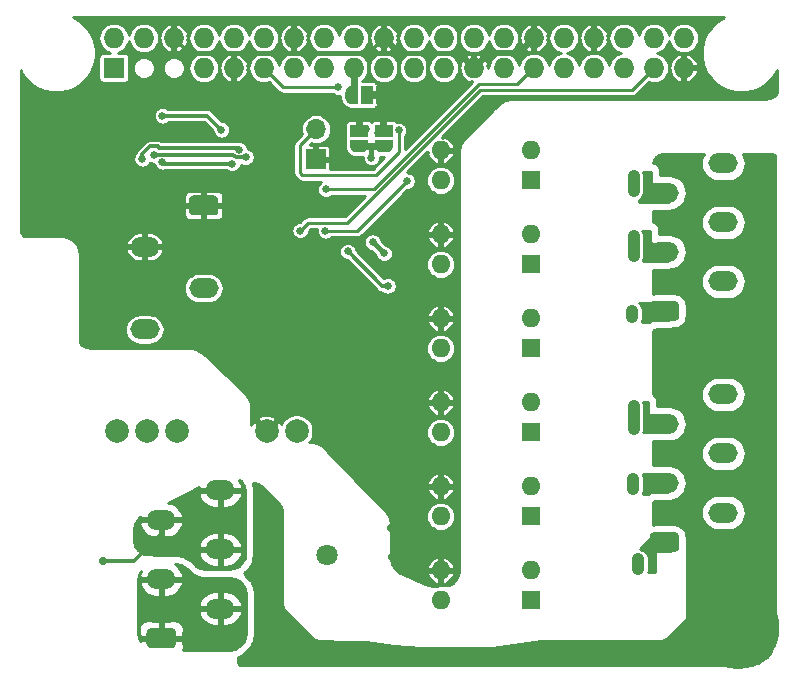
<source format=gbr>
G04 #@! TF.GenerationSoftware,KiCad,Pcbnew,(5.1.4)-1*
G04 #@! TF.CreationDate,2020-05-08T11:58:51+02:00*
G04 #@! TF.ProjectId,debounce_shield,6465626f-756e-4636-955f-736869656c64,rev?*
G04 #@! TF.SameCoordinates,Original*
G04 #@! TF.FileFunction,Copper,L2,Bot*
G04 #@! TF.FilePolarity,Positive*
%FSLAX46Y46*%
G04 Gerber Fmt 4.6, Leading zero omitted, Abs format (unit mm)*
G04 Created by KiCad (PCBNEW (5.1.4)-1) date 2020-05-08 11:58:51*
%MOMM*%
%LPD*%
G04 APERTURE LIST*
%ADD10C,0.100000*%
%ADD11C,0.800000*%
%ADD12C,7.000000*%
%ADD13C,0.500000*%
%ADD14R,1.500000X1.000000*%
%ADD15R,1.000000X1.500000*%
%ADD16O,1.700000X1.700000*%
%ADD17R,1.700000X1.700000*%
%ADD18O,1.600000X1.600000*%
%ADD19R,1.600000X1.600000*%
%ADD20C,1.700000*%
%ADD21O,2.500000X1.700000*%
%ADD22C,2.000000*%
%ADD23C,2.500000*%
%ADD24O,3.000000X2.000000*%
%ADD25C,1.800000*%
%ADD26R,1.727200X1.727200*%
%ADD27O,1.727200X1.727200*%
%ADD28C,0.650000*%
%ADD29C,0.700000*%
%ADD30C,0.900000*%
%ADD31C,0.250000*%
%ADD32C,0.300000*%
%ADD33C,0.500000*%
%ADD34C,0.400000*%
%ADD35C,0.600000*%
%ADD36C,1.000000*%
%ADD37C,0.750000*%
%ADD38C,0.254000*%
G04 APERTURE END LIST*
D10*
G36*
X126350000Y-81800000D02*
G01*
X126350000Y-82300000D01*
X126950000Y-82300000D01*
X126950000Y-81800000D01*
X126350000Y-81800000D01*
G37*
G36*
X128450000Y-81800000D02*
G01*
X128450000Y-82300000D01*
X129050000Y-82300000D01*
X129050000Y-81800000D01*
X128450000Y-81800000D01*
G37*
G36*
X128200000Y-79350000D02*
G01*
X127700000Y-79350000D01*
X127700000Y-79950000D01*
X128200000Y-79950000D01*
X128200000Y-79350000D01*
G37*
D11*
X160580755Y-122946745D03*
X158724600Y-122177900D03*
X156868445Y-122946745D03*
X156099600Y-124802900D03*
X156868445Y-126659055D03*
X158724600Y-127427900D03*
X160580755Y-126659055D03*
X161349600Y-124802900D03*
D12*
X158724600Y-124802900D03*
D13*
X126650000Y-81400000D03*
D10*
G36*
X125900000Y-81950000D02*
G01*
X125900000Y-81400000D01*
X125900602Y-81400000D01*
X125900602Y-81375466D01*
X125905412Y-81326635D01*
X125914984Y-81278510D01*
X125929228Y-81231555D01*
X125948005Y-81186222D01*
X125971136Y-81142949D01*
X125998396Y-81102150D01*
X126029524Y-81064221D01*
X126064221Y-81029524D01*
X126102150Y-80998396D01*
X126142949Y-80971136D01*
X126186222Y-80948005D01*
X126231555Y-80929228D01*
X126278510Y-80914984D01*
X126326635Y-80905412D01*
X126375466Y-80900602D01*
X126400000Y-80900602D01*
X126400000Y-80900000D01*
X126900000Y-80900000D01*
X126900000Y-80900602D01*
X126924534Y-80900602D01*
X126973365Y-80905412D01*
X127021490Y-80914984D01*
X127068445Y-80929228D01*
X127113778Y-80948005D01*
X127157051Y-80971136D01*
X127197850Y-80998396D01*
X127235779Y-81029524D01*
X127270476Y-81064221D01*
X127301604Y-81102150D01*
X127328864Y-81142949D01*
X127351995Y-81186222D01*
X127370772Y-81231555D01*
X127385016Y-81278510D01*
X127394588Y-81326635D01*
X127399398Y-81375466D01*
X127399398Y-81400000D01*
X127400000Y-81400000D01*
X127400000Y-81950000D01*
X125900000Y-81950000D01*
X125900000Y-81950000D01*
G37*
D14*
X126650000Y-82700000D03*
D13*
X126650000Y-84000000D03*
D10*
G36*
X127399398Y-84000000D02*
G01*
X127399398Y-84024534D01*
X127394588Y-84073365D01*
X127385016Y-84121490D01*
X127370772Y-84168445D01*
X127351995Y-84213778D01*
X127328864Y-84257051D01*
X127301604Y-84297850D01*
X127270476Y-84335779D01*
X127235779Y-84370476D01*
X127197850Y-84401604D01*
X127157051Y-84428864D01*
X127113778Y-84451995D01*
X127068445Y-84470772D01*
X127021490Y-84485016D01*
X126973365Y-84494588D01*
X126924534Y-84499398D01*
X126900000Y-84499398D01*
X126900000Y-84500000D01*
X126400000Y-84500000D01*
X126400000Y-84499398D01*
X126375466Y-84499398D01*
X126326635Y-84494588D01*
X126278510Y-84485016D01*
X126231555Y-84470772D01*
X126186222Y-84451995D01*
X126142949Y-84428864D01*
X126102150Y-84401604D01*
X126064221Y-84370476D01*
X126029524Y-84335779D01*
X125998396Y-84297850D01*
X125971136Y-84257051D01*
X125948005Y-84213778D01*
X125929228Y-84168445D01*
X125914984Y-84121490D01*
X125905412Y-84073365D01*
X125900602Y-84024534D01*
X125900602Y-84000000D01*
X125900000Y-84000000D01*
X125900000Y-83450000D01*
X127400000Y-83450000D01*
X127400000Y-84000000D01*
X127399398Y-84000000D01*
X127399398Y-84000000D01*
G37*
D13*
X128750000Y-81400000D03*
D10*
G36*
X128000000Y-81950000D02*
G01*
X128000000Y-81400000D01*
X128000602Y-81400000D01*
X128000602Y-81375466D01*
X128005412Y-81326635D01*
X128014984Y-81278510D01*
X128029228Y-81231555D01*
X128048005Y-81186222D01*
X128071136Y-81142949D01*
X128098396Y-81102150D01*
X128129524Y-81064221D01*
X128164221Y-81029524D01*
X128202150Y-80998396D01*
X128242949Y-80971136D01*
X128286222Y-80948005D01*
X128331555Y-80929228D01*
X128378510Y-80914984D01*
X128426635Y-80905412D01*
X128475466Y-80900602D01*
X128500000Y-80900602D01*
X128500000Y-80900000D01*
X129000000Y-80900000D01*
X129000000Y-80900602D01*
X129024534Y-80900602D01*
X129073365Y-80905412D01*
X129121490Y-80914984D01*
X129168445Y-80929228D01*
X129213778Y-80948005D01*
X129257051Y-80971136D01*
X129297850Y-80998396D01*
X129335779Y-81029524D01*
X129370476Y-81064221D01*
X129401604Y-81102150D01*
X129428864Y-81142949D01*
X129451995Y-81186222D01*
X129470772Y-81231555D01*
X129485016Y-81278510D01*
X129494588Y-81326635D01*
X129499398Y-81375466D01*
X129499398Y-81400000D01*
X129500000Y-81400000D01*
X129500000Y-81950000D01*
X128000000Y-81950000D01*
X128000000Y-81950000D01*
G37*
D14*
X128750000Y-82700000D03*
D13*
X128750000Y-84000000D03*
D10*
G36*
X129499398Y-84000000D02*
G01*
X129499398Y-84024534D01*
X129494588Y-84073365D01*
X129485016Y-84121490D01*
X129470772Y-84168445D01*
X129451995Y-84213778D01*
X129428864Y-84257051D01*
X129401604Y-84297850D01*
X129370476Y-84335779D01*
X129335779Y-84370476D01*
X129297850Y-84401604D01*
X129257051Y-84428864D01*
X129213778Y-84451995D01*
X129168445Y-84470772D01*
X129121490Y-84485016D01*
X129073365Y-84494588D01*
X129024534Y-84499398D01*
X129000000Y-84499398D01*
X129000000Y-84500000D01*
X128500000Y-84500000D01*
X128500000Y-84499398D01*
X128475466Y-84499398D01*
X128426635Y-84494588D01*
X128378510Y-84485016D01*
X128331555Y-84470772D01*
X128286222Y-84451995D01*
X128242949Y-84428864D01*
X128202150Y-84401604D01*
X128164221Y-84370476D01*
X128129524Y-84335779D01*
X128098396Y-84297850D01*
X128071136Y-84257051D01*
X128048005Y-84213778D01*
X128029228Y-84168445D01*
X128014984Y-84121490D01*
X128005412Y-84073365D01*
X128000602Y-84024534D01*
X128000602Y-84000000D01*
X128000000Y-84000000D01*
X128000000Y-83450000D01*
X129500000Y-83450000D01*
X129500000Y-84000000D01*
X129499398Y-84000000D01*
X129499398Y-84000000D01*
G37*
D13*
X128600000Y-79650000D03*
D10*
G36*
X128050000Y-78900000D02*
G01*
X128600000Y-78900000D01*
X128600000Y-78900602D01*
X128624534Y-78900602D01*
X128673365Y-78905412D01*
X128721490Y-78914984D01*
X128768445Y-78929228D01*
X128813778Y-78948005D01*
X128857051Y-78971136D01*
X128897850Y-78998396D01*
X128935779Y-79029524D01*
X128970476Y-79064221D01*
X129001604Y-79102150D01*
X129028864Y-79142949D01*
X129051995Y-79186222D01*
X129070772Y-79231555D01*
X129085016Y-79278510D01*
X129094588Y-79326635D01*
X129099398Y-79375466D01*
X129099398Y-79400000D01*
X129100000Y-79400000D01*
X129100000Y-79900000D01*
X129099398Y-79900000D01*
X129099398Y-79924534D01*
X129094588Y-79973365D01*
X129085016Y-80021490D01*
X129070772Y-80068445D01*
X129051995Y-80113778D01*
X129028864Y-80157051D01*
X129001604Y-80197850D01*
X128970476Y-80235779D01*
X128935779Y-80270476D01*
X128897850Y-80301604D01*
X128857051Y-80328864D01*
X128813778Y-80351995D01*
X128768445Y-80370772D01*
X128721490Y-80385016D01*
X128673365Y-80394588D01*
X128624534Y-80399398D01*
X128600000Y-80399398D01*
X128600000Y-80400000D01*
X128050000Y-80400000D01*
X128050000Y-78900000D01*
X128050000Y-78900000D01*
G37*
D15*
X127300000Y-79650000D03*
D13*
X126000000Y-79650000D03*
D10*
G36*
X126000000Y-80399398D02*
G01*
X125975466Y-80399398D01*
X125926635Y-80394588D01*
X125878510Y-80385016D01*
X125831555Y-80370772D01*
X125786222Y-80351995D01*
X125742949Y-80328864D01*
X125702150Y-80301604D01*
X125664221Y-80270476D01*
X125629524Y-80235779D01*
X125598396Y-80197850D01*
X125571136Y-80157051D01*
X125548005Y-80113778D01*
X125529228Y-80068445D01*
X125514984Y-80021490D01*
X125505412Y-79973365D01*
X125500602Y-79924534D01*
X125500602Y-79900000D01*
X125500000Y-79900000D01*
X125500000Y-79400000D01*
X125500602Y-79400000D01*
X125500602Y-79375466D01*
X125505412Y-79326635D01*
X125514984Y-79278510D01*
X125529228Y-79231555D01*
X125548005Y-79186222D01*
X125571136Y-79142949D01*
X125598396Y-79102150D01*
X125629524Y-79064221D01*
X125664221Y-79029524D01*
X125702150Y-78998396D01*
X125742949Y-78971136D01*
X125786222Y-78948005D01*
X125831555Y-78929228D01*
X125878510Y-78914984D01*
X125926635Y-78905412D01*
X125975466Y-78900602D01*
X126000000Y-78900602D01*
X126000000Y-78900000D01*
X126550000Y-78900000D01*
X126550000Y-80400000D01*
X126000000Y-80400000D01*
X126000000Y-80399398D01*
X126000000Y-80399398D01*
G37*
D16*
X122999500Y-82550000D03*
D17*
X122999500Y-85090000D03*
D18*
X133558000Y-122428000D03*
X141178000Y-119888000D03*
X133558000Y-119888000D03*
D19*
X141178000Y-122428000D03*
D18*
X133558000Y-115316000D03*
X141178000Y-112776000D03*
X133558000Y-112776000D03*
D19*
X141178000Y-115316000D03*
D18*
X133558000Y-108204000D03*
X141178000Y-105664000D03*
X133558000Y-105664000D03*
D19*
X141178000Y-108204000D03*
D18*
X133558000Y-101092000D03*
X141178000Y-98552000D03*
X133558000Y-98552000D03*
D19*
X141178000Y-101092000D03*
D18*
X133558000Y-93980000D03*
X141178000Y-91440000D03*
X133558000Y-91440000D03*
D19*
X141178000Y-93980000D03*
D10*
G36*
X153366657Y-97082046D02*
G01*
X153407913Y-97088166D01*
X153448371Y-97098300D01*
X153487640Y-97112351D01*
X153525344Y-97130183D01*
X153561117Y-97151625D01*
X153594617Y-97176471D01*
X153625520Y-97204480D01*
X153653529Y-97235383D01*
X153678375Y-97268883D01*
X153699817Y-97304656D01*
X153717649Y-97342360D01*
X153731700Y-97381629D01*
X153741834Y-97422087D01*
X153747954Y-97463343D01*
X153750000Y-97505000D01*
X153750000Y-98355000D01*
X153747954Y-98396657D01*
X153741834Y-98437913D01*
X153731700Y-98478371D01*
X153717649Y-98517640D01*
X153699817Y-98555344D01*
X153678375Y-98591117D01*
X153653529Y-98624617D01*
X153625520Y-98655520D01*
X153594617Y-98683529D01*
X153561117Y-98708375D01*
X153525344Y-98729817D01*
X153487640Y-98747649D01*
X153448371Y-98761700D01*
X153407913Y-98771834D01*
X153366657Y-98777954D01*
X153325000Y-98780000D01*
X151675000Y-98780000D01*
X151633343Y-98777954D01*
X151592087Y-98771834D01*
X151551629Y-98761700D01*
X151512360Y-98747649D01*
X151474656Y-98729817D01*
X151438883Y-98708375D01*
X151405383Y-98683529D01*
X151374480Y-98655520D01*
X151346471Y-98624617D01*
X151321625Y-98591117D01*
X151300183Y-98555344D01*
X151282351Y-98517640D01*
X151268300Y-98478371D01*
X151258166Y-98437913D01*
X151252046Y-98396657D01*
X151250000Y-98355000D01*
X151250000Y-97505000D01*
X151252046Y-97463343D01*
X151258166Y-97422087D01*
X151268300Y-97381629D01*
X151282351Y-97342360D01*
X151300183Y-97304656D01*
X151321625Y-97268883D01*
X151346471Y-97235383D01*
X151374480Y-97204480D01*
X151405383Y-97176471D01*
X151438883Y-97151625D01*
X151474656Y-97130183D01*
X151512360Y-97112351D01*
X151551629Y-97098300D01*
X151592087Y-97088166D01*
X151633343Y-97082046D01*
X151675000Y-97080000D01*
X153325000Y-97080000D01*
X153366657Y-97082046D01*
X153366657Y-97082046D01*
G37*
D20*
X152500000Y-97930000D03*
D21*
X157500000Y-95430000D03*
X152500000Y-92930000D03*
X157500000Y-90430000D03*
X152500000Y-87930000D03*
X157500000Y-85430000D03*
D10*
G36*
X153366657Y-116652046D02*
G01*
X153407913Y-116658166D01*
X153448371Y-116668300D01*
X153487640Y-116682351D01*
X153525344Y-116700183D01*
X153561117Y-116721625D01*
X153594617Y-116746471D01*
X153625520Y-116774480D01*
X153653529Y-116805383D01*
X153678375Y-116838883D01*
X153699817Y-116874656D01*
X153717649Y-116912360D01*
X153731700Y-116951629D01*
X153741834Y-116992087D01*
X153747954Y-117033343D01*
X153750000Y-117075000D01*
X153750000Y-117925000D01*
X153747954Y-117966657D01*
X153741834Y-118007913D01*
X153731700Y-118048371D01*
X153717649Y-118087640D01*
X153699817Y-118125344D01*
X153678375Y-118161117D01*
X153653529Y-118194617D01*
X153625520Y-118225520D01*
X153594617Y-118253529D01*
X153561117Y-118278375D01*
X153525344Y-118299817D01*
X153487640Y-118317649D01*
X153448371Y-118331700D01*
X153407913Y-118341834D01*
X153366657Y-118347954D01*
X153325000Y-118350000D01*
X151675000Y-118350000D01*
X151633343Y-118347954D01*
X151592087Y-118341834D01*
X151551629Y-118331700D01*
X151512360Y-118317649D01*
X151474656Y-118299817D01*
X151438883Y-118278375D01*
X151405383Y-118253529D01*
X151374480Y-118225520D01*
X151346471Y-118194617D01*
X151321625Y-118161117D01*
X151300183Y-118125344D01*
X151282351Y-118087640D01*
X151268300Y-118048371D01*
X151258166Y-118007913D01*
X151252046Y-117966657D01*
X151250000Y-117925000D01*
X151250000Y-117075000D01*
X151252046Y-117033343D01*
X151258166Y-116992087D01*
X151268300Y-116951629D01*
X151282351Y-116912360D01*
X151300183Y-116874656D01*
X151321625Y-116838883D01*
X151346471Y-116805383D01*
X151374480Y-116774480D01*
X151405383Y-116746471D01*
X151438883Y-116721625D01*
X151474656Y-116700183D01*
X151512360Y-116682351D01*
X151551629Y-116668300D01*
X151592087Y-116658166D01*
X151633343Y-116652046D01*
X151675000Y-116650000D01*
X153325000Y-116650000D01*
X153366657Y-116652046D01*
X153366657Y-116652046D01*
G37*
D20*
X152500000Y-117500000D03*
D21*
X157500000Y-115000000D03*
X152500000Y-112500000D03*
X157500000Y-110000000D03*
X152500000Y-107500000D03*
X157500000Y-105000000D03*
D22*
X106121200Y-108102400D03*
X108661200Y-108102400D03*
X111201200Y-108102400D03*
X118821200Y-108102400D03*
X121361200Y-108102400D03*
D10*
G36*
X110766657Y-124780446D02*
G01*
X110807913Y-124786566D01*
X110848371Y-124796700D01*
X110887640Y-124810751D01*
X110925344Y-124828583D01*
X110961117Y-124850025D01*
X110994617Y-124874871D01*
X111025520Y-124902880D01*
X111053529Y-124933783D01*
X111078375Y-124967283D01*
X111099817Y-125003056D01*
X111117649Y-125040760D01*
X111131700Y-125080029D01*
X111141834Y-125120487D01*
X111147954Y-125161743D01*
X111150000Y-125203400D01*
X111150000Y-126053400D01*
X111147954Y-126095057D01*
X111141834Y-126136313D01*
X111131700Y-126176771D01*
X111117649Y-126216040D01*
X111099817Y-126253744D01*
X111078375Y-126289517D01*
X111053529Y-126323017D01*
X111025520Y-126353920D01*
X110994617Y-126381929D01*
X110961117Y-126406775D01*
X110925344Y-126428217D01*
X110887640Y-126446049D01*
X110848371Y-126460100D01*
X110807913Y-126470234D01*
X110766657Y-126476354D01*
X110725000Y-126478400D01*
X109075000Y-126478400D01*
X109033343Y-126476354D01*
X108992087Y-126470234D01*
X108951629Y-126460100D01*
X108912360Y-126446049D01*
X108874656Y-126428217D01*
X108838883Y-126406775D01*
X108805383Y-126381929D01*
X108774480Y-126353920D01*
X108746471Y-126323017D01*
X108721625Y-126289517D01*
X108700183Y-126253744D01*
X108682351Y-126216040D01*
X108668300Y-126176771D01*
X108658166Y-126136313D01*
X108652046Y-126095057D01*
X108650000Y-126053400D01*
X108650000Y-125203400D01*
X108652046Y-125161743D01*
X108658166Y-125120487D01*
X108668300Y-125080029D01*
X108682351Y-125040760D01*
X108700183Y-125003056D01*
X108721625Y-124967283D01*
X108746471Y-124933783D01*
X108774480Y-124902880D01*
X108805383Y-124874871D01*
X108838883Y-124850025D01*
X108874656Y-124828583D01*
X108912360Y-124810751D01*
X108951629Y-124796700D01*
X108992087Y-124786566D01*
X109033343Y-124780446D01*
X109075000Y-124778400D01*
X110725000Y-124778400D01*
X110766657Y-124780446D01*
X110766657Y-124780446D01*
G37*
D20*
X109900000Y-125628400D03*
D21*
X114900000Y-123128400D03*
X109900000Y-120628400D03*
X114900000Y-118128400D03*
X109900000Y-115628400D03*
X114900000Y-113128400D03*
D10*
G36*
X114366657Y-88152046D02*
G01*
X114407913Y-88158166D01*
X114448371Y-88168300D01*
X114487640Y-88182351D01*
X114525344Y-88200183D01*
X114561117Y-88221625D01*
X114594617Y-88246471D01*
X114625520Y-88274480D01*
X114653529Y-88305383D01*
X114678375Y-88338883D01*
X114699817Y-88374656D01*
X114717649Y-88412360D01*
X114731700Y-88451629D01*
X114741834Y-88492087D01*
X114747954Y-88533343D01*
X114750000Y-88575000D01*
X114750000Y-89425000D01*
X114747954Y-89466657D01*
X114741834Y-89507913D01*
X114731700Y-89548371D01*
X114717649Y-89587640D01*
X114699817Y-89625344D01*
X114678375Y-89661117D01*
X114653529Y-89694617D01*
X114625520Y-89725520D01*
X114594617Y-89753529D01*
X114561117Y-89778375D01*
X114525344Y-89799817D01*
X114487640Y-89817649D01*
X114448371Y-89831700D01*
X114407913Y-89841834D01*
X114366657Y-89847954D01*
X114325000Y-89850000D01*
X112675000Y-89850000D01*
X112633343Y-89847954D01*
X112592087Y-89841834D01*
X112551629Y-89831700D01*
X112512360Y-89817649D01*
X112474656Y-89799817D01*
X112438883Y-89778375D01*
X112405383Y-89753529D01*
X112374480Y-89725520D01*
X112346471Y-89694617D01*
X112321625Y-89661117D01*
X112300183Y-89625344D01*
X112282351Y-89587640D01*
X112268300Y-89548371D01*
X112258166Y-89507913D01*
X112252046Y-89466657D01*
X112250000Y-89425000D01*
X112250000Y-88575000D01*
X112252046Y-88533343D01*
X112258166Y-88492087D01*
X112268300Y-88451629D01*
X112282351Y-88412360D01*
X112300183Y-88374656D01*
X112321625Y-88338883D01*
X112346471Y-88305383D01*
X112374480Y-88274480D01*
X112405383Y-88246471D01*
X112438883Y-88221625D01*
X112474656Y-88200183D01*
X112512360Y-88182351D01*
X112551629Y-88168300D01*
X112592087Y-88158166D01*
X112633343Y-88152046D01*
X112675000Y-88150000D01*
X114325000Y-88150000D01*
X114366657Y-88152046D01*
X114366657Y-88152046D01*
G37*
D20*
X113500000Y-89000000D03*
D21*
X108500000Y-92500000D03*
X113500000Y-96000000D03*
X108500000Y-99500000D03*
D18*
X133558000Y-86868000D03*
X141178000Y-84328000D03*
X133558000Y-84328000D03*
D19*
X141178000Y-86868000D03*
D23*
X153050000Y-126850000D03*
D24*
X147970000Y-126850000D03*
D25*
X121700000Y-126100000D03*
X123900000Y-118600000D03*
D26*
X105880600Y-77355200D03*
D27*
X105880600Y-74815200D03*
X108420600Y-74815200D03*
X110960600Y-74815200D03*
X113500600Y-77355200D03*
X113500600Y-74815200D03*
X116040600Y-77355200D03*
X116040600Y-74815200D03*
X118580600Y-77355200D03*
X118580600Y-74815200D03*
X121120600Y-77355200D03*
X121120600Y-74815200D03*
X123660600Y-77355200D03*
X123660600Y-74815200D03*
X126200600Y-77355200D03*
X126200600Y-74815200D03*
X128740600Y-77355200D03*
X128740600Y-74815200D03*
X131280600Y-77355200D03*
X131280600Y-74815200D03*
X133820600Y-77355200D03*
X133820600Y-74815200D03*
X136360600Y-77355200D03*
X136360600Y-74815200D03*
X138900600Y-77355200D03*
X138900600Y-74815200D03*
X141440600Y-77355200D03*
X141440600Y-74815200D03*
X143980600Y-77355200D03*
X143980600Y-74815200D03*
X146520600Y-77355200D03*
X146520600Y-74815200D03*
X149060600Y-77355200D03*
X149060600Y-74815200D03*
X151600600Y-77355200D03*
X151600600Y-74815200D03*
X154140600Y-77355200D03*
X154140600Y-74815200D03*
D28*
X124900008Y-79000000D03*
X123850400Y-87650404D03*
X121674996Y-91125002D03*
D29*
X129350000Y-116300000D03*
X129450000Y-118800000D03*
D28*
X131318000Y-95758000D03*
X120040400Y-90068400D03*
X132384800Y-89001600D03*
X128700000Y-97650000D03*
X132300000Y-99950000D03*
X131550000Y-107600000D03*
X98600000Y-87200000D03*
X102150000Y-85800000D03*
X102150000Y-86500000D03*
X102150000Y-85100000D03*
X102150000Y-87200000D03*
X98600000Y-86500000D03*
X98600000Y-85800000D03*
X98600000Y-85100000D03*
D29*
X122800000Y-106000000D03*
X122800000Y-105200000D03*
X122800000Y-106800000D03*
D28*
X132299974Y-110700000D03*
X124650000Y-83750000D03*
X127700000Y-84950000D03*
X125700000Y-92900002D03*
X129087003Y-95813003D03*
X128778000Y-93065600D03*
X127799998Y-92100000D03*
X108300000Y-85050000D03*
X116477092Y-84270666D03*
D29*
X127000000Y-126550000D03*
X127950000Y-126550000D03*
X127000000Y-127500000D03*
X127950000Y-127500000D03*
X133045200Y-127660400D03*
X132092700Y-127660400D03*
X132092700Y-126834900D03*
X133045200Y-126834900D03*
X119000000Y-124100000D03*
X119000000Y-125000000D03*
X119000000Y-125900000D03*
X119000000Y-126800000D03*
D28*
X130000000Y-82650000D03*
D30*
X149800004Y-97900000D03*
X149900000Y-91600000D03*
X149899996Y-86500000D03*
X150300000Y-118950006D03*
X149875006Y-112174994D03*
X149900008Y-106000000D03*
D28*
X123800000Y-91149999D03*
X130699974Y-86950000D03*
X115900000Y-85450000D03*
X110000000Y-85305010D03*
X110000000Y-81400000D03*
X115000000Y-82600000D03*
X109250000Y-84700000D03*
X117049992Y-84905010D03*
D29*
X105000000Y-119100000D03*
D28*
X127450000Y-79900000D03*
X128250000Y-82850000D03*
X127200000Y-82550000D03*
D31*
X124440389Y-79000000D02*
X124900008Y-79000000D01*
X120225400Y-79000000D02*
X124440389Y-79000000D01*
X118580600Y-77355200D02*
X120225400Y-79000000D01*
D32*
X141440600Y-77355200D02*
X140106600Y-78689200D01*
D31*
X127899596Y-87650404D02*
X124310019Y-87650404D01*
X124310019Y-87650404D02*
X123850400Y-87650404D01*
X136815198Y-78734802D02*
X127899596Y-87650404D01*
X140060998Y-78734802D02*
X136815198Y-78734802D01*
X141440600Y-77355200D02*
X140060998Y-78734802D01*
X149755800Y-79200000D02*
X151600600Y-77355200D01*
X136912299Y-79200000D02*
X149755800Y-79200000D01*
X125662299Y-90450000D02*
X136912299Y-79200000D01*
X121674996Y-91125002D02*
X122349998Y-90450000D01*
X122349998Y-90450000D02*
X125662299Y-90450000D01*
D33*
X137224199Y-76491601D02*
X136360600Y-77355200D01*
X137615800Y-76100000D02*
X137224199Y-76491601D01*
X141440600Y-74815200D02*
X140155800Y-76100000D01*
X140155800Y-76100000D02*
X137615800Y-76100000D01*
X135497001Y-76491601D02*
X136360600Y-77355200D01*
X135080400Y-76075000D02*
X135497001Y-76491601D01*
X128740600Y-74815200D02*
X130000400Y-76075000D01*
D32*
X132525000Y-76075000D02*
X132525000Y-78575000D01*
D34*
X132525000Y-76075000D02*
X135080400Y-76075000D01*
X130000400Y-76075000D02*
X132525000Y-76075000D01*
D32*
X130000400Y-76075000D02*
X130000400Y-78600400D01*
X135080400Y-76075000D02*
X135080400Y-73719600D01*
X128740600Y-74815200D02*
X127500000Y-76055800D01*
X127500000Y-76055800D02*
X127500000Y-78400000D01*
X112220400Y-76075000D02*
X110960600Y-74815200D01*
D34*
X130000400Y-76075000D02*
X112220400Y-76075000D01*
D35*
X128750000Y-81400000D02*
X126650000Y-81400000D01*
D34*
X128600000Y-81250000D02*
X128750000Y-81400000D01*
X128600000Y-79650000D02*
X128600000Y-81250000D01*
X127700000Y-84000000D02*
X127700000Y-84950000D01*
D35*
X127700000Y-84000000D02*
X126650000Y-84000000D01*
X128750000Y-84000000D02*
X127700000Y-84000000D01*
X126200000Y-77355800D02*
X126200600Y-77355200D01*
X126000000Y-79650000D02*
X126200000Y-79450000D01*
X126200000Y-79450000D02*
X126200000Y-77355800D01*
D32*
X128613001Y-95813003D02*
X129087003Y-95813003D01*
X125700000Y-92900002D02*
X128613001Y-95813003D01*
D34*
X127812400Y-92100000D02*
X127799998Y-92100000D01*
X128778000Y-93065600D02*
X127812400Y-92100000D01*
D32*
X116356426Y-84150000D02*
X116477092Y-84270666D01*
X109750000Y-84150000D02*
X116356426Y-84150000D01*
X109600000Y-84000000D02*
X109750000Y-84150000D01*
X108977299Y-84000000D02*
X109600000Y-84000000D01*
X108300000Y-85050000D02*
X108300000Y-84677299D01*
X108300000Y-84677299D02*
X108977299Y-84000000D01*
D31*
X130000000Y-83109619D02*
X130000000Y-82650000D01*
X121650000Y-83899500D02*
X121650000Y-86250000D01*
X122999500Y-82550000D02*
X121650000Y-83899500D01*
X121650000Y-86250000D02*
X121850000Y-86450000D01*
X121850000Y-86450000D02*
X128050000Y-86450000D01*
X128050000Y-86450000D02*
X130000000Y-84500000D01*
X130000000Y-84500000D02*
X130000000Y-83109619D01*
D36*
X149800000Y-97899996D02*
X149800004Y-97900000D01*
X149800000Y-98436392D02*
X149800000Y-97899996D01*
X149900000Y-93300000D02*
X149900000Y-91600000D01*
X149899996Y-87800004D02*
X149899996Y-86500000D01*
X150300000Y-119800000D02*
X150300000Y-118950006D01*
X149875006Y-113024994D02*
X149875006Y-112174994D01*
D37*
X149900000Y-106000008D02*
X149900008Y-106000000D01*
D36*
X149900000Y-107900000D02*
X149900000Y-106000008D01*
D31*
X126499975Y-91149999D02*
X130374975Y-87274999D01*
X130374975Y-87274999D02*
X130699974Y-86950000D01*
X123800000Y-91149999D02*
X126499975Y-91149999D01*
D32*
X110144990Y-85450000D02*
X110000000Y-85305010D01*
X115900000Y-85450000D02*
X110144990Y-85450000D01*
X113800000Y-81400000D02*
X115000000Y-82600000D01*
X110000000Y-81400000D02*
X113800000Y-81400000D01*
X116217584Y-84905010D02*
X116590373Y-84905010D01*
X116012574Y-84700000D02*
X116217584Y-84905010D01*
X116590373Y-84905010D02*
X117049992Y-84905010D01*
X109250000Y-84700000D02*
X116012574Y-84700000D01*
X109900000Y-116778400D02*
X109900000Y-115628400D01*
X107578400Y-119100000D02*
X109900000Y-116778400D01*
X105000000Y-119100000D02*
X107578400Y-119100000D01*
D33*
X110883200Y-108418000D02*
X110847000Y-108381800D01*
D38*
G36*
X155721401Y-84858966D02*
G01*
X155636487Y-85138889D01*
X155607815Y-85430000D01*
X155636487Y-85721111D01*
X155721401Y-86001034D01*
X155859294Y-86259014D01*
X156044866Y-86485134D01*
X156270986Y-86670706D01*
X156528966Y-86808599D01*
X156808889Y-86893513D01*
X157027050Y-86915000D01*
X157972950Y-86915000D01*
X158191111Y-86893513D01*
X158471034Y-86808599D01*
X158729014Y-86670706D01*
X158955134Y-86485134D01*
X159140706Y-86259014D01*
X159278599Y-86001034D01*
X159363513Y-85721111D01*
X159392185Y-85430000D01*
X159363513Y-85138889D01*
X159278599Y-84858966D01*
X159154611Y-84627000D01*
X161487491Y-84627000D01*
X161825600Y-84694254D01*
X161825601Y-116555185D01*
X161292235Y-117282788D01*
X160974342Y-117553223D01*
X160568765Y-117651724D01*
X154388072Y-117682171D01*
X154388072Y-117075000D01*
X154367645Y-116867605D01*
X154307150Y-116668180D01*
X154208912Y-116484389D01*
X154076705Y-116323295D01*
X153915611Y-116191088D01*
X153731820Y-116092850D01*
X153532395Y-116032355D01*
X153325000Y-116011928D01*
X151675000Y-116011928D01*
X151538321Y-116025390D01*
X151537954Y-115000000D01*
X155607815Y-115000000D01*
X155636487Y-115291111D01*
X155721401Y-115571034D01*
X155859294Y-115829014D01*
X156044866Y-116055134D01*
X156270986Y-116240706D01*
X156528966Y-116378599D01*
X156808889Y-116463513D01*
X157027050Y-116485000D01*
X157972950Y-116485000D01*
X158191111Y-116463513D01*
X158471034Y-116378599D01*
X158729014Y-116240706D01*
X158955134Y-116055134D01*
X159140706Y-115829014D01*
X159278599Y-115571034D01*
X159363513Y-115291111D01*
X159392185Y-115000000D01*
X159363513Y-114708889D01*
X159278599Y-114428966D01*
X159140706Y-114170986D01*
X158955134Y-113944866D01*
X158729014Y-113759294D01*
X158471034Y-113621401D01*
X158191111Y-113536487D01*
X157972950Y-113515000D01*
X157027050Y-113515000D01*
X156808889Y-113536487D01*
X156528966Y-113621401D01*
X156270986Y-113759294D01*
X156044866Y-113944866D01*
X155859294Y-114170986D01*
X155721401Y-114428966D01*
X155636487Y-114708889D01*
X155607815Y-115000000D01*
X151537954Y-115000000D01*
X151537644Y-114138290D01*
X151543004Y-114136664D01*
X151652787Y-114077983D01*
X151749013Y-113999013D01*
X151760513Y-113985000D01*
X152972950Y-113985000D01*
X153191111Y-113963513D01*
X153471034Y-113878599D01*
X153729014Y-113740706D01*
X153955134Y-113555134D01*
X154140706Y-113329014D01*
X154278599Y-113071034D01*
X154363513Y-112791111D01*
X154392185Y-112500000D01*
X154363513Y-112208889D01*
X154278599Y-111928966D01*
X154140706Y-111670986D01*
X153955134Y-111444866D01*
X153729014Y-111259294D01*
X153471034Y-111121401D01*
X153191111Y-111036487D01*
X152972950Y-111015000D01*
X151536522Y-111015000D01*
X151536158Y-110000000D01*
X155607815Y-110000000D01*
X155636487Y-110291111D01*
X155721401Y-110571034D01*
X155859294Y-110829014D01*
X156044866Y-111055134D01*
X156270986Y-111240706D01*
X156528966Y-111378599D01*
X156808889Y-111463513D01*
X157027050Y-111485000D01*
X157972950Y-111485000D01*
X158191111Y-111463513D01*
X158471034Y-111378599D01*
X158729014Y-111240706D01*
X158955134Y-111055134D01*
X159140706Y-110829014D01*
X159278599Y-110571034D01*
X159363513Y-110291111D01*
X159392185Y-110000000D01*
X159363513Y-109708889D01*
X159278599Y-109428966D01*
X159140706Y-109170986D01*
X158955134Y-108944866D01*
X158729014Y-108759294D01*
X158471034Y-108621401D01*
X158191111Y-108536487D01*
X157972950Y-108515000D01*
X157027050Y-108515000D01*
X156808889Y-108536487D01*
X156528966Y-108621401D01*
X156270986Y-108759294D01*
X156044866Y-108944866D01*
X155859294Y-109170986D01*
X155721401Y-109428966D01*
X155636487Y-109708889D01*
X155607815Y-110000000D01*
X151536158Y-110000000D01*
X151535793Y-108985000D01*
X152972950Y-108985000D01*
X153191111Y-108963513D01*
X153471034Y-108878599D01*
X153729014Y-108740706D01*
X153955134Y-108555134D01*
X154140706Y-108329014D01*
X154278599Y-108071034D01*
X154363513Y-107791111D01*
X154392185Y-107500000D01*
X154363513Y-107208889D01*
X154278599Y-106928966D01*
X154140706Y-106670986D01*
X153955134Y-106444866D01*
X153729014Y-106259294D01*
X153471034Y-106121401D01*
X153191111Y-106036487D01*
X152972950Y-106015000D01*
X151903793Y-106015000D01*
X151903793Y-105550000D01*
X151891592Y-105426118D01*
X151855457Y-105306996D01*
X151796776Y-105197213D01*
X151717806Y-105100987D01*
X151621580Y-105022017D01*
X151580390Y-105000000D01*
X155607815Y-105000000D01*
X155636487Y-105291111D01*
X155721401Y-105571034D01*
X155859294Y-105829014D01*
X156044866Y-106055134D01*
X156270986Y-106240706D01*
X156528966Y-106378599D01*
X156808889Y-106463513D01*
X157027050Y-106485000D01*
X157972950Y-106485000D01*
X158191111Y-106463513D01*
X158471034Y-106378599D01*
X158729014Y-106240706D01*
X158955134Y-106055134D01*
X159140706Y-105829014D01*
X159278599Y-105571034D01*
X159363513Y-105291111D01*
X159392185Y-105000000D01*
X159363513Y-104708889D01*
X159278599Y-104428966D01*
X159140706Y-104170986D01*
X158955134Y-103944866D01*
X158729014Y-103759294D01*
X158471034Y-103621401D01*
X158191111Y-103536487D01*
X157972950Y-103515000D01*
X157027050Y-103515000D01*
X156808889Y-103536487D01*
X156528966Y-103621401D01*
X156270986Y-103759294D01*
X156044866Y-103944866D01*
X155859294Y-104170986D01*
X155721401Y-104428966D01*
X155636487Y-104708889D01*
X155607815Y-105000000D01*
X151580390Y-105000000D01*
X151534353Y-104975393D01*
X151532430Y-99620206D01*
X151643004Y-99586664D01*
X151752787Y-99527983D01*
X151849013Y-99449013D01*
X151860513Y-99435000D01*
X153000000Y-99435000D01*
X153123882Y-99422799D01*
X153139465Y-99418072D01*
X153325000Y-99418072D01*
X153532395Y-99397645D01*
X153731820Y-99337150D01*
X153915611Y-99238912D01*
X154076705Y-99106705D01*
X154208912Y-98945611D01*
X154307150Y-98761820D01*
X154367645Y-98562395D01*
X154388072Y-98355000D01*
X154388072Y-97505000D01*
X154367645Y-97297605D01*
X154307150Y-97098180D01*
X154208912Y-96914389D01*
X154076705Y-96753295D01*
X153915611Y-96621088D01*
X153731820Y-96522850D01*
X153532395Y-96462355D01*
X153325000Y-96441928D01*
X151675000Y-96441928D01*
X151531293Y-96456082D01*
X151530925Y-95430000D01*
X155607815Y-95430000D01*
X155636487Y-95721111D01*
X155721401Y-96001034D01*
X155859294Y-96259014D01*
X156044866Y-96485134D01*
X156270986Y-96670706D01*
X156528966Y-96808599D01*
X156808889Y-96893513D01*
X157027050Y-96915000D01*
X157972950Y-96915000D01*
X158191111Y-96893513D01*
X158471034Y-96808599D01*
X158729014Y-96670706D01*
X158955134Y-96485134D01*
X159140706Y-96259014D01*
X159278599Y-96001034D01*
X159363513Y-95721111D01*
X159392185Y-95430000D01*
X159363513Y-95138889D01*
X159278599Y-94858966D01*
X159140706Y-94600986D01*
X158955134Y-94374866D01*
X158729014Y-94189294D01*
X158471034Y-94051401D01*
X158191111Y-93966487D01*
X157972950Y-93945000D01*
X157027050Y-93945000D01*
X156808889Y-93966487D01*
X156528966Y-94051401D01*
X156270986Y-94189294D01*
X156044866Y-94374866D01*
X155859294Y-94600986D01*
X155721401Y-94858966D01*
X155636487Y-95138889D01*
X155607815Y-95430000D01*
X151530925Y-95430000D01*
X151530567Y-94435000D01*
X152950000Y-94435000D01*
X153073882Y-94422799D01*
X153160480Y-94396530D01*
X153191111Y-94393513D01*
X153471034Y-94308599D01*
X153729014Y-94170706D01*
X153955134Y-93985134D01*
X154140706Y-93759014D01*
X154278599Y-93501034D01*
X154363513Y-93221111D01*
X154392185Y-92930000D01*
X154363513Y-92638889D01*
X154278599Y-92358966D01*
X154140706Y-92100986D01*
X153955134Y-91874866D01*
X153729014Y-91689294D01*
X153471034Y-91551401D01*
X153191111Y-91466487D01*
X152972950Y-91445000D01*
X152085000Y-91445000D01*
X152085000Y-91000000D01*
X152072799Y-90876118D01*
X152036664Y-90756996D01*
X151977983Y-90647213D01*
X151899013Y-90550987D01*
X151802787Y-90472017D01*
X151724180Y-90430000D01*
X155607815Y-90430000D01*
X155636487Y-90721111D01*
X155721401Y-91001034D01*
X155859294Y-91259014D01*
X156044866Y-91485134D01*
X156270986Y-91670706D01*
X156528966Y-91808599D01*
X156808889Y-91893513D01*
X157027050Y-91915000D01*
X157972950Y-91915000D01*
X158191111Y-91893513D01*
X158471034Y-91808599D01*
X158729014Y-91670706D01*
X158955134Y-91485134D01*
X159140706Y-91259014D01*
X159278599Y-91001034D01*
X159363513Y-90721111D01*
X159392185Y-90430000D01*
X159363513Y-90138889D01*
X159278599Y-89858966D01*
X159140706Y-89600986D01*
X158955134Y-89374866D01*
X158729014Y-89189294D01*
X158471034Y-89051401D01*
X158191111Y-88966487D01*
X157972950Y-88945000D01*
X157027050Y-88945000D01*
X156808889Y-88966487D01*
X156528966Y-89051401D01*
X156270986Y-89189294D01*
X156044866Y-89374866D01*
X155859294Y-89600986D01*
X155721401Y-89858966D01*
X155636487Y-90138889D01*
X155607815Y-90430000D01*
X151724180Y-90430000D01*
X151693004Y-90413336D01*
X151573882Y-90377201D01*
X151529108Y-90372791D01*
X151528772Y-89435000D01*
X153000000Y-89435000D01*
X153123882Y-89422799D01*
X153243004Y-89386664D01*
X153281472Y-89366102D01*
X153471034Y-89308599D01*
X153729014Y-89170706D01*
X153955134Y-88985134D01*
X154140706Y-88759014D01*
X154278599Y-88501034D01*
X154363513Y-88221111D01*
X154392185Y-87930000D01*
X154363513Y-87638889D01*
X154278599Y-87358966D01*
X154140706Y-87100986D01*
X153955134Y-86874866D01*
X153729014Y-86689294D01*
X153471034Y-86551401D01*
X153191111Y-86466487D01*
X152972950Y-86445000D01*
X152135000Y-86445000D01*
X152135000Y-86000000D01*
X152122799Y-85876118D01*
X152086664Y-85756996D01*
X152027983Y-85647213D01*
X151949013Y-85550987D01*
X151852787Y-85472017D01*
X151743004Y-85413336D01*
X151623882Y-85377201D01*
X151555631Y-85370479D01*
X151596022Y-85167088D01*
X151784706Y-84884564D01*
X152067155Y-84695784D01*
X152412872Y-84627000D01*
X155845389Y-84627000D01*
X155721401Y-84858966D01*
X155721401Y-84858966D01*
G37*
X155721401Y-84858966D02*
X155636487Y-85138889D01*
X155607815Y-85430000D01*
X155636487Y-85721111D01*
X155721401Y-86001034D01*
X155859294Y-86259014D01*
X156044866Y-86485134D01*
X156270986Y-86670706D01*
X156528966Y-86808599D01*
X156808889Y-86893513D01*
X157027050Y-86915000D01*
X157972950Y-86915000D01*
X158191111Y-86893513D01*
X158471034Y-86808599D01*
X158729014Y-86670706D01*
X158955134Y-86485134D01*
X159140706Y-86259014D01*
X159278599Y-86001034D01*
X159363513Y-85721111D01*
X159392185Y-85430000D01*
X159363513Y-85138889D01*
X159278599Y-84858966D01*
X159154611Y-84627000D01*
X161487491Y-84627000D01*
X161825600Y-84694254D01*
X161825601Y-116555185D01*
X161292235Y-117282788D01*
X160974342Y-117553223D01*
X160568765Y-117651724D01*
X154388072Y-117682171D01*
X154388072Y-117075000D01*
X154367645Y-116867605D01*
X154307150Y-116668180D01*
X154208912Y-116484389D01*
X154076705Y-116323295D01*
X153915611Y-116191088D01*
X153731820Y-116092850D01*
X153532395Y-116032355D01*
X153325000Y-116011928D01*
X151675000Y-116011928D01*
X151538321Y-116025390D01*
X151537954Y-115000000D01*
X155607815Y-115000000D01*
X155636487Y-115291111D01*
X155721401Y-115571034D01*
X155859294Y-115829014D01*
X156044866Y-116055134D01*
X156270986Y-116240706D01*
X156528966Y-116378599D01*
X156808889Y-116463513D01*
X157027050Y-116485000D01*
X157972950Y-116485000D01*
X158191111Y-116463513D01*
X158471034Y-116378599D01*
X158729014Y-116240706D01*
X158955134Y-116055134D01*
X159140706Y-115829014D01*
X159278599Y-115571034D01*
X159363513Y-115291111D01*
X159392185Y-115000000D01*
X159363513Y-114708889D01*
X159278599Y-114428966D01*
X159140706Y-114170986D01*
X158955134Y-113944866D01*
X158729014Y-113759294D01*
X158471034Y-113621401D01*
X158191111Y-113536487D01*
X157972950Y-113515000D01*
X157027050Y-113515000D01*
X156808889Y-113536487D01*
X156528966Y-113621401D01*
X156270986Y-113759294D01*
X156044866Y-113944866D01*
X155859294Y-114170986D01*
X155721401Y-114428966D01*
X155636487Y-114708889D01*
X155607815Y-115000000D01*
X151537954Y-115000000D01*
X151537644Y-114138290D01*
X151543004Y-114136664D01*
X151652787Y-114077983D01*
X151749013Y-113999013D01*
X151760513Y-113985000D01*
X152972950Y-113985000D01*
X153191111Y-113963513D01*
X153471034Y-113878599D01*
X153729014Y-113740706D01*
X153955134Y-113555134D01*
X154140706Y-113329014D01*
X154278599Y-113071034D01*
X154363513Y-112791111D01*
X154392185Y-112500000D01*
X154363513Y-112208889D01*
X154278599Y-111928966D01*
X154140706Y-111670986D01*
X153955134Y-111444866D01*
X153729014Y-111259294D01*
X153471034Y-111121401D01*
X153191111Y-111036487D01*
X152972950Y-111015000D01*
X151536522Y-111015000D01*
X151536158Y-110000000D01*
X155607815Y-110000000D01*
X155636487Y-110291111D01*
X155721401Y-110571034D01*
X155859294Y-110829014D01*
X156044866Y-111055134D01*
X156270986Y-111240706D01*
X156528966Y-111378599D01*
X156808889Y-111463513D01*
X157027050Y-111485000D01*
X157972950Y-111485000D01*
X158191111Y-111463513D01*
X158471034Y-111378599D01*
X158729014Y-111240706D01*
X158955134Y-111055134D01*
X159140706Y-110829014D01*
X159278599Y-110571034D01*
X159363513Y-110291111D01*
X159392185Y-110000000D01*
X159363513Y-109708889D01*
X159278599Y-109428966D01*
X159140706Y-109170986D01*
X158955134Y-108944866D01*
X158729014Y-108759294D01*
X158471034Y-108621401D01*
X158191111Y-108536487D01*
X157972950Y-108515000D01*
X157027050Y-108515000D01*
X156808889Y-108536487D01*
X156528966Y-108621401D01*
X156270986Y-108759294D01*
X156044866Y-108944866D01*
X155859294Y-109170986D01*
X155721401Y-109428966D01*
X155636487Y-109708889D01*
X155607815Y-110000000D01*
X151536158Y-110000000D01*
X151535793Y-108985000D01*
X152972950Y-108985000D01*
X153191111Y-108963513D01*
X153471034Y-108878599D01*
X153729014Y-108740706D01*
X153955134Y-108555134D01*
X154140706Y-108329014D01*
X154278599Y-108071034D01*
X154363513Y-107791111D01*
X154392185Y-107500000D01*
X154363513Y-107208889D01*
X154278599Y-106928966D01*
X154140706Y-106670986D01*
X153955134Y-106444866D01*
X153729014Y-106259294D01*
X153471034Y-106121401D01*
X153191111Y-106036487D01*
X152972950Y-106015000D01*
X151903793Y-106015000D01*
X151903793Y-105550000D01*
X151891592Y-105426118D01*
X151855457Y-105306996D01*
X151796776Y-105197213D01*
X151717806Y-105100987D01*
X151621580Y-105022017D01*
X151580390Y-105000000D01*
X155607815Y-105000000D01*
X155636487Y-105291111D01*
X155721401Y-105571034D01*
X155859294Y-105829014D01*
X156044866Y-106055134D01*
X156270986Y-106240706D01*
X156528966Y-106378599D01*
X156808889Y-106463513D01*
X157027050Y-106485000D01*
X157972950Y-106485000D01*
X158191111Y-106463513D01*
X158471034Y-106378599D01*
X158729014Y-106240706D01*
X158955134Y-106055134D01*
X159140706Y-105829014D01*
X159278599Y-105571034D01*
X159363513Y-105291111D01*
X159392185Y-105000000D01*
X159363513Y-104708889D01*
X159278599Y-104428966D01*
X159140706Y-104170986D01*
X158955134Y-103944866D01*
X158729014Y-103759294D01*
X158471034Y-103621401D01*
X158191111Y-103536487D01*
X157972950Y-103515000D01*
X157027050Y-103515000D01*
X156808889Y-103536487D01*
X156528966Y-103621401D01*
X156270986Y-103759294D01*
X156044866Y-103944866D01*
X155859294Y-104170986D01*
X155721401Y-104428966D01*
X155636487Y-104708889D01*
X155607815Y-105000000D01*
X151580390Y-105000000D01*
X151534353Y-104975393D01*
X151532430Y-99620206D01*
X151643004Y-99586664D01*
X151752787Y-99527983D01*
X151849013Y-99449013D01*
X151860513Y-99435000D01*
X153000000Y-99435000D01*
X153123882Y-99422799D01*
X153139465Y-99418072D01*
X153325000Y-99418072D01*
X153532395Y-99397645D01*
X153731820Y-99337150D01*
X153915611Y-99238912D01*
X154076705Y-99106705D01*
X154208912Y-98945611D01*
X154307150Y-98761820D01*
X154367645Y-98562395D01*
X154388072Y-98355000D01*
X154388072Y-97505000D01*
X154367645Y-97297605D01*
X154307150Y-97098180D01*
X154208912Y-96914389D01*
X154076705Y-96753295D01*
X153915611Y-96621088D01*
X153731820Y-96522850D01*
X153532395Y-96462355D01*
X153325000Y-96441928D01*
X151675000Y-96441928D01*
X151531293Y-96456082D01*
X151530925Y-95430000D01*
X155607815Y-95430000D01*
X155636487Y-95721111D01*
X155721401Y-96001034D01*
X155859294Y-96259014D01*
X156044866Y-96485134D01*
X156270986Y-96670706D01*
X156528966Y-96808599D01*
X156808889Y-96893513D01*
X157027050Y-96915000D01*
X157972950Y-96915000D01*
X158191111Y-96893513D01*
X158471034Y-96808599D01*
X158729014Y-96670706D01*
X158955134Y-96485134D01*
X159140706Y-96259014D01*
X159278599Y-96001034D01*
X159363513Y-95721111D01*
X159392185Y-95430000D01*
X159363513Y-95138889D01*
X159278599Y-94858966D01*
X159140706Y-94600986D01*
X158955134Y-94374866D01*
X158729014Y-94189294D01*
X158471034Y-94051401D01*
X158191111Y-93966487D01*
X157972950Y-93945000D01*
X157027050Y-93945000D01*
X156808889Y-93966487D01*
X156528966Y-94051401D01*
X156270986Y-94189294D01*
X156044866Y-94374866D01*
X155859294Y-94600986D01*
X155721401Y-94858966D01*
X155636487Y-95138889D01*
X155607815Y-95430000D01*
X151530925Y-95430000D01*
X151530567Y-94435000D01*
X152950000Y-94435000D01*
X153073882Y-94422799D01*
X153160480Y-94396530D01*
X153191111Y-94393513D01*
X153471034Y-94308599D01*
X153729014Y-94170706D01*
X153955134Y-93985134D01*
X154140706Y-93759014D01*
X154278599Y-93501034D01*
X154363513Y-93221111D01*
X154392185Y-92930000D01*
X154363513Y-92638889D01*
X154278599Y-92358966D01*
X154140706Y-92100986D01*
X153955134Y-91874866D01*
X153729014Y-91689294D01*
X153471034Y-91551401D01*
X153191111Y-91466487D01*
X152972950Y-91445000D01*
X152085000Y-91445000D01*
X152085000Y-91000000D01*
X152072799Y-90876118D01*
X152036664Y-90756996D01*
X151977983Y-90647213D01*
X151899013Y-90550987D01*
X151802787Y-90472017D01*
X151724180Y-90430000D01*
X155607815Y-90430000D01*
X155636487Y-90721111D01*
X155721401Y-91001034D01*
X155859294Y-91259014D01*
X156044866Y-91485134D01*
X156270986Y-91670706D01*
X156528966Y-91808599D01*
X156808889Y-91893513D01*
X157027050Y-91915000D01*
X157972950Y-91915000D01*
X158191111Y-91893513D01*
X158471034Y-91808599D01*
X158729014Y-91670706D01*
X158955134Y-91485134D01*
X159140706Y-91259014D01*
X159278599Y-91001034D01*
X159363513Y-90721111D01*
X159392185Y-90430000D01*
X159363513Y-90138889D01*
X159278599Y-89858966D01*
X159140706Y-89600986D01*
X158955134Y-89374866D01*
X158729014Y-89189294D01*
X158471034Y-89051401D01*
X158191111Y-88966487D01*
X157972950Y-88945000D01*
X157027050Y-88945000D01*
X156808889Y-88966487D01*
X156528966Y-89051401D01*
X156270986Y-89189294D01*
X156044866Y-89374866D01*
X155859294Y-89600986D01*
X155721401Y-89858966D01*
X155636487Y-90138889D01*
X155607815Y-90430000D01*
X151724180Y-90430000D01*
X151693004Y-90413336D01*
X151573882Y-90377201D01*
X151529108Y-90372791D01*
X151528772Y-89435000D01*
X153000000Y-89435000D01*
X153123882Y-89422799D01*
X153243004Y-89386664D01*
X153281472Y-89366102D01*
X153471034Y-89308599D01*
X153729014Y-89170706D01*
X153955134Y-88985134D01*
X154140706Y-88759014D01*
X154278599Y-88501034D01*
X154363513Y-88221111D01*
X154392185Y-87930000D01*
X154363513Y-87638889D01*
X154278599Y-87358966D01*
X154140706Y-87100986D01*
X153955134Y-86874866D01*
X153729014Y-86689294D01*
X153471034Y-86551401D01*
X153191111Y-86466487D01*
X152972950Y-86445000D01*
X152135000Y-86445000D01*
X152135000Y-86000000D01*
X152122799Y-85876118D01*
X152086664Y-85756996D01*
X152027983Y-85647213D01*
X151949013Y-85550987D01*
X151852787Y-85472017D01*
X151743004Y-85413336D01*
X151623882Y-85377201D01*
X151555631Y-85370479D01*
X151596022Y-85167088D01*
X151784706Y-84884564D01*
X152067155Y-84695784D01*
X152412872Y-84627000D01*
X155845389Y-84627000D01*
X155721401Y-84858966D01*
G36*
X157422833Y-73114696D02*
G01*
X156873824Y-73481532D01*
X156406932Y-73948424D01*
X156040096Y-74497433D01*
X155787415Y-75107458D01*
X155658600Y-75755057D01*
X155658600Y-76415343D01*
X155787415Y-77062942D01*
X156040096Y-77672967D01*
X156406932Y-78221976D01*
X156873824Y-78688868D01*
X157422833Y-79055704D01*
X158032858Y-79308385D01*
X158680457Y-79437200D01*
X159340743Y-79437200D01*
X159988342Y-79308385D01*
X160598367Y-79055704D01*
X161147376Y-78688868D01*
X161614268Y-78221976D01*
X161981104Y-77672967D01*
X162033600Y-77546231D01*
X162033600Y-79481997D01*
X161806098Y-79709499D01*
X161423789Y-79904296D01*
X160990008Y-79973000D01*
X139621320Y-79973000D01*
X139596543Y-79975440D01*
X139022518Y-80089621D01*
X138998694Y-80096848D01*
X138976738Y-80108584D01*
X138490103Y-80433743D01*
X138470857Y-80449537D01*
X138372442Y-80547952D01*
X138360504Y-80556126D01*
X138324516Y-80580036D01*
X138319385Y-80584281D01*
X138319382Y-80584283D01*
X138319379Y-80584286D01*
X138167487Y-80711738D01*
X138137233Y-80742632D01*
X138106561Y-80773090D01*
X138102352Y-80778251D01*
X137978103Y-80932785D01*
X137960104Y-80960290D01*
X135549537Y-83370857D01*
X135533743Y-83390103D01*
X135208584Y-83876738D01*
X135196848Y-83898694D01*
X135189621Y-83922518D01*
X135075440Y-84496543D01*
X135073000Y-84521320D01*
X135073000Y-85219872D01*
X135073181Y-85226646D01*
X135081717Y-85386446D01*
X135082259Y-85393202D01*
X135139687Y-85929195D01*
X135147860Y-86084601D01*
X135092136Y-119938726D01*
X135030266Y-120326823D01*
X134856510Y-120668057D01*
X134586158Y-120939239D01*
X134245455Y-121114040D01*
X133857553Y-121177098D01*
X132861389Y-121181787D01*
X132259981Y-121052871D01*
X130379345Y-120197114D01*
X132418171Y-120197114D01*
X132438527Y-120264239D01*
X132533438Y-120475408D01*
X132667722Y-120664003D01*
X132836219Y-120822777D01*
X133032454Y-120945628D01*
X133248885Y-121027835D01*
X133431000Y-120966908D01*
X133431000Y-120015000D01*
X133685000Y-120015000D01*
X133685000Y-120966908D01*
X133867115Y-121027835D01*
X134083546Y-120945628D01*
X134279781Y-120822777D01*
X134448278Y-120664003D01*
X134582562Y-120475408D01*
X134677473Y-120264239D01*
X134697829Y-120197114D01*
X134636297Y-120015000D01*
X133685000Y-120015000D01*
X133431000Y-120015000D01*
X132479703Y-120015000D01*
X132418171Y-120197114D01*
X130379345Y-120197114D01*
X130142392Y-120089292D01*
X129708870Y-119781325D01*
X129578575Y-119578886D01*
X132418171Y-119578886D01*
X132479703Y-119761000D01*
X133431000Y-119761000D01*
X133431000Y-118809092D01*
X133685000Y-118809092D01*
X133685000Y-119761000D01*
X134636297Y-119761000D01*
X134697829Y-119578886D01*
X134677473Y-119511761D01*
X134582562Y-119300592D01*
X134448278Y-119111997D01*
X134279781Y-118953223D01*
X134083546Y-118830372D01*
X133867115Y-118748165D01*
X133685000Y-118809092D01*
X133431000Y-118809092D01*
X133248885Y-118748165D01*
X133032454Y-118830372D01*
X132836219Y-118953223D01*
X132667722Y-119111997D01*
X132533438Y-119300592D01*
X132438527Y-119511761D01*
X132418171Y-119578886D01*
X129578575Y-119578886D01*
X129427757Y-119344561D01*
X129327000Y-118822422D01*
X129327000Y-115921320D01*
X129324560Y-115896543D01*
X129210379Y-115322518D01*
X129208402Y-115316000D01*
X132325064Y-115316000D01*
X132348755Y-115556534D01*
X132418916Y-115787824D01*
X132532851Y-116000983D01*
X132686183Y-116187817D01*
X132873017Y-116341149D01*
X133086176Y-116455084D01*
X133317466Y-116525245D01*
X133497732Y-116543000D01*
X133618268Y-116543000D01*
X133798534Y-116525245D01*
X134029824Y-116455084D01*
X134242983Y-116341149D01*
X134429817Y-116187817D01*
X134583149Y-116000983D01*
X134697084Y-115787824D01*
X134767245Y-115556534D01*
X134790936Y-115316000D01*
X134767245Y-115075466D01*
X134697084Y-114844176D01*
X134583149Y-114631017D01*
X134429817Y-114444183D01*
X134242983Y-114290851D01*
X134029824Y-114176916D01*
X133798534Y-114106755D01*
X133618268Y-114089000D01*
X133497732Y-114089000D01*
X133317466Y-114106755D01*
X133086176Y-114176916D01*
X132873017Y-114290851D01*
X132686183Y-114444183D01*
X132532851Y-114631017D01*
X132418916Y-114844176D01*
X132348755Y-115075466D01*
X132325064Y-115316000D01*
X129208402Y-115316000D01*
X129203152Y-115298694D01*
X129191416Y-115276738D01*
X128866257Y-114790103D01*
X128850463Y-114770857D01*
X127164720Y-113085114D01*
X132418171Y-113085114D01*
X132438527Y-113152239D01*
X132533438Y-113363408D01*
X132667722Y-113552003D01*
X132836219Y-113710777D01*
X133032454Y-113833628D01*
X133248885Y-113915835D01*
X133431000Y-113854908D01*
X133431000Y-112903000D01*
X133685000Y-112903000D01*
X133685000Y-113854908D01*
X133867115Y-113915835D01*
X134083546Y-113833628D01*
X134279781Y-113710777D01*
X134448278Y-113552003D01*
X134582562Y-113363408D01*
X134677473Y-113152239D01*
X134697829Y-113085114D01*
X134636297Y-112903000D01*
X133685000Y-112903000D01*
X133431000Y-112903000D01*
X132479703Y-112903000D01*
X132418171Y-113085114D01*
X127164720Y-113085114D01*
X126546492Y-112466886D01*
X132418171Y-112466886D01*
X132479703Y-112649000D01*
X133431000Y-112649000D01*
X133431000Y-111697092D01*
X133685000Y-111697092D01*
X133685000Y-112649000D01*
X134636297Y-112649000D01*
X134697829Y-112466886D01*
X134677473Y-112399761D01*
X134582562Y-112188592D01*
X134448278Y-111999997D01*
X134279781Y-111841223D01*
X134083546Y-111718372D01*
X133867115Y-111636165D01*
X133685000Y-111697092D01*
X133431000Y-111697092D01*
X133248885Y-111636165D01*
X133032454Y-111718372D01*
X132836219Y-111841223D01*
X132667722Y-111999997D01*
X132533438Y-112188592D01*
X132438527Y-112399761D01*
X132418171Y-112466886D01*
X126546492Y-112466886D01*
X124066045Y-109986439D01*
X124057530Y-109966182D01*
X124041332Y-109926091D01*
X124038205Y-109920210D01*
X123943894Y-109745787D01*
X123919722Y-109709950D01*
X123896047Y-109673770D01*
X123891841Y-109668614D01*
X123891837Y-109668608D01*
X123891832Y-109668603D01*
X123765443Y-109515825D01*
X123734760Y-109485356D01*
X123704519Y-109454473D01*
X123699392Y-109450233D01*
X123699386Y-109450227D01*
X123699379Y-109450223D01*
X123545724Y-109324904D01*
X123509691Y-109300963D01*
X123474043Y-109276554D01*
X123468189Y-109273389D01*
X123468185Y-109273386D01*
X123468181Y-109273384D01*
X123293107Y-109180295D01*
X123253110Y-109163809D01*
X123213397Y-109146788D01*
X123207046Y-109144823D01*
X123207037Y-109144819D01*
X123207028Y-109144817D01*
X123017208Y-109087508D01*
X122974792Y-109079109D01*
X122932513Y-109070122D01*
X122925894Y-109069427D01*
X122925887Y-109069426D01*
X122925880Y-109069426D01*
X122728548Y-109050077D01*
X122728541Y-109050077D01*
X122705423Y-109047800D01*
X122433884Y-109047800D01*
X122469624Y-109012060D01*
X122625791Y-108778338D01*
X122733362Y-108518641D01*
X122788200Y-108242947D01*
X122788200Y-108204000D01*
X132325064Y-108204000D01*
X132348755Y-108444534D01*
X132418916Y-108675824D01*
X132532851Y-108888983D01*
X132686183Y-109075817D01*
X132873017Y-109229149D01*
X133086176Y-109343084D01*
X133317466Y-109413245D01*
X133497732Y-109431000D01*
X133618268Y-109431000D01*
X133798534Y-109413245D01*
X134029824Y-109343084D01*
X134242983Y-109229149D01*
X134429817Y-109075817D01*
X134583149Y-108888983D01*
X134697084Y-108675824D01*
X134767245Y-108444534D01*
X134790936Y-108204000D01*
X134767245Y-107963466D01*
X134697084Y-107732176D01*
X134583149Y-107519017D01*
X134429817Y-107332183D01*
X134242983Y-107178851D01*
X134029824Y-107064916D01*
X133798534Y-106994755D01*
X133618268Y-106977000D01*
X133497732Y-106977000D01*
X133317466Y-106994755D01*
X133086176Y-107064916D01*
X132873017Y-107178851D01*
X132686183Y-107332183D01*
X132532851Y-107519017D01*
X132418916Y-107732176D01*
X132348755Y-107963466D01*
X132325064Y-108204000D01*
X122788200Y-108204000D01*
X122788200Y-107961853D01*
X122733362Y-107686159D01*
X122625791Y-107426462D01*
X122469624Y-107192740D01*
X122270860Y-106993976D01*
X122037138Y-106837809D01*
X121777441Y-106730238D01*
X121501747Y-106675400D01*
X121220653Y-106675400D01*
X120944959Y-106730238D01*
X120685262Y-106837809D01*
X120451540Y-106993976D01*
X120252776Y-107192740D01*
X120096609Y-107426462D01*
X120068282Y-107494848D01*
X120013796Y-107392910D01*
X119820467Y-107282738D01*
X119000805Y-108102400D01*
X119014948Y-108116543D01*
X118835343Y-108296148D01*
X118821200Y-108282005D01*
X118807058Y-108296148D01*
X118627453Y-108116543D01*
X118641595Y-108102400D01*
X117821933Y-107282738D01*
X117628604Y-107392910D01*
X117531632Y-107599698D01*
X117530587Y-107103133D01*
X118001538Y-107103133D01*
X118821200Y-107922795D01*
X119640862Y-107103133D01*
X119530690Y-106909804D01*
X119284394Y-106794305D01*
X119020297Y-106729076D01*
X118748549Y-106716622D01*
X118479593Y-106757423D01*
X118223765Y-106849910D01*
X118111710Y-106909804D01*
X118001538Y-107103133D01*
X117530587Y-107103133D01*
X117528366Y-106048394D01*
X117525676Y-106022661D01*
X117515313Y-105973114D01*
X132418171Y-105973114D01*
X132438527Y-106040239D01*
X132533438Y-106251408D01*
X132667722Y-106440003D01*
X132836219Y-106598777D01*
X133032454Y-106721628D01*
X133248885Y-106803835D01*
X133431000Y-106742908D01*
X133431000Y-105791000D01*
X133685000Y-105791000D01*
X133685000Y-106742908D01*
X133867115Y-106803835D01*
X134083546Y-106721628D01*
X134279781Y-106598777D01*
X134448278Y-106440003D01*
X134582562Y-106251408D01*
X134677473Y-106040239D01*
X134697829Y-105973114D01*
X134636297Y-105791000D01*
X133685000Y-105791000D01*
X133431000Y-105791000D01*
X132479703Y-105791000D01*
X132418171Y-105973114D01*
X117515313Y-105973114D01*
X117401203Y-105427544D01*
X117393742Y-105403792D01*
X117380672Y-105380339D01*
X117362718Y-105354886D01*
X132418171Y-105354886D01*
X132479703Y-105537000D01*
X133431000Y-105537000D01*
X133431000Y-104585092D01*
X133685000Y-104585092D01*
X133685000Y-105537000D01*
X134636297Y-105537000D01*
X134697829Y-105354886D01*
X134677473Y-105287761D01*
X134582562Y-105076592D01*
X134448278Y-104887997D01*
X134279781Y-104729223D01*
X134083546Y-104606372D01*
X133867115Y-104524165D01*
X133685000Y-104585092D01*
X133431000Y-104585092D01*
X133248885Y-104524165D01*
X133032454Y-104606372D01*
X132836219Y-104729223D01*
X132667722Y-104887997D01*
X132533438Y-105076592D01*
X132438527Y-105287761D01*
X132418171Y-105354886D01*
X117362718Y-105354886D01*
X117030212Y-104883514D01*
X117013222Y-104864001D01*
X113432397Y-101512182D01*
X113413529Y-101497588D01*
X112939532Y-101197581D01*
X112917291Y-101186393D01*
X112895358Y-101180133D01*
X112432342Y-101092000D01*
X132325064Y-101092000D01*
X132348755Y-101332534D01*
X132418916Y-101563824D01*
X132532851Y-101776983D01*
X132686183Y-101963817D01*
X132873017Y-102117149D01*
X133086176Y-102231084D01*
X133317466Y-102301245D01*
X133497732Y-102319000D01*
X133618268Y-102319000D01*
X133798534Y-102301245D01*
X134029824Y-102231084D01*
X134242983Y-102117149D01*
X134429817Y-101963817D01*
X134583149Y-101776983D01*
X134697084Y-101563824D01*
X134767245Y-101332534D01*
X134790936Y-101092000D01*
X134767245Y-100851466D01*
X134697084Y-100620176D01*
X134583149Y-100407017D01*
X134429817Y-100220183D01*
X134242983Y-100066851D01*
X134029824Y-99952916D01*
X133798534Y-99882755D01*
X133618268Y-99865000D01*
X133497732Y-99865000D01*
X133317466Y-99882755D01*
X133086176Y-99952916D01*
X132873017Y-100066851D01*
X132686183Y-100220183D01*
X132532851Y-100407017D01*
X132418916Y-100620176D01*
X132348755Y-100851466D01*
X132325064Y-101092000D01*
X112432342Y-101092000D01*
X112344291Y-101075240D01*
X112320544Y-101073000D01*
X103999319Y-101073000D01*
X103565117Y-101004159D01*
X103182522Y-100808989D01*
X102987600Y-100613761D01*
X102987600Y-99500000D01*
X106816822Y-99500000D01*
X106841478Y-99750336D01*
X106914498Y-99991051D01*
X107033076Y-100212896D01*
X107192656Y-100407344D01*
X107387104Y-100566924D01*
X107608949Y-100685502D01*
X107849664Y-100758522D01*
X108037274Y-100777000D01*
X108962726Y-100777000D01*
X109150336Y-100758522D01*
X109391051Y-100685502D01*
X109612896Y-100566924D01*
X109807344Y-100407344D01*
X109966924Y-100212896D01*
X110085502Y-99991051D01*
X110158522Y-99750336D01*
X110183178Y-99500000D01*
X110158522Y-99249664D01*
X110085502Y-99008949D01*
X110006483Y-98861114D01*
X132418171Y-98861114D01*
X132438527Y-98928239D01*
X132533438Y-99139408D01*
X132667722Y-99328003D01*
X132836219Y-99486777D01*
X133032454Y-99609628D01*
X133248885Y-99691835D01*
X133431000Y-99630908D01*
X133431000Y-98679000D01*
X133685000Y-98679000D01*
X133685000Y-99630908D01*
X133867115Y-99691835D01*
X134083546Y-99609628D01*
X134279781Y-99486777D01*
X134448278Y-99328003D01*
X134582562Y-99139408D01*
X134677473Y-98928239D01*
X134697829Y-98861114D01*
X134636297Y-98679000D01*
X133685000Y-98679000D01*
X133431000Y-98679000D01*
X132479703Y-98679000D01*
X132418171Y-98861114D01*
X110006483Y-98861114D01*
X109966924Y-98787104D01*
X109807344Y-98592656D01*
X109612896Y-98433076D01*
X109391051Y-98314498D01*
X109154978Y-98242886D01*
X132418171Y-98242886D01*
X132479703Y-98425000D01*
X133431000Y-98425000D01*
X133431000Y-97473092D01*
X133685000Y-97473092D01*
X133685000Y-98425000D01*
X134636297Y-98425000D01*
X134697829Y-98242886D01*
X134677473Y-98175761D01*
X134582562Y-97964592D01*
X134448278Y-97775997D01*
X134279781Y-97617223D01*
X134083546Y-97494372D01*
X133867115Y-97412165D01*
X133685000Y-97473092D01*
X133431000Y-97473092D01*
X133248885Y-97412165D01*
X133032454Y-97494372D01*
X132836219Y-97617223D01*
X132667722Y-97775997D01*
X132533438Y-97964592D01*
X132438527Y-98175761D01*
X132418171Y-98242886D01*
X109154978Y-98242886D01*
X109150336Y-98241478D01*
X108962726Y-98223000D01*
X108037274Y-98223000D01*
X107849664Y-98241478D01*
X107608949Y-98314498D01*
X107387104Y-98433076D01*
X107192656Y-98592656D01*
X107033076Y-98787104D01*
X106914498Y-99008949D01*
X106841478Y-99249664D01*
X106816822Y-99500000D01*
X102987600Y-99500000D01*
X102987600Y-96000000D01*
X111816822Y-96000000D01*
X111841478Y-96250336D01*
X111914498Y-96491051D01*
X112033076Y-96712896D01*
X112192656Y-96907344D01*
X112387104Y-97066924D01*
X112608949Y-97185502D01*
X112849664Y-97258522D01*
X113037274Y-97277000D01*
X113962726Y-97277000D01*
X114150336Y-97258522D01*
X114391051Y-97185502D01*
X114612896Y-97066924D01*
X114807344Y-96907344D01*
X114966924Y-96712896D01*
X115085502Y-96491051D01*
X115158522Y-96250336D01*
X115183178Y-96000000D01*
X115158522Y-95749664D01*
X115085502Y-95508949D01*
X114966924Y-95287104D01*
X114807344Y-95092656D01*
X114612896Y-94933076D01*
X114391051Y-94814498D01*
X114150336Y-94741478D01*
X113962726Y-94723000D01*
X113037274Y-94723000D01*
X112849664Y-94741478D01*
X112608949Y-94814498D01*
X112387104Y-94933076D01*
X112192656Y-95092656D01*
X112033076Y-95287104D01*
X111914498Y-95508949D01*
X111841478Y-95749664D01*
X111816822Y-96000000D01*
X102987600Y-96000000D01*
X102987600Y-93061777D01*
X102985570Y-93041165D01*
X102985613Y-93034986D01*
X102984963Y-93028357D01*
X102964562Y-92834261D01*
X102961015Y-92816980D01*
X106910511Y-92816980D01*
X106914103Y-92853750D01*
X107005903Y-93078310D01*
X107139749Y-93280646D01*
X107310496Y-93452982D01*
X107511584Y-93588695D01*
X107735284Y-93682570D01*
X107973000Y-93731000D01*
X108373000Y-93731000D01*
X108373000Y-92627000D01*
X108627000Y-92627000D01*
X108627000Y-93731000D01*
X109027000Y-93731000D01*
X109264716Y-93682570D01*
X109488416Y-93588695D01*
X109689504Y-93452982D01*
X109860251Y-93280646D01*
X109994097Y-93078310D01*
X110085897Y-92853750D01*
X110088614Y-92825936D01*
X124948000Y-92825936D01*
X124948000Y-92974068D01*
X124976899Y-93119352D01*
X125033586Y-93256208D01*
X125115883Y-93379374D01*
X125220628Y-93484119D01*
X125343794Y-93566416D01*
X125480650Y-93623103D01*
X125625934Y-93652002D01*
X125635999Y-93652002D01*
X128184962Y-96200965D01*
X128203027Y-96222977D01*
X128290886Y-96295082D01*
X128365229Y-96334819D01*
X128391124Y-96348660D01*
X128499889Y-96381654D01*
X128602246Y-96391735D01*
X128607631Y-96397120D01*
X128730797Y-96479417D01*
X128867653Y-96536104D01*
X129012937Y-96565003D01*
X129161069Y-96565003D01*
X129306353Y-96536104D01*
X129443209Y-96479417D01*
X129566375Y-96397120D01*
X129671120Y-96292375D01*
X129753417Y-96169209D01*
X129810104Y-96032353D01*
X129839003Y-95887069D01*
X129839003Y-95738937D01*
X129810104Y-95593653D01*
X129753417Y-95456797D01*
X129671120Y-95333631D01*
X129566375Y-95228886D01*
X129443209Y-95146589D01*
X129306353Y-95089902D01*
X129161069Y-95061003D01*
X129012937Y-95061003D01*
X128867653Y-95089902D01*
X128753277Y-95137278D01*
X127595999Y-93980000D01*
X132325064Y-93980000D01*
X132348755Y-94220534D01*
X132418916Y-94451824D01*
X132532851Y-94664983D01*
X132686183Y-94851817D01*
X132873017Y-95005149D01*
X133086176Y-95119084D01*
X133317466Y-95189245D01*
X133497732Y-95207000D01*
X133618268Y-95207000D01*
X133798534Y-95189245D01*
X134029824Y-95119084D01*
X134242983Y-95005149D01*
X134429817Y-94851817D01*
X134583149Y-94664983D01*
X134697084Y-94451824D01*
X134767245Y-94220534D01*
X134790936Y-93980000D01*
X134767245Y-93739466D01*
X134697084Y-93508176D01*
X134583149Y-93295017D01*
X134429817Y-93108183D01*
X134242983Y-92954851D01*
X134029824Y-92840916D01*
X133798534Y-92770755D01*
X133618268Y-92753000D01*
X133497732Y-92753000D01*
X133317466Y-92770755D01*
X133086176Y-92840916D01*
X132873017Y-92954851D01*
X132686183Y-93108183D01*
X132532851Y-93295017D01*
X132418916Y-93508176D01*
X132348755Y-93739466D01*
X132325064Y-93980000D01*
X127595999Y-93980000D01*
X126452000Y-92836001D01*
X126452000Y-92825936D01*
X126423101Y-92680652D01*
X126366414Y-92543796D01*
X126284117Y-92420630D01*
X126179372Y-92315885D01*
X126056206Y-92233588D01*
X125919350Y-92176901D01*
X125774066Y-92148002D01*
X125625934Y-92148002D01*
X125480650Y-92176901D01*
X125343794Y-92233588D01*
X125220628Y-92315885D01*
X125115883Y-92420630D01*
X125033586Y-92543796D01*
X124976899Y-92680652D01*
X124948000Y-92825936D01*
X110088614Y-92825936D01*
X110089489Y-92816980D01*
X110028627Y-92627000D01*
X108627000Y-92627000D01*
X108373000Y-92627000D01*
X106971373Y-92627000D01*
X106910511Y-92816980D01*
X102961015Y-92816980D01*
X102955866Y-92791897D01*
X102947768Y-92749445D01*
X102945844Y-92743074D01*
X102945843Y-92743068D01*
X102945841Y-92743062D01*
X102888131Y-92556632D01*
X102871380Y-92516782D01*
X102855183Y-92476692D01*
X102852056Y-92470812D01*
X102852056Y-92470811D01*
X102852053Y-92470807D01*
X102759231Y-92299135D01*
X102735036Y-92263264D01*
X102711382Y-92227116D01*
X102707180Y-92221964D01*
X102707174Y-92221956D01*
X102707167Y-92221949D01*
X102674963Y-92183020D01*
X106910511Y-92183020D01*
X106971373Y-92373000D01*
X108373000Y-92373000D01*
X108373000Y-91269000D01*
X108627000Y-91269000D01*
X108627000Y-92373000D01*
X110028627Y-92373000D01*
X110089489Y-92183020D01*
X110085897Y-92146250D01*
X110036712Y-92025934D01*
X127047998Y-92025934D01*
X127047998Y-92174066D01*
X127076897Y-92319350D01*
X127133584Y-92456206D01*
X127215881Y-92579372D01*
X127320626Y-92684117D01*
X127443792Y-92766414D01*
X127580648Y-92823101D01*
X127665710Y-92840021D01*
X128041059Y-93215370D01*
X128054899Y-93284950D01*
X128111586Y-93421806D01*
X128193883Y-93544972D01*
X128298628Y-93649717D01*
X128421794Y-93732014D01*
X128558650Y-93788701D01*
X128703934Y-93817600D01*
X128852066Y-93817600D01*
X128997350Y-93788701D01*
X129134206Y-93732014D01*
X129257372Y-93649717D01*
X129362117Y-93544972D01*
X129444414Y-93421806D01*
X129501101Y-93284950D01*
X129530000Y-93139666D01*
X129530000Y-92991534D01*
X129501101Y-92846250D01*
X129444414Y-92709394D01*
X129362117Y-92586228D01*
X129257372Y-92481483D01*
X129134206Y-92399186D01*
X128997350Y-92342499D01*
X128927770Y-92328659D01*
X128533860Y-91934749D01*
X128523099Y-91880650D01*
X128468616Y-91749114D01*
X132418171Y-91749114D01*
X132438527Y-91816239D01*
X132533438Y-92027408D01*
X132667722Y-92216003D01*
X132836219Y-92374777D01*
X133032454Y-92497628D01*
X133248885Y-92579835D01*
X133431000Y-92518908D01*
X133431000Y-91567000D01*
X133685000Y-91567000D01*
X133685000Y-92518908D01*
X133867115Y-92579835D01*
X134083546Y-92497628D01*
X134279781Y-92374777D01*
X134448278Y-92216003D01*
X134582562Y-92027408D01*
X134677473Y-91816239D01*
X134697829Y-91749114D01*
X134636297Y-91567000D01*
X133685000Y-91567000D01*
X133431000Y-91567000D01*
X132479703Y-91567000D01*
X132418171Y-91749114D01*
X128468616Y-91749114D01*
X128466412Y-91743794D01*
X128384115Y-91620628D01*
X128279370Y-91515883D01*
X128156204Y-91433586D01*
X128019348Y-91376899D01*
X127874064Y-91348000D01*
X127725932Y-91348000D01*
X127580648Y-91376899D01*
X127443792Y-91433586D01*
X127320626Y-91515883D01*
X127215881Y-91620628D01*
X127133584Y-91743794D01*
X127076897Y-91880650D01*
X127047998Y-92025934D01*
X110036712Y-92025934D01*
X109994097Y-91921690D01*
X109860251Y-91719354D01*
X109689504Y-91547018D01*
X109488416Y-91411305D01*
X109264716Y-91317430D01*
X109027000Y-91269000D01*
X108627000Y-91269000D01*
X108373000Y-91269000D01*
X107973000Y-91269000D01*
X107735284Y-91317430D01*
X107511584Y-91411305D01*
X107310496Y-91547018D01*
X107139749Y-91719354D01*
X107005903Y-91921690D01*
X106914103Y-92146250D01*
X106910511Y-92183020D01*
X102674963Y-92183020D01*
X102582768Y-92071577D01*
X102552083Y-92041105D01*
X102521844Y-92010226D01*
X102516718Y-92005986D01*
X102516711Y-92005979D01*
X102516703Y-92005974D01*
X102365470Y-91882631D01*
X102329501Y-91858733D01*
X102293789Y-91834280D01*
X102287930Y-91831113D01*
X102115607Y-91739488D01*
X102075642Y-91723015D01*
X102035901Y-91705982D01*
X102029548Y-91704016D01*
X102029538Y-91704012D01*
X102029528Y-91704010D01*
X101842702Y-91647604D01*
X101800287Y-91639205D01*
X101758005Y-91630217D01*
X101751392Y-91629523D01*
X101751381Y-91629521D01*
X101751371Y-91629521D01*
X101557148Y-91610477D01*
X101557141Y-91610477D01*
X101534023Y-91608200D01*
X98533925Y-91608200D01*
X98409460Y-91595996D01*
X98312173Y-91566623D01*
X98222441Y-91518912D01*
X98143689Y-91454683D01*
X98078910Y-91376380D01*
X98030574Y-91286984D01*
X98000523Y-91189905D01*
X97987600Y-91066952D01*
X97987600Y-89850000D01*
X111867157Y-89850000D01*
X111874513Y-89924689D01*
X111896299Y-89996508D01*
X111931678Y-90062696D01*
X111979289Y-90120711D01*
X112037304Y-90168322D01*
X112103492Y-90203701D01*
X112175311Y-90225487D01*
X112250000Y-90232843D01*
X113277750Y-90231000D01*
X113373000Y-90135750D01*
X113373000Y-89127000D01*
X113627000Y-89127000D01*
X113627000Y-90135750D01*
X113722250Y-90231000D01*
X114750000Y-90232843D01*
X114824689Y-90225487D01*
X114896508Y-90203701D01*
X114962696Y-90168322D01*
X115020711Y-90120711D01*
X115068322Y-90062696D01*
X115103701Y-89996508D01*
X115125487Y-89924689D01*
X115132843Y-89850000D01*
X115131000Y-89222250D01*
X115035750Y-89127000D01*
X113627000Y-89127000D01*
X113373000Y-89127000D01*
X111964250Y-89127000D01*
X111869000Y-89222250D01*
X111867157Y-89850000D01*
X97987600Y-89850000D01*
X97987600Y-88150000D01*
X111867157Y-88150000D01*
X111869000Y-88777750D01*
X111964250Y-88873000D01*
X113373000Y-88873000D01*
X113373000Y-87864250D01*
X113627000Y-87864250D01*
X113627000Y-88873000D01*
X115035750Y-88873000D01*
X115131000Y-88777750D01*
X115132843Y-88150000D01*
X115125487Y-88075311D01*
X115103701Y-88003492D01*
X115068322Y-87937304D01*
X115020711Y-87879289D01*
X114962696Y-87831678D01*
X114896508Y-87796299D01*
X114824689Y-87774513D01*
X114750000Y-87767157D01*
X113722250Y-87769000D01*
X113627000Y-87864250D01*
X113373000Y-87864250D01*
X113277750Y-87769000D01*
X112250000Y-87767157D01*
X112175311Y-87774513D01*
X112103492Y-87796299D01*
X112037304Y-87831678D01*
X111979289Y-87879289D01*
X111931678Y-87937304D01*
X111896299Y-88003492D01*
X111874513Y-88075311D01*
X111867157Y-88150000D01*
X97987600Y-88150000D01*
X97987600Y-84975934D01*
X107548000Y-84975934D01*
X107548000Y-85124066D01*
X107576899Y-85269350D01*
X107633586Y-85406206D01*
X107715883Y-85529372D01*
X107820628Y-85634117D01*
X107943794Y-85716414D01*
X108080650Y-85773101D01*
X108225934Y-85802000D01*
X108374066Y-85802000D01*
X108519350Y-85773101D01*
X108656206Y-85716414D01*
X108779372Y-85634117D01*
X108884117Y-85529372D01*
X108966414Y-85406206D01*
X108969848Y-85397916D01*
X109030650Y-85423101D01*
X109175934Y-85452000D01*
X109262506Y-85452000D01*
X109276899Y-85524360D01*
X109333586Y-85661216D01*
X109415883Y-85784382D01*
X109520628Y-85889127D01*
X109643794Y-85971424D01*
X109780650Y-86028111D01*
X109925934Y-86057010D01*
X110074066Y-86057010D01*
X110219350Y-86028111D01*
X110222032Y-86027000D01*
X115413511Y-86027000D01*
X115420628Y-86034117D01*
X115543794Y-86116414D01*
X115680650Y-86173101D01*
X115825934Y-86202000D01*
X115974066Y-86202000D01*
X116119350Y-86173101D01*
X116256206Y-86116414D01*
X116379372Y-86034117D01*
X116484117Y-85929372D01*
X116566414Y-85806206D01*
X116623101Y-85669350D01*
X116648587Y-85541223D01*
X116693786Y-85571424D01*
X116830642Y-85628111D01*
X116975926Y-85657010D01*
X117124058Y-85657010D01*
X117269342Y-85628111D01*
X117406198Y-85571424D01*
X117529364Y-85489127D01*
X117634109Y-85384382D01*
X117716406Y-85261216D01*
X117773093Y-85124360D01*
X117801992Y-84979076D01*
X117801992Y-84830944D01*
X117773093Y-84685660D01*
X117716406Y-84548804D01*
X117634109Y-84425638D01*
X117529364Y-84320893D01*
X117406198Y-84238596D01*
X117269342Y-84181909D01*
X117224391Y-84172968D01*
X117200193Y-84051316D01*
X117143506Y-83914460D01*
X117061209Y-83791294D01*
X116956464Y-83686549D01*
X116833298Y-83604252D01*
X116696442Y-83547565D01*
X116551158Y-83518666D01*
X116403026Y-83518666D01*
X116257742Y-83547565D01*
X116196336Y-83573000D01*
X109989228Y-83573000D01*
X109922115Y-83517921D01*
X109821876Y-83464343D01*
X109757770Y-83444897D01*
X109713111Y-83431349D01*
X109658045Y-83425926D01*
X109628336Y-83423000D01*
X109628331Y-83423000D01*
X109600000Y-83420210D01*
X109571669Y-83423000D01*
X109005627Y-83423000D01*
X108977298Y-83420210D01*
X108948969Y-83423000D01*
X108948963Y-83423000D01*
X108864187Y-83431350D01*
X108755423Y-83464343D01*
X108655184Y-83517921D01*
X108567325Y-83590026D01*
X108549260Y-83612038D01*
X107912034Y-84249264D01*
X107890027Y-84267325D01*
X107871966Y-84289332D01*
X107871963Y-84289335D01*
X107870014Y-84291710D01*
X107817922Y-84355184D01*
X107764343Y-84455423D01*
X107745799Y-84516554D01*
X107735279Y-84551232D01*
X107715883Y-84570628D01*
X107633586Y-84693794D01*
X107576899Y-84830650D01*
X107548000Y-84975934D01*
X97987600Y-84975934D01*
X97987600Y-81325934D01*
X109248000Y-81325934D01*
X109248000Y-81474066D01*
X109276899Y-81619350D01*
X109333586Y-81756206D01*
X109415883Y-81879372D01*
X109520628Y-81984117D01*
X109643794Y-82066414D01*
X109780650Y-82123101D01*
X109925934Y-82152000D01*
X110074066Y-82152000D01*
X110219350Y-82123101D01*
X110356206Y-82066414D01*
X110479372Y-81984117D01*
X110486489Y-81977000D01*
X113560999Y-81977000D01*
X114248000Y-82664001D01*
X114248000Y-82674066D01*
X114276899Y-82819350D01*
X114333586Y-82956206D01*
X114415883Y-83079372D01*
X114520628Y-83184117D01*
X114643794Y-83266414D01*
X114780650Y-83323101D01*
X114925934Y-83352000D01*
X115074066Y-83352000D01*
X115219350Y-83323101D01*
X115356206Y-83266414D01*
X115479372Y-83184117D01*
X115584117Y-83079372D01*
X115666414Y-82956206D01*
X115723101Y-82819350D01*
X115752000Y-82674066D01*
X115752000Y-82525934D01*
X115723101Y-82380650D01*
X115666414Y-82243794D01*
X115584117Y-82120628D01*
X115479372Y-82015883D01*
X115356206Y-81933586D01*
X115219350Y-81876899D01*
X115074066Y-81848000D01*
X115064001Y-81848000D01*
X114228039Y-81012038D01*
X114209974Y-80990026D01*
X114122115Y-80917921D01*
X114021876Y-80864343D01*
X113942297Y-80840203D01*
X113913111Y-80831349D01*
X113858045Y-80825926D01*
X113828336Y-80823000D01*
X113828331Y-80823000D01*
X113800000Y-80820210D01*
X113771669Y-80823000D01*
X110486489Y-80823000D01*
X110479372Y-80815883D01*
X110356206Y-80733586D01*
X110219350Y-80676899D01*
X110074066Y-80648000D01*
X109925934Y-80648000D01*
X109780650Y-80676899D01*
X109643794Y-80733586D01*
X109520628Y-80815883D01*
X109415883Y-80920628D01*
X109333586Y-81043794D01*
X109276899Y-81180650D01*
X109248000Y-81325934D01*
X97987600Y-81325934D01*
X97987600Y-77546231D01*
X98040096Y-77672967D01*
X98406932Y-78221976D01*
X98873824Y-78688868D01*
X99422833Y-79055704D01*
X100032858Y-79308385D01*
X100680457Y-79437200D01*
X101340743Y-79437200D01*
X101988342Y-79308385D01*
X102598367Y-79055704D01*
X103147376Y-78688868D01*
X103614268Y-78221976D01*
X103981104Y-77672967D01*
X104233785Y-77062942D01*
X104362600Y-76415343D01*
X104362600Y-75755057D01*
X104233785Y-75107458D01*
X104112728Y-74815200D01*
X104583756Y-74815200D01*
X104608674Y-75068202D01*
X104682472Y-75311481D01*
X104802314Y-75535688D01*
X104963593Y-75732207D01*
X105160112Y-75893486D01*
X105384319Y-76013328D01*
X105546529Y-76062534D01*
X105017000Y-76062534D01*
X104933293Y-76070778D01*
X104852804Y-76095195D01*
X104778624Y-76134845D01*
X104713605Y-76188205D01*
X104660245Y-76253224D01*
X104620595Y-76327404D01*
X104596178Y-76407893D01*
X104587934Y-76491600D01*
X104587934Y-78218800D01*
X104596178Y-78302507D01*
X104620595Y-78382996D01*
X104660245Y-78457176D01*
X104713605Y-78522195D01*
X104778624Y-78575555D01*
X104852804Y-78615205D01*
X104933293Y-78639622D01*
X105017000Y-78647866D01*
X106744200Y-78647866D01*
X106827907Y-78639622D01*
X106908396Y-78615205D01*
X106982576Y-78575555D01*
X107047595Y-78522195D01*
X107100955Y-78457176D01*
X107140605Y-78382996D01*
X107165022Y-78302507D01*
X107173266Y-78218800D01*
X107173266Y-77355200D01*
X107481076Y-77355200D01*
X107499129Y-77538492D01*
X107552593Y-77714740D01*
X107639414Y-77877172D01*
X107756256Y-78019544D01*
X107898628Y-78136386D01*
X108061060Y-78223207D01*
X108237308Y-78276671D01*
X108374668Y-78290200D01*
X108466532Y-78290200D01*
X108603892Y-78276671D01*
X108780140Y-78223207D01*
X108942572Y-78136386D01*
X109084944Y-78019544D01*
X109201786Y-77877172D01*
X109288607Y-77714740D01*
X109342071Y-77538492D01*
X109360124Y-77355200D01*
X110021076Y-77355200D01*
X110039129Y-77538492D01*
X110092593Y-77714740D01*
X110179414Y-77877172D01*
X110296256Y-78019544D01*
X110438628Y-78136386D01*
X110601060Y-78223207D01*
X110777308Y-78276671D01*
X110914668Y-78290200D01*
X111006532Y-78290200D01*
X111143892Y-78276671D01*
X111320140Y-78223207D01*
X111482572Y-78136386D01*
X111624944Y-78019544D01*
X111741786Y-77877172D01*
X111828607Y-77714740D01*
X111882071Y-77538492D01*
X111900124Y-77355200D01*
X111882071Y-77171908D01*
X111828607Y-76995660D01*
X111741786Y-76833228D01*
X111624944Y-76690856D01*
X111482572Y-76574014D01*
X111320140Y-76487193D01*
X111143892Y-76433729D01*
X111006532Y-76420200D01*
X110914668Y-76420200D01*
X110777308Y-76433729D01*
X110601060Y-76487193D01*
X110438628Y-76574014D01*
X110296256Y-76690856D01*
X110179414Y-76833228D01*
X110092593Y-76995660D01*
X110039129Y-77171908D01*
X110021076Y-77355200D01*
X109360124Y-77355200D01*
X109342071Y-77171908D01*
X109288607Y-76995660D01*
X109201786Y-76833228D01*
X109084944Y-76690856D01*
X108942572Y-76574014D01*
X108780140Y-76487193D01*
X108603892Y-76433729D01*
X108466532Y-76420200D01*
X108374668Y-76420200D01*
X108237308Y-76433729D01*
X108061060Y-76487193D01*
X107898628Y-76574014D01*
X107756256Y-76690856D01*
X107639414Y-76833228D01*
X107552593Y-76995660D01*
X107499129Y-77171908D01*
X107481076Y-77355200D01*
X107173266Y-77355200D01*
X107173266Y-76491600D01*
X107165022Y-76407893D01*
X107140605Y-76327404D01*
X107100955Y-76253224D01*
X107047595Y-76188205D01*
X106982576Y-76134845D01*
X106908396Y-76095195D01*
X106827907Y-76070778D01*
X106744200Y-76062534D01*
X106214671Y-76062534D01*
X106376881Y-76013328D01*
X106601088Y-75893486D01*
X106797607Y-75732207D01*
X106958886Y-75535688D01*
X107078728Y-75311481D01*
X107150600Y-75074551D01*
X107222472Y-75311481D01*
X107342314Y-75535688D01*
X107503593Y-75732207D01*
X107700112Y-75893486D01*
X107924319Y-76013328D01*
X108167598Y-76087126D01*
X108357202Y-76105800D01*
X108483998Y-76105800D01*
X108673602Y-76087126D01*
X108916881Y-76013328D01*
X109141088Y-75893486D01*
X109337607Y-75732207D01*
X109498886Y-75535688D01*
X109618728Y-75311481D01*
X109692526Y-75068202D01*
X109716000Y-74829861D01*
X109716000Y-74942202D01*
X109817740Y-74942202D01*
X109757601Y-75134319D01*
X109842973Y-75362881D01*
X109971295Y-75570396D01*
X110137636Y-75748889D01*
X110335603Y-75891501D01*
X110557588Y-75992751D01*
X110641482Y-76018193D01*
X110833600Y-75957512D01*
X110833600Y-74942200D01*
X110813600Y-74942200D01*
X110813600Y-74688200D01*
X110833600Y-74688200D01*
X110833600Y-73672888D01*
X111087600Y-73672888D01*
X111087600Y-74688200D01*
X111107600Y-74688200D01*
X111107600Y-74942200D01*
X111087600Y-74942200D01*
X111087600Y-75957512D01*
X111279718Y-76018193D01*
X111363612Y-75992751D01*
X111585597Y-75891501D01*
X111783564Y-75748889D01*
X111949905Y-75570396D01*
X112078227Y-75362881D01*
X112163599Y-75134319D01*
X112103460Y-74942202D01*
X112205200Y-74942202D01*
X112205200Y-74829861D01*
X112228674Y-75068202D01*
X112302472Y-75311481D01*
X112422314Y-75535688D01*
X112583593Y-75732207D01*
X112780112Y-75893486D01*
X113004319Y-76013328D01*
X113241249Y-76085200D01*
X113004319Y-76157072D01*
X112780112Y-76276914D01*
X112583593Y-76438193D01*
X112422314Y-76634712D01*
X112302472Y-76858919D01*
X112228674Y-77102198D01*
X112203756Y-77355200D01*
X112228674Y-77608202D01*
X112302472Y-77851481D01*
X112422314Y-78075688D01*
X112583593Y-78272207D01*
X112780112Y-78433486D01*
X113004319Y-78553328D01*
X113247598Y-78627126D01*
X113437202Y-78645800D01*
X113563998Y-78645800D01*
X113753602Y-78627126D01*
X113996881Y-78553328D01*
X114221088Y-78433486D01*
X114417607Y-78272207D01*
X114578886Y-78075688D01*
X114698728Y-77851481D01*
X114772526Y-77608202D01*
X114796000Y-77369861D01*
X114796000Y-77482202D01*
X114897740Y-77482202D01*
X114837601Y-77674319D01*
X114922973Y-77902881D01*
X115051295Y-78110396D01*
X115217636Y-78288889D01*
X115415603Y-78431501D01*
X115637588Y-78532751D01*
X115721482Y-78558193D01*
X115913600Y-78497512D01*
X115913600Y-77482200D01*
X115893600Y-77482200D01*
X115893600Y-77228200D01*
X115913600Y-77228200D01*
X115913600Y-76212888D01*
X115721482Y-76152207D01*
X115637588Y-76177649D01*
X115415603Y-76278899D01*
X115217636Y-76421511D01*
X115051295Y-76600004D01*
X114922973Y-76807519D01*
X114837601Y-77036081D01*
X114897740Y-77228198D01*
X114796000Y-77228198D01*
X114796000Y-77340539D01*
X114772526Y-77102198D01*
X114698728Y-76858919D01*
X114578886Y-76634712D01*
X114417607Y-76438193D01*
X114221088Y-76276914D01*
X113996881Y-76157072D01*
X113759951Y-76085200D01*
X113996881Y-76013328D01*
X114221088Y-75893486D01*
X114417607Y-75732207D01*
X114578886Y-75535688D01*
X114698728Y-75311481D01*
X114770600Y-75074551D01*
X114842472Y-75311481D01*
X114962314Y-75535688D01*
X115123593Y-75732207D01*
X115320112Y-75893486D01*
X115544319Y-76013328D01*
X115787598Y-76087126D01*
X115977202Y-76105800D01*
X116103998Y-76105800D01*
X116293602Y-76087126D01*
X116536881Y-76013328D01*
X116761088Y-75893486D01*
X116957607Y-75732207D01*
X117118886Y-75535688D01*
X117238728Y-75311481D01*
X117310600Y-75074551D01*
X117382472Y-75311481D01*
X117502314Y-75535688D01*
X117663593Y-75732207D01*
X117860112Y-75893486D01*
X118084319Y-76013328D01*
X118321249Y-76085200D01*
X118084319Y-76157072D01*
X117860112Y-76276914D01*
X117663593Y-76438193D01*
X117502314Y-76634712D01*
X117382472Y-76858919D01*
X117308674Y-77102198D01*
X117285200Y-77340539D01*
X117285200Y-77228198D01*
X117183460Y-77228198D01*
X117243599Y-77036081D01*
X117158227Y-76807519D01*
X117029905Y-76600004D01*
X116863564Y-76421511D01*
X116665597Y-76278899D01*
X116443612Y-76177649D01*
X116359718Y-76152207D01*
X116167600Y-76212888D01*
X116167600Y-77228200D01*
X116187600Y-77228200D01*
X116187600Y-77482200D01*
X116167600Y-77482200D01*
X116167600Y-78497512D01*
X116359718Y-78558193D01*
X116443612Y-78532751D01*
X116665597Y-78431501D01*
X116863564Y-78288889D01*
X117029905Y-78110396D01*
X117158227Y-77902881D01*
X117243599Y-77674319D01*
X117183460Y-77482202D01*
X117285200Y-77482202D01*
X117285200Y-77369861D01*
X117308674Y-77608202D01*
X117382472Y-77851481D01*
X117502314Y-78075688D01*
X117663593Y-78272207D01*
X117860112Y-78433486D01*
X118084319Y-78553328D01*
X118327598Y-78627126D01*
X118517202Y-78645800D01*
X118643998Y-78645800D01*
X118833602Y-78627126D01*
X119016423Y-78571668D01*
X119815908Y-79371154D01*
X119833189Y-79392211D01*
X119917242Y-79461191D01*
X120013137Y-79512448D01*
X120117189Y-79544012D01*
X120198291Y-79552000D01*
X120198301Y-79552000D01*
X120225399Y-79554669D01*
X120252497Y-79552000D01*
X124388519Y-79552000D01*
X124420636Y-79584117D01*
X124543802Y-79666414D01*
X124680658Y-79723101D01*
X124825942Y-79752000D01*
X124974074Y-79752000D01*
X125070934Y-79732733D01*
X125070934Y-79900000D01*
X125073342Y-79924450D01*
X125073342Y-79949009D01*
X125081586Y-80032715D01*
X125100708Y-80128848D01*
X125125124Y-80209336D01*
X125162633Y-80299892D01*
X125202284Y-80374075D01*
X125256740Y-80455574D01*
X125310100Y-80520592D01*
X125379408Y-80589900D01*
X125444426Y-80643260D01*
X125525925Y-80697716D01*
X125600108Y-80737367D01*
X125690664Y-80774876D01*
X125771152Y-80799292D01*
X125867285Y-80818414D01*
X125950991Y-80826658D01*
X125975550Y-80826658D01*
X126000000Y-80829066D01*
X126550000Y-80829066D01*
X126633707Y-80820822D01*
X126675000Y-80808295D01*
X126716293Y-80820822D01*
X126800000Y-80829066D01*
X127800000Y-80829066D01*
X127883707Y-80820822D01*
X127964196Y-80796405D01*
X128038376Y-80756755D01*
X128103395Y-80703395D01*
X128156755Y-80638376D01*
X128196405Y-80564196D01*
X128220822Y-80483707D01*
X128229066Y-80400000D01*
X128229066Y-80374150D01*
X128239948Y-80373083D01*
X128280012Y-80369437D01*
X128281449Y-80369014D01*
X128282938Y-80368868D01*
X128321347Y-80357272D01*
X128359957Y-80345908D01*
X128361287Y-80345213D01*
X128362717Y-80344781D01*
X128398171Y-80325929D01*
X128433809Y-80307298D01*
X128434975Y-80306360D01*
X128436298Y-80305657D01*
X128467467Y-80280236D01*
X128498756Y-80255080D01*
X128499717Y-80253935D01*
X128500879Y-80252987D01*
X128526515Y-80221998D01*
X128552323Y-80191241D01*
X128553044Y-80189929D01*
X128553999Y-80188775D01*
X128573123Y-80153406D01*
X128592471Y-80118213D01*
X128592923Y-80116787D01*
X128593636Y-80115469D01*
X128605532Y-80077039D01*
X128617669Y-80038778D01*
X128617836Y-80037292D01*
X128618279Y-80035860D01*
X128622488Y-79995813D01*
X128626958Y-79955962D01*
X128626978Y-79953093D01*
X128626990Y-79952981D01*
X128626980Y-79952869D01*
X128627000Y-79950000D01*
X128627000Y-79350000D01*
X128623083Y-79310052D01*
X128619437Y-79269988D01*
X128619014Y-79268551D01*
X128618868Y-79267062D01*
X128607272Y-79228653D01*
X128595908Y-79190043D01*
X128595213Y-79188713D01*
X128594781Y-79187283D01*
X128575929Y-79151829D01*
X128557298Y-79116191D01*
X128556360Y-79115025D01*
X128555657Y-79113702D01*
X128530236Y-79082533D01*
X128505080Y-79051244D01*
X128503935Y-79050283D01*
X128502987Y-79049121D01*
X128471998Y-79023485D01*
X128441241Y-78997677D01*
X128439929Y-78996956D01*
X128438775Y-78996001D01*
X128403406Y-78976877D01*
X128368213Y-78957529D01*
X128366787Y-78957077D01*
X128365469Y-78956364D01*
X128327039Y-78944468D01*
X128288778Y-78932331D01*
X128287292Y-78932164D01*
X128285860Y-78931721D01*
X128245813Y-78927512D01*
X128229066Y-78925633D01*
X128229066Y-78900000D01*
X128220822Y-78816293D01*
X128196405Y-78735804D01*
X128156755Y-78661624D01*
X128103395Y-78596605D01*
X128038376Y-78543245D01*
X127964196Y-78503595D01*
X127883707Y-78479178D01*
X127800000Y-78470934D01*
X126927000Y-78470934D01*
X126927000Y-78428634D01*
X127117607Y-78272207D01*
X127278886Y-78075688D01*
X127398728Y-77851481D01*
X127470600Y-77614551D01*
X127542472Y-77851481D01*
X127662314Y-78075688D01*
X127823593Y-78272207D01*
X128020112Y-78433486D01*
X128244319Y-78553328D01*
X128487598Y-78627126D01*
X128677202Y-78645800D01*
X128803998Y-78645800D01*
X128993602Y-78627126D01*
X129236881Y-78553328D01*
X129461088Y-78433486D01*
X129657607Y-78272207D01*
X129818886Y-78075688D01*
X129938728Y-77851481D01*
X130010600Y-77614551D01*
X130082472Y-77851481D01*
X130202314Y-78075688D01*
X130363593Y-78272207D01*
X130560112Y-78433486D01*
X130784319Y-78553328D01*
X131027598Y-78627126D01*
X131217202Y-78645800D01*
X131343998Y-78645800D01*
X131533602Y-78627126D01*
X131776881Y-78553328D01*
X132001088Y-78433486D01*
X132197607Y-78272207D01*
X132358886Y-78075688D01*
X132478728Y-77851481D01*
X132550600Y-77614551D01*
X132622472Y-77851481D01*
X132742314Y-78075688D01*
X132903593Y-78272207D01*
X133100112Y-78433486D01*
X133324319Y-78553328D01*
X133567598Y-78627126D01*
X133757202Y-78645800D01*
X133883998Y-78645800D01*
X134073602Y-78627126D01*
X134316881Y-78553328D01*
X134541088Y-78433486D01*
X134737607Y-78272207D01*
X134898886Y-78075688D01*
X135018728Y-77851481D01*
X135092526Y-77608202D01*
X135116000Y-77369861D01*
X135116000Y-77482202D01*
X135217740Y-77482202D01*
X135157601Y-77674319D01*
X135242973Y-77902881D01*
X135371295Y-78110396D01*
X135537636Y-78288889D01*
X135735603Y-78431501D01*
X135957588Y-78532751D01*
X136041482Y-78558193D01*
X136233598Y-78497513D01*
X136233598Y-78535756D01*
X130552000Y-84217355D01*
X130552000Y-83161489D01*
X130584117Y-83129372D01*
X130666414Y-83006206D01*
X130723101Y-82869350D01*
X130752000Y-82724066D01*
X130752000Y-82575934D01*
X130723101Y-82430650D01*
X130666414Y-82293794D01*
X130584117Y-82170628D01*
X130479372Y-82065883D01*
X130356206Y-81983586D01*
X130219350Y-81926899D01*
X130074066Y-81898000D01*
X129925934Y-81898000D01*
X129821576Y-81918758D01*
X129803395Y-81896605D01*
X129738376Y-81843245D01*
X129664196Y-81803595D01*
X129583707Y-81779178D01*
X129500000Y-81770934D01*
X129474150Y-81770934D01*
X129473083Y-81760052D01*
X129469437Y-81719988D01*
X129469014Y-81718551D01*
X129468868Y-81717062D01*
X129457272Y-81678653D01*
X129445908Y-81640043D01*
X129445213Y-81638713D01*
X129444781Y-81637283D01*
X129425929Y-81601829D01*
X129407298Y-81566191D01*
X129406360Y-81565025D01*
X129405657Y-81563702D01*
X129380236Y-81532533D01*
X129355080Y-81501244D01*
X129353935Y-81500283D01*
X129352987Y-81499121D01*
X129321998Y-81473485D01*
X129291241Y-81447677D01*
X129289929Y-81446956D01*
X129288775Y-81446001D01*
X129253406Y-81426877D01*
X129218213Y-81407529D01*
X129216787Y-81407077D01*
X129215469Y-81406364D01*
X129177039Y-81394468D01*
X129138778Y-81382331D01*
X129137292Y-81382164D01*
X129135860Y-81381721D01*
X129095813Y-81377512D01*
X129055962Y-81373042D01*
X129053093Y-81373022D01*
X129052981Y-81373010D01*
X129052869Y-81373020D01*
X129050000Y-81373000D01*
X128450000Y-81373000D01*
X128410052Y-81376917D01*
X128369988Y-81380563D01*
X128368551Y-81380986D01*
X128367062Y-81381132D01*
X128328653Y-81392728D01*
X128290043Y-81404092D01*
X128288713Y-81404787D01*
X128287283Y-81405219D01*
X128251829Y-81424071D01*
X128216191Y-81442702D01*
X128215025Y-81443640D01*
X128213702Y-81444343D01*
X128182533Y-81469764D01*
X128151244Y-81494920D01*
X128150283Y-81496065D01*
X128149121Y-81497013D01*
X128123485Y-81528002D01*
X128097677Y-81558759D01*
X128096956Y-81560071D01*
X128096001Y-81561225D01*
X128076877Y-81596594D01*
X128057529Y-81631787D01*
X128057077Y-81633213D01*
X128056364Y-81634531D01*
X128044468Y-81672961D01*
X128032331Y-81711222D01*
X128032164Y-81712708D01*
X128031721Y-81714140D01*
X128027512Y-81754187D01*
X128025633Y-81770934D01*
X128000000Y-81770934D01*
X127916293Y-81779178D01*
X127835804Y-81803595D01*
X127761624Y-81843245D01*
X127700000Y-81893819D01*
X127638376Y-81843245D01*
X127564196Y-81803595D01*
X127483707Y-81779178D01*
X127400000Y-81770934D01*
X127374150Y-81770934D01*
X127373083Y-81760052D01*
X127369437Y-81719988D01*
X127369014Y-81718551D01*
X127368868Y-81717062D01*
X127357272Y-81678653D01*
X127345908Y-81640043D01*
X127345213Y-81638713D01*
X127344781Y-81637283D01*
X127325929Y-81601829D01*
X127307298Y-81566191D01*
X127306360Y-81565025D01*
X127305657Y-81563702D01*
X127280236Y-81532533D01*
X127255080Y-81501244D01*
X127253935Y-81500283D01*
X127252987Y-81499121D01*
X127221998Y-81473485D01*
X127191241Y-81447677D01*
X127189929Y-81446956D01*
X127188775Y-81446001D01*
X127153406Y-81426877D01*
X127118213Y-81407529D01*
X127116787Y-81407077D01*
X127115469Y-81406364D01*
X127077039Y-81394468D01*
X127038778Y-81382331D01*
X127037292Y-81382164D01*
X127035860Y-81381721D01*
X126995813Y-81377512D01*
X126955962Y-81373042D01*
X126953093Y-81373022D01*
X126952981Y-81373010D01*
X126952869Y-81373020D01*
X126950000Y-81373000D01*
X126350000Y-81373000D01*
X126310052Y-81376917D01*
X126269988Y-81380563D01*
X126268551Y-81380986D01*
X126267062Y-81381132D01*
X126228653Y-81392728D01*
X126190043Y-81404092D01*
X126188713Y-81404787D01*
X126187283Y-81405219D01*
X126151829Y-81424071D01*
X126116191Y-81442702D01*
X126115025Y-81443640D01*
X126113702Y-81444343D01*
X126082533Y-81469764D01*
X126051244Y-81494920D01*
X126050283Y-81496065D01*
X126049121Y-81497013D01*
X126023485Y-81528002D01*
X125997677Y-81558759D01*
X125996956Y-81560071D01*
X125996001Y-81561225D01*
X125976877Y-81596594D01*
X125957529Y-81631787D01*
X125957077Y-81633213D01*
X125956364Y-81634531D01*
X125944468Y-81672961D01*
X125932331Y-81711222D01*
X125932164Y-81712708D01*
X125931721Y-81714140D01*
X125927512Y-81754187D01*
X125925633Y-81770934D01*
X125900000Y-81770934D01*
X125816293Y-81779178D01*
X125735804Y-81803595D01*
X125661624Y-81843245D01*
X125596605Y-81896605D01*
X125543245Y-81961624D01*
X125503595Y-82035804D01*
X125479178Y-82116293D01*
X125470934Y-82200000D01*
X125470934Y-83200000D01*
X125479178Y-83283707D01*
X125491705Y-83325000D01*
X125479178Y-83366293D01*
X125470934Y-83450000D01*
X125470934Y-84000000D01*
X125473342Y-84024450D01*
X125473342Y-84049009D01*
X125481586Y-84132715D01*
X125500708Y-84228848D01*
X125525124Y-84309336D01*
X125562633Y-84399892D01*
X125602284Y-84474075D01*
X125656740Y-84555574D01*
X125710100Y-84620592D01*
X125779408Y-84689900D01*
X125844426Y-84743260D01*
X125925925Y-84797716D01*
X126000108Y-84837367D01*
X126090664Y-84874876D01*
X126171152Y-84899292D01*
X126267285Y-84918414D01*
X126350991Y-84926658D01*
X126375550Y-84926658D01*
X126400000Y-84929066D01*
X126900000Y-84929066D01*
X126924450Y-84926658D01*
X126948000Y-84926658D01*
X126948000Y-85024066D01*
X126976899Y-85169350D01*
X127033586Y-85306206D01*
X127115883Y-85429372D01*
X127220628Y-85534117D01*
X127343794Y-85616414D01*
X127480650Y-85673101D01*
X127625934Y-85702000D01*
X127774066Y-85702000D01*
X127919350Y-85673101D01*
X128056206Y-85616414D01*
X128179372Y-85534117D01*
X128284117Y-85429372D01*
X128366414Y-85306206D01*
X128423101Y-85169350D01*
X128452000Y-85024066D01*
X128452000Y-84926658D01*
X128475550Y-84926658D01*
X128500000Y-84929066D01*
X128790289Y-84929066D01*
X127821356Y-85898000D01*
X124232220Y-85898000D01*
X124230500Y-85312250D01*
X124135250Y-85217000D01*
X123126500Y-85217000D01*
X123126500Y-85237000D01*
X122872500Y-85237000D01*
X122872500Y-85217000D01*
X122852500Y-85217000D01*
X122852500Y-84963000D01*
X122872500Y-84963000D01*
X122872500Y-83954250D01*
X123126500Y-83954250D01*
X123126500Y-84963000D01*
X124135250Y-84963000D01*
X124230500Y-84867750D01*
X124232343Y-84240000D01*
X124224987Y-84165311D01*
X124203201Y-84093492D01*
X124167822Y-84027304D01*
X124120211Y-83969289D01*
X124062196Y-83921678D01*
X123996008Y-83886299D01*
X123924189Y-83864513D01*
X123849500Y-83857157D01*
X123221750Y-83859000D01*
X123126500Y-83954250D01*
X122872500Y-83954250D01*
X122777250Y-83859000D01*
X122472041Y-83858104D01*
X122574582Y-83755563D01*
X122749164Y-83808522D01*
X122936774Y-83827000D01*
X123062226Y-83827000D01*
X123249836Y-83808522D01*
X123490551Y-83735502D01*
X123712396Y-83616924D01*
X123906844Y-83457344D01*
X124066424Y-83262896D01*
X124185002Y-83041051D01*
X124258022Y-82800336D01*
X124282678Y-82550000D01*
X124258022Y-82299664D01*
X124185002Y-82058949D01*
X124066424Y-81837104D01*
X123906844Y-81642656D01*
X123712396Y-81483076D01*
X123490551Y-81364498D01*
X123249836Y-81291478D01*
X123062226Y-81273000D01*
X122936774Y-81273000D01*
X122749164Y-81291478D01*
X122508449Y-81364498D01*
X122286604Y-81483076D01*
X122092156Y-81642656D01*
X121932576Y-81837104D01*
X121813998Y-82058949D01*
X121740978Y-82299664D01*
X121716322Y-82550000D01*
X121740978Y-82800336D01*
X121793937Y-82974918D01*
X121278856Y-83490000D01*
X121257789Y-83507289D01*
X121188809Y-83591342D01*
X121137552Y-83687238D01*
X121105988Y-83791290D01*
X121099319Y-83859000D01*
X121095330Y-83899500D01*
X121098000Y-83926606D01*
X121098001Y-86222884D01*
X121095330Y-86250000D01*
X121104372Y-86341790D01*
X121105989Y-86358211D01*
X121115564Y-86389774D01*
X121137552Y-86462262D01*
X121188809Y-86558157D01*
X121188853Y-86558211D01*
X121257790Y-86642211D01*
X121278851Y-86659495D01*
X121440503Y-86821148D01*
X121457789Y-86842211D01*
X121541842Y-86911191D01*
X121637737Y-86962448D01*
X121708751Y-86983990D01*
X121741789Y-86994012D01*
X121850000Y-87004670D01*
X121877108Y-87002000D01*
X123467240Y-87002000D01*
X123371028Y-87066287D01*
X123266283Y-87171032D01*
X123183986Y-87294198D01*
X123127299Y-87431054D01*
X123098400Y-87576338D01*
X123098400Y-87724470D01*
X123127299Y-87869754D01*
X123183986Y-88006610D01*
X123266283Y-88129776D01*
X123371028Y-88234521D01*
X123494194Y-88316818D01*
X123631050Y-88373505D01*
X123776334Y-88402404D01*
X123924466Y-88402404D01*
X124069750Y-88373505D01*
X124206606Y-88316818D01*
X124329772Y-88234521D01*
X124361889Y-88202404D01*
X127129251Y-88202404D01*
X125433655Y-89898000D01*
X122377104Y-89898000D01*
X122349998Y-89895330D01*
X122322892Y-89898000D01*
X122322889Y-89898000D01*
X122241787Y-89905988D01*
X122137735Y-89937552D01*
X122041840Y-89988809D01*
X121957787Y-90057789D01*
X121940502Y-90078851D01*
X121646351Y-90373002D01*
X121600930Y-90373002D01*
X121455646Y-90401901D01*
X121318790Y-90458588D01*
X121195624Y-90540885D01*
X121090879Y-90645630D01*
X121008582Y-90768796D01*
X120951895Y-90905652D01*
X120922996Y-91050936D01*
X120922996Y-91199068D01*
X120951895Y-91344352D01*
X121008582Y-91481208D01*
X121090879Y-91604374D01*
X121195624Y-91709119D01*
X121318790Y-91791416D01*
X121455646Y-91848103D01*
X121600930Y-91877002D01*
X121749062Y-91877002D01*
X121894346Y-91848103D01*
X122031202Y-91791416D01*
X122154368Y-91709119D01*
X122259113Y-91604374D01*
X122341410Y-91481208D01*
X122398097Y-91344352D01*
X122426996Y-91199068D01*
X122426996Y-91153647D01*
X122578643Y-91002000D01*
X123062706Y-91002000D01*
X123048000Y-91075933D01*
X123048000Y-91224065D01*
X123076899Y-91369349D01*
X123133586Y-91506205D01*
X123215883Y-91629371D01*
X123320628Y-91734116D01*
X123443794Y-91816413D01*
X123580650Y-91873100D01*
X123725934Y-91901999D01*
X123874066Y-91901999D01*
X124019350Y-91873100D01*
X124156206Y-91816413D01*
X124279372Y-91734116D01*
X124311489Y-91701999D01*
X126472869Y-91701999D01*
X126499975Y-91704669D01*
X126527081Y-91701999D01*
X126527084Y-91701999D01*
X126608186Y-91694011D01*
X126712238Y-91662447D01*
X126808133Y-91611190D01*
X126892186Y-91542210D01*
X126909476Y-91521142D01*
X127299732Y-91130886D01*
X132418171Y-91130886D01*
X132479703Y-91313000D01*
X133431000Y-91313000D01*
X133431000Y-90361092D01*
X133685000Y-90361092D01*
X133685000Y-91313000D01*
X134636297Y-91313000D01*
X134697829Y-91130886D01*
X134677473Y-91063761D01*
X134582562Y-90852592D01*
X134448278Y-90663997D01*
X134279781Y-90505223D01*
X134083546Y-90382372D01*
X133867115Y-90300165D01*
X133685000Y-90361092D01*
X133431000Y-90361092D01*
X133248885Y-90300165D01*
X133032454Y-90382372D01*
X132836219Y-90505223D01*
X132667722Y-90663997D01*
X132533438Y-90852592D01*
X132438527Y-91063761D01*
X132418171Y-91130886D01*
X127299732Y-91130886D01*
X130728620Y-87702000D01*
X130774040Y-87702000D01*
X130919324Y-87673101D01*
X131056180Y-87616414D01*
X131179346Y-87534117D01*
X131284091Y-87429372D01*
X131366388Y-87306206D01*
X131423075Y-87169350D01*
X131451974Y-87024066D01*
X131451974Y-86875934D01*
X131450396Y-86868000D01*
X132325064Y-86868000D01*
X132348755Y-87108534D01*
X132418916Y-87339824D01*
X132532851Y-87552983D01*
X132686183Y-87739817D01*
X132873017Y-87893149D01*
X133086176Y-88007084D01*
X133317466Y-88077245D01*
X133497732Y-88095000D01*
X133618268Y-88095000D01*
X133798534Y-88077245D01*
X134029824Y-88007084D01*
X134242983Y-87893149D01*
X134429817Y-87739817D01*
X134583149Y-87552983D01*
X134697084Y-87339824D01*
X134767245Y-87108534D01*
X134790936Y-86868000D01*
X134767245Y-86627466D01*
X134697084Y-86396176D01*
X134583149Y-86183017D01*
X134429817Y-85996183D01*
X134242983Y-85842851D01*
X134029824Y-85728916D01*
X133798534Y-85658755D01*
X133618268Y-85641000D01*
X133497732Y-85641000D01*
X133317466Y-85658755D01*
X133086176Y-85728916D01*
X132873017Y-85842851D01*
X132686183Y-85996183D01*
X132532851Y-86183017D01*
X132418916Y-86396176D01*
X132348755Y-86627466D01*
X132325064Y-86868000D01*
X131450396Y-86868000D01*
X131423075Y-86730650D01*
X131366388Y-86593794D01*
X131284091Y-86470628D01*
X131179346Y-86365883D01*
X131056180Y-86283586D01*
X130919324Y-86226899D01*
X130774040Y-86198000D01*
X130694944Y-86198000D01*
X132437942Y-84455002D01*
X132479702Y-84455002D01*
X132418171Y-84637114D01*
X132438527Y-84704239D01*
X132533438Y-84915408D01*
X132667722Y-85104003D01*
X132836219Y-85262777D01*
X133032454Y-85385628D01*
X133248885Y-85467835D01*
X133431000Y-85406908D01*
X133431000Y-84455000D01*
X133685000Y-84455000D01*
X133685000Y-85406908D01*
X133867115Y-85467835D01*
X134083546Y-85385628D01*
X134279781Y-85262777D01*
X134448278Y-85104003D01*
X134582562Y-84915408D01*
X134677473Y-84704239D01*
X134697829Y-84637114D01*
X134636297Y-84455000D01*
X133685000Y-84455000D01*
X133431000Y-84455000D01*
X133411000Y-84455000D01*
X133411000Y-84201000D01*
X133431000Y-84201000D01*
X133431000Y-84181000D01*
X133685000Y-84181000D01*
X133685000Y-84201000D01*
X134636297Y-84201000D01*
X134697829Y-84018886D01*
X134677473Y-83951761D01*
X134582562Y-83740592D01*
X134448278Y-83551997D01*
X134279781Y-83393223D01*
X134083546Y-83270372D01*
X133867115Y-83188165D01*
X133685002Y-83249091D01*
X133685002Y-83207942D01*
X137140945Y-79752000D01*
X149728694Y-79752000D01*
X149755800Y-79754670D01*
X149782906Y-79752000D01*
X149782909Y-79752000D01*
X149864011Y-79744012D01*
X149968063Y-79712448D01*
X150063958Y-79661191D01*
X150148011Y-79592211D01*
X150165300Y-79571144D01*
X151164777Y-78571668D01*
X151347598Y-78627126D01*
X151537202Y-78645800D01*
X151663998Y-78645800D01*
X151853602Y-78627126D01*
X152096881Y-78553328D01*
X152321088Y-78433486D01*
X152517607Y-78272207D01*
X152678886Y-78075688D01*
X152798728Y-77851481D01*
X152872526Y-77608202D01*
X152896000Y-77369861D01*
X152896000Y-77482202D01*
X152997740Y-77482202D01*
X152937601Y-77674319D01*
X153022973Y-77902881D01*
X153151295Y-78110396D01*
X153317636Y-78288889D01*
X153515603Y-78431501D01*
X153737588Y-78532751D01*
X153821482Y-78558193D01*
X154013600Y-78497512D01*
X154013600Y-77482200D01*
X154267600Y-77482200D01*
X154267600Y-78497512D01*
X154459718Y-78558193D01*
X154543612Y-78532751D01*
X154765597Y-78431501D01*
X154963564Y-78288889D01*
X155129905Y-78110396D01*
X155258227Y-77902881D01*
X155343599Y-77674319D01*
X155283459Y-77482200D01*
X154267600Y-77482200D01*
X154013600Y-77482200D01*
X153993600Y-77482200D01*
X153993600Y-77228200D01*
X154013600Y-77228200D01*
X154013600Y-76212888D01*
X154267600Y-76212888D01*
X154267600Y-77228200D01*
X155283459Y-77228200D01*
X155343599Y-77036081D01*
X155258227Y-76807519D01*
X155129905Y-76600004D01*
X154963564Y-76421511D01*
X154765597Y-76278899D01*
X154543612Y-76177649D01*
X154459718Y-76152207D01*
X154267600Y-76212888D01*
X154013600Y-76212888D01*
X153821482Y-76152207D01*
X153737588Y-76177649D01*
X153515603Y-76278899D01*
X153317636Y-76421511D01*
X153151295Y-76600004D01*
X153022973Y-76807519D01*
X152937601Y-77036081D01*
X152997740Y-77228198D01*
X152896000Y-77228198D01*
X152896000Y-77340539D01*
X152872526Y-77102198D01*
X152798728Y-76858919D01*
X152678886Y-76634712D01*
X152517607Y-76438193D01*
X152321088Y-76276914D01*
X152096881Y-76157072D01*
X151859951Y-76085200D01*
X152096881Y-76013328D01*
X152321088Y-75893486D01*
X152517607Y-75732207D01*
X152678886Y-75535688D01*
X152798728Y-75311481D01*
X152870600Y-75074551D01*
X152942472Y-75311481D01*
X153062314Y-75535688D01*
X153223593Y-75732207D01*
X153420112Y-75893486D01*
X153644319Y-76013328D01*
X153887598Y-76087126D01*
X154077202Y-76105800D01*
X154203998Y-76105800D01*
X154393602Y-76087126D01*
X154636881Y-76013328D01*
X154861088Y-75893486D01*
X155057607Y-75732207D01*
X155218886Y-75535688D01*
X155338728Y-75311481D01*
X155412526Y-75068202D01*
X155437444Y-74815200D01*
X155412526Y-74562198D01*
X155338728Y-74318919D01*
X155218886Y-74094712D01*
X155057607Y-73898193D01*
X154861088Y-73736914D01*
X154636881Y-73617072D01*
X154393602Y-73543274D01*
X154203998Y-73524600D01*
X154077202Y-73524600D01*
X153887598Y-73543274D01*
X153644319Y-73617072D01*
X153420112Y-73736914D01*
X153223593Y-73898193D01*
X153062314Y-74094712D01*
X152942472Y-74318919D01*
X152870600Y-74555849D01*
X152798728Y-74318919D01*
X152678886Y-74094712D01*
X152517607Y-73898193D01*
X152321088Y-73736914D01*
X152096881Y-73617072D01*
X151853602Y-73543274D01*
X151663998Y-73524600D01*
X151537202Y-73524600D01*
X151347598Y-73543274D01*
X151104319Y-73617072D01*
X150880112Y-73736914D01*
X150683593Y-73898193D01*
X150522314Y-74094712D01*
X150402472Y-74318919D01*
X150330600Y-74555849D01*
X150258728Y-74318919D01*
X150138886Y-74094712D01*
X149977607Y-73898193D01*
X149781088Y-73736914D01*
X149556881Y-73617072D01*
X149313602Y-73543274D01*
X149123998Y-73524600D01*
X148997202Y-73524600D01*
X148807598Y-73543274D01*
X148564319Y-73617072D01*
X148340112Y-73736914D01*
X148143593Y-73898193D01*
X147982314Y-74094712D01*
X147862472Y-74318919D01*
X147788674Y-74562198D01*
X147765200Y-74800539D01*
X147765200Y-74688198D01*
X147663460Y-74688198D01*
X147723599Y-74496081D01*
X147638227Y-74267519D01*
X147509905Y-74060004D01*
X147343564Y-73881511D01*
X147145597Y-73738899D01*
X146923612Y-73637649D01*
X146839718Y-73612207D01*
X146647600Y-73672888D01*
X146647600Y-74688200D01*
X146667600Y-74688200D01*
X146667600Y-74942200D01*
X146647600Y-74942200D01*
X146647600Y-75957512D01*
X146839718Y-76018193D01*
X146923612Y-75992751D01*
X147145597Y-75891501D01*
X147343564Y-75748889D01*
X147509905Y-75570396D01*
X147638227Y-75362881D01*
X147723599Y-75134319D01*
X147663460Y-74942202D01*
X147765200Y-74942202D01*
X147765200Y-74829861D01*
X147788674Y-75068202D01*
X147862472Y-75311481D01*
X147982314Y-75535688D01*
X148143593Y-75732207D01*
X148340112Y-75893486D01*
X148564319Y-76013328D01*
X148801249Y-76085200D01*
X148564319Y-76157072D01*
X148340112Y-76276914D01*
X148143593Y-76438193D01*
X147982314Y-76634712D01*
X147862472Y-76858919D01*
X147790600Y-77095849D01*
X147718728Y-76858919D01*
X147598886Y-76634712D01*
X147437607Y-76438193D01*
X147241088Y-76276914D01*
X147016881Y-76157072D01*
X146773602Y-76083274D01*
X146583998Y-76064600D01*
X146457202Y-76064600D01*
X146267598Y-76083274D01*
X146024319Y-76157072D01*
X145800112Y-76276914D01*
X145603593Y-76438193D01*
X145442314Y-76634712D01*
X145322472Y-76858919D01*
X145250600Y-77095849D01*
X145178728Y-76858919D01*
X145058886Y-76634712D01*
X144897607Y-76438193D01*
X144701088Y-76276914D01*
X144476881Y-76157072D01*
X144239951Y-76085200D01*
X144476881Y-76013328D01*
X144701088Y-75893486D01*
X144897607Y-75732207D01*
X145058886Y-75535688D01*
X145178728Y-75311481D01*
X145252526Y-75068202D01*
X145276000Y-74829861D01*
X145276000Y-74942202D01*
X145377740Y-74942202D01*
X145317601Y-75134319D01*
X145402973Y-75362881D01*
X145531295Y-75570396D01*
X145697636Y-75748889D01*
X145895603Y-75891501D01*
X146117588Y-75992751D01*
X146201482Y-76018193D01*
X146393600Y-75957512D01*
X146393600Y-74942200D01*
X146373600Y-74942200D01*
X146373600Y-74688200D01*
X146393600Y-74688200D01*
X146393600Y-73672888D01*
X146201482Y-73612207D01*
X146117588Y-73637649D01*
X145895603Y-73738899D01*
X145697636Y-73881511D01*
X145531295Y-74060004D01*
X145402973Y-74267519D01*
X145317601Y-74496081D01*
X145377740Y-74688198D01*
X145276000Y-74688198D01*
X145276000Y-74800539D01*
X145252526Y-74562198D01*
X145178728Y-74318919D01*
X145058886Y-74094712D01*
X144897607Y-73898193D01*
X144701088Y-73736914D01*
X144476881Y-73617072D01*
X144233602Y-73543274D01*
X144043998Y-73524600D01*
X143917202Y-73524600D01*
X143727598Y-73543274D01*
X143484319Y-73617072D01*
X143260112Y-73736914D01*
X143063593Y-73898193D01*
X142902314Y-74094712D01*
X142782472Y-74318919D01*
X142708674Y-74562198D01*
X142685200Y-74800539D01*
X142685200Y-74688198D01*
X142583460Y-74688198D01*
X142643599Y-74496081D01*
X142558227Y-74267519D01*
X142429905Y-74060004D01*
X142263564Y-73881511D01*
X142065597Y-73738899D01*
X141843612Y-73637649D01*
X141759718Y-73612207D01*
X141567600Y-73672888D01*
X141567600Y-74688200D01*
X141587600Y-74688200D01*
X141587600Y-74942200D01*
X141567600Y-74942200D01*
X141567600Y-75957512D01*
X141759718Y-76018193D01*
X141843612Y-75992751D01*
X142065597Y-75891501D01*
X142263564Y-75748889D01*
X142429905Y-75570396D01*
X142558227Y-75362881D01*
X142643599Y-75134319D01*
X142583460Y-74942202D01*
X142685200Y-74942202D01*
X142685200Y-74829861D01*
X142708674Y-75068202D01*
X142782472Y-75311481D01*
X142902314Y-75535688D01*
X143063593Y-75732207D01*
X143260112Y-75893486D01*
X143484319Y-76013328D01*
X143721249Y-76085200D01*
X143484319Y-76157072D01*
X143260112Y-76276914D01*
X143063593Y-76438193D01*
X142902314Y-76634712D01*
X142782472Y-76858919D01*
X142710600Y-77095849D01*
X142638728Y-76858919D01*
X142518886Y-76634712D01*
X142357607Y-76438193D01*
X142161088Y-76276914D01*
X141936881Y-76157072D01*
X141693602Y-76083274D01*
X141503998Y-76064600D01*
X141377202Y-76064600D01*
X141187598Y-76083274D01*
X140944319Y-76157072D01*
X140720112Y-76276914D01*
X140523593Y-76438193D01*
X140362314Y-76634712D01*
X140242472Y-76858919D01*
X140170600Y-77095849D01*
X140098728Y-76858919D01*
X139978886Y-76634712D01*
X139817607Y-76438193D01*
X139621088Y-76276914D01*
X139396881Y-76157072D01*
X139159951Y-76085200D01*
X139396881Y-76013328D01*
X139621088Y-75893486D01*
X139817607Y-75732207D01*
X139978886Y-75535688D01*
X140098728Y-75311481D01*
X140172526Y-75068202D01*
X140196000Y-74829861D01*
X140196000Y-74942202D01*
X140297740Y-74942202D01*
X140237601Y-75134319D01*
X140322973Y-75362881D01*
X140451295Y-75570396D01*
X140617636Y-75748889D01*
X140815603Y-75891501D01*
X141037588Y-75992751D01*
X141121482Y-76018193D01*
X141313600Y-75957512D01*
X141313600Y-74942200D01*
X141293600Y-74942200D01*
X141293600Y-74688200D01*
X141313600Y-74688200D01*
X141313600Y-73672888D01*
X141121482Y-73612207D01*
X141037588Y-73637649D01*
X140815603Y-73738899D01*
X140617636Y-73881511D01*
X140451295Y-74060004D01*
X140322973Y-74267519D01*
X140237601Y-74496081D01*
X140297740Y-74688198D01*
X140196000Y-74688198D01*
X140196000Y-74800539D01*
X140172526Y-74562198D01*
X140098728Y-74318919D01*
X139978886Y-74094712D01*
X139817607Y-73898193D01*
X139621088Y-73736914D01*
X139396881Y-73617072D01*
X139153602Y-73543274D01*
X138963998Y-73524600D01*
X138837202Y-73524600D01*
X138647598Y-73543274D01*
X138404319Y-73617072D01*
X138180112Y-73736914D01*
X137983593Y-73898193D01*
X137822314Y-74094712D01*
X137702472Y-74318919D01*
X137630600Y-74555849D01*
X137558728Y-74318919D01*
X137438886Y-74094712D01*
X137277607Y-73898193D01*
X137081088Y-73736914D01*
X136856881Y-73617072D01*
X136613602Y-73543274D01*
X136423998Y-73524600D01*
X136297202Y-73524600D01*
X136107598Y-73543274D01*
X135864319Y-73617072D01*
X135640112Y-73736914D01*
X135443593Y-73898193D01*
X135282314Y-74094712D01*
X135162472Y-74318919D01*
X135090600Y-74555849D01*
X135018728Y-74318919D01*
X134898886Y-74094712D01*
X134737607Y-73898193D01*
X134541088Y-73736914D01*
X134316881Y-73617072D01*
X134073602Y-73543274D01*
X133883998Y-73524600D01*
X133757202Y-73524600D01*
X133567598Y-73543274D01*
X133324319Y-73617072D01*
X133100112Y-73736914D01*
X132903593Y-73898193D01*
X132742314Y-74094712D01*
X132622472Y-74318919D01*
X132550600Y-74555849D01*
X132478728Y-74318919D01*
X132358886Y-74094712D01*
X132197607Y-73898193D01*
X132001088Y-73736914D01*
X131776881Y-73617072D01*
X131533602Y-73543274D01*
X131343998Y-73524600D01*
X131217202Y-73524600D01*
X131027598Y-73543274D01*
X130784319Y-73617072D01*
X130560112Y-73736914D01*
X130363593Y-73898193D01*
X130202314Y-74094712D01*
X130082472Y-74318919D01*
X130008674Y-74562198D01*
X129985200Y-74800539D01*
X129985200Y-74688198D01*
X129883460Y-74688198D01*
X129943599Y-74496081D01*
X129858227Y-74267519D01*
X129729905Y-74060004D01*
X129563564Y-73881511D01*
X129365597Y-73738899D01*
X129143612Y-73637649D01*
X129059718Y-73612207D01*
X128867600Y-73672888D01*
X128867600Y-74688200D01*
X128887600Y-74688200D01*
X128887600Y-74942200D01*
X128867600Y-74942200D01*
X128867600Y-75957512D01*
X129059718Y-76018193D01*
X129143612Y-75992751D01*
X129365597Y-75891501D01*
X129563564Y-75748889D01*
X129729905Y-75570396D01*
X129858227Y-75362881D01*
X129943599Y-75134319D01*
X129883460Y-74942202D01*
X129985200Y-74942202D01*
X129985200Y-74829861D01*
X130008674Y-75068202D01*
X130082472Y-75311481D01*
X130202314Y-75535688D01*
X130363593Y-75732207D01*
X130560112Y-75893486D01*
X130784319Y-76013328D01*
X131021249Y-76085200D01*
X130784319Y-76157072D01*
X130560112Y-76276914D01*
X130363593Y-76438193D01*
X130202314Y-76634712D01*
X130082472Y-76858919D01*
X130010600Y-77095849D01*
X129938728Y-76858919D01*
X129818886Y-76634712D01*
X129657607Y-76438193D01*
X129461088Y-76276914D01*
X129236881Y-76157072D01*
X128993602Y-76083274D01*
X128803998Y-76064600D01*
X128677202Y-76064600D01*
X128487598Y-76083274D01*
X128244319Y-76157072D01*
X128020112Y-76276914D01*
X127823593Y-76438193D01*
X127662314Y-76634712D01*
X127542472Y-76858919D01*
X127470600Y-77095849D01*
X127398728Y-76858919D01*
X127278886Y-76634712D01*
X127117607Y-76438193D01*
X126921088Y-76276914D01*
X126696881Y-76157072D01*
X126459951Y-76085200D01*
X126696881Y-76013328D01*
X126921088Y-75893486D01*
X127117607Y-75732207D01*
X127278886Y-75535688D01*
X127398728Y-75311481D01*
X127472526Y-75068202D01*
X127496000Y-74829861D01*
X127496000Y-74942202D01*
X127597740Y-74942202D01*
X127537601Y-75134319D01*
X127622973Y-75362881D01*
X127751295Y-75570396D01*
X127917636Y-75748889D01*
X128115603Y-75891501D01*
X128337588Y-75992751D01*
X128421482Y-76018193D01*
X128613600Y-75957512D01*
X128613600Y-74942200D01*
X128593600Y-74942200D01*
X128593600Y-74688200D01*
X128613600Y-74688200D01*
X128613600Y-73672888D01*
X128421482Y-73612207D01*
X128337588Y-73637649D01*
X128115603Y-73738899D01*
X127917636Y-73881511D01*
X127751295Y-74060004D01*
X127622973Y-74267519D01*
X127537601Y-74496081D01*
X127597740Y-74688198D01*
X127496000Y-74688198D01*
X127496000Y-74800539D01*
X127472526Y-74562198D01*
X127398728Y-74318919D01*
X127278886Y-74094712D01*
X127117607Y-73898193D01*
X126921088Y-73736914D01*
X126696881Y-73617072D01*
X126453602Y-73543274D01*
X126263998Y-73524600D01*
X126137202Y-73524600D01*
X125947598Y-73543274D01*
X125704319Y-73617072D01*
X125480112Y-73736914D01*
X125283593Y-73898193D01*
X125122314Y-74094712D01*
X125002472Y-74318919D01*
X124930600Y-74555849D01*
X124858728Y-74318919D01*
X124738886Y-74094712D01*
X124577607Y-73898193D01*
X124381088Y-73736914D01*
X124156881Y-73617072D01*
X123913602Y-73543274D01*
X123723998Y-73524600D01*
X123597202Y-73524600D01*
X123407598Y-73543274D01*
X123164319Y-73617072D01*
X122940112Y-73736914D01*
X122743593Y-73898193D01*
X122582314Y-74094712D01*
X122462472Y-74318919D01*
X122388674Y-74562198D01*
X122365200Y-74800539D01*
X122365200Y-74688198D01*
X122263460Y-74688198D01*
X122323599Y-74496081D01*
X122238227Y-74267519D01*
X122109905Y-74060004D01*
X121943564Y-73881511D01*
X121745597Y-73738899D01*
X121523612Y-73637649D01*
X121439718Y-73612207D01*
X121247600Y-73672888D01*
X121247600Y-74688200D01*
X121267600Y-74688200D01*
X121267600Y-74942200D01*
X121247600Y-74942200D01*
X121247600Y-75957512D01*
X121439718Y-76018193D01*
X121523612Y-75992751D01*
X121745597Y-75891501D01*
X121943564Y-75748889D01*
X122109905Y-75570396D01*
X122238227Y-75362881D01*
X122323599Y-75134319D01*
X122263460Y-74942202D01*
X122365200Y-74942202D01*
X122365200Y-74829861D01*
X122388674Y-75068202D01*
X122462472Y-75311481D01*
X122582314Y-75535688D01*
X122743593Y-75732207D01*
X122940112Y-75893486D01*
X123164319Y-76013328D01*
X123401249Y-76085200D01*
X123164319Y-76157072D01*
X122940112Y-76276914D01*
X122743593Y-76438193D01*
X122582314Y-76634712D01*
X122462472Y-76858919D01*
X122390600Y-77095849D01*
X122318728Y-76858919D01*
X122198886Y-76634712D01*
X122037607Y-76438193D01*
X121841088Y-76276914D01*
X121616881Y-76157072D01*
X121373602Y-76083274D01*
X121183998Y-76064600D01*
X121057202Y-76064600D01*
X120867598Y-76083274D01*
X120624319Y-76157072D01*
X120400112Y-76276914D01*
X120203593Y-76438193D01*
X120042314Y-76634712D01*
X119922472Y-76858919D01*
X119850600Y-77095849D01*
X119778728Y-76858919D01*
X119658886Y-76634712D01*
X119497607Y-76438193D01*
X119301088Y-76276914D01*
X119076881Y-76157072D01*
X118839951Y-76085200D01*
X119076881Y-76013328D01*
X119301088Y-75893486D01*
X119497607Y-75732207D01*
X119658886Y-75535688D01*
X119778728Y-75311481D01*
X119852526Y-75068202D01*
X119876000Y-74829861D01*
X119876000Y-74942202D01*
X119977740Y-74942202D01*
X119917601Y-75134319D01*
X120002973Y-75362881D01*
X120131295Y-75570396D01*
X120297636Y-75748889D01*
X120495603Y-75891501D01*
X120717588Y-75992751D01*
X120801482Y-76018193D01*
X120993600Y-75957512D01*
X120993600Y-74942200D01*
X120973600Y-74942200D01*
X120973600Y-74688200D01*
X120993600Y-74688200D01*
X120993600Y-73672888D01*
X120801482Y-73612207D01*
X120717588Y-73637649D01*
X120495603Y-73738899D01*
X120297636Y-73881511D01*
X120131295Y-74060004D01*
X120002973Y-74267519D01*
X119917601Y-74496081D01*
X119977740Y-74688198D01*
X119876000Y-74688198D01*
X119876000Y-74800539D01*
X119852526Y-74562198D01*
X119778728Y-74318919D01*
X119658886Y-74094712D01*
X119497607Y-73898193D01*
X119301088Y-73736914D01*
X119076881Y-73617072D01*
X118833602Y-73543274D01*
X118643998Y-73524600D01*
X118517202Y-73524600D01*
X118327598Y-73543274D01*
X118084319Y-73617072D01*
X117860112Y-73736914D01*
X117663593Y-73898193D01*
X117502314Y-74094712D01*
X117382472Y-74318919D01*
X117310600Y-74555849D01*
X117238728Y-74318919D01*
X117118886Y-74094712D01*
X116957607Y-73898193D01*
X116761088Y-73736914D01*
X116536881Y-73617072D01*
X116293602Y-73543274D01*
X116103998Y-73524600D01*
X115977202Y-73524600D01*
X115787598Y-73543274D01*
X115544319Y-73617072D01*
X115320112Y-73736914D01*
X115123593Y-73898193D01*
X114962314Y-74094712D01*
X114842472Y-74318919D01*
X114770600Y-74555849D01*
X114698728Y-74318919D01*
X114578886Y-74094712D01*
X114417607Y-73898193D01*
X114221088Y-73736914D01*
X113996881Y-73617072D01*
X113753602Y-73543274D01*
X113563998Y-73524600D01*
X113437202Y-73524600D01*
X113247598Y-73543274D01*
X113004319Y-73617072D01*
X112780112Y-73736914D01*
X112583593Y-73898193D01*
X112422314Y-74094712D01*
X112302472Y-74318919D01*
X112228674Y-74562198D01*
X112205200Y-74800539D01*
X112205200Y-74688198D01*
X112103460Y-74688198D01*
X112163599Y-74496081D01*
X112078227Y-74267519D01*
X111949905Y-74060004D01*
X111783564Y-73881511D01*
X111585597Y-73738899D01*
X111363612Y-73637649D01*
X111279718Y-73612207D01*
X111087600Y-73672888D01*
X110833600Y-73672888D01*
X110641482Y-73612207D01*
X110557588Y-73637649D01*
X110335603Y-73738899D01*
X110137636Y-73881511D01*
X109971295Y-74060004D01*
X109842973Y-74267519D01*
X109757601Y-74496081D01*
X109817740Y-74688198D01*
X109716000Y-74688198D01*
X109716000Y-74800539D01*
X109692526Y-74562198D01*
X109618728Y-74318919D01*
X109498886Y-74094712D01*
X109337607Y-73898193D01*
X109141088Y-73736914D01*
X108916881Y-73617072D01*
X108673602Y-73543274D01*
X108483998Y-73524600D01*
X108357202Y-73524600D01*
X108167598Y-73543274D01*
X107924319Y-73617072D01*
X107700112Y-73736914D01*
X107503593Y-73898193D01*
X107342314Y-74094712D01*
X107222472Y-74318919D01*
X107150600Y-74555849D01*
X107078728Y-74318919D01*
X106958886Y-74094712D01*
X106797607Y-73898193D01*
X106601088Y-73736914D01*
X106376881Y-73617072D01*
X106133602Y-73543274D01*
X105943998Y-73524600D01*
X105817202Y-73524600D01*
X105627598Y-73543274D01*
X105384319Y-73617072D01*
X105160112Y-73736914D01*
X104963593Y-73898193D01*
X104802314Y-74094712D01*
X104682472Y-74318919D01*
X104608674Y-74562198D01*
X104583756Y-74815200D01*
X104112728Y-74815200D01*
X103981104Y-74497433D01*
X103614268Y-73948424D01*
X103147376Y-73481532D01*
X102598367Y-73114696D01*
X102471631Y-73062200D01*
X157549569Y-73062200D01*
X157422833Y-73114696D01*
X157422833Y-73114696D01*
G37*
X157422833Y-73114696D02*
X156873824Y-73481532D01*
X156406932Y-73948424D01*
X156040096Y-74497433D01*
X155787415Y-75107458D01*
X155658600Y-75755057D01*
X155658600Y-76415343D01*
X155787415Y-77062942D01*
X156040096Y-77672967D01*
X156406932Y-78221976D01*
X156873824Y-78688868D01*
X157422833Y-79055704D01*
X158032858Y-79308385D01*
X158680457Y-79437200D01*
X159340743Y-79437200D01*
X159988342Y-79308385D01*
X160598367Y-79055704D01*
X161147376Y-78688868D01*
X161614268Y-78221976D01*
X161981104Y-77672967D01*
X162033600Y-77546231D01*
X162033600Y-79481997D01*
X161806098Y-79709499D01*
X161423789Y-79904296D01*
X160990008Y-79973000D01*
X139621320Y-79973000D01*
X139596543Y-79975440D01*
X139022518Y-80089621D01*
X138998694Y-80096848D01*
X138976738Y-80108584D01*
X138490103Y-80433743D01*
X138470857Y-80449537D01*
X138372442Y-80547952D01*
X138360504Y-80556126D01*
X138324516Y-80580036D01*
X138319385Y-80584281D01*
X138319382Y-80584283D01*
X138319379Y-80584286D01*
X138167487Y-80711738D01*
X138137233Y-80742632D01*
X138106561Y-80773090D01*
X138102352Y-80778251D01*
X137978103Y-80932785D01*
X137960104Y-80960290D01*
X135549537Y-83370857D01*
X135533743Y-83390103D01*
X135208584Y-83876738D01*
X135196848Y-83898694D01*
X135189621Y-83922518D01*
X135075440Y-84496543D01*
X135073000Y-84521320D01*
X135073000Y-85219872D01*
X135073181Y-85226646D01*
X135081717Y-85386446D01*
X135082259Y-85393202D01*
X135139687Y-85929195D01*
X135147860Y-86084601D01*
X135092136Y-119938726D01*
X135030266Y-120326823D01*
X134856510Y-120668057D01*
X134586158Y-120939239D01*
X134245455Y-121114040D01*
X133857553Y-121177098D01*
X132861389Y-121181787D01*
X132259981Y-121052871D01*
X130379345Y-120197114D01*
X132418171Y-120197114D01*
X132438527Y-120264239D01*
X132533438Y-120475408D01*
X132667722Y-120664003D01*
X132836219Y-120822777D01*
X133032454Y-120945628D01*
X133248885Y-121027835D01*
X133431000Y-120966908D01*
X133431000Y-120015000D01*
X133685000Y-120015000D01*
X133685000Y-120966908D01*
X133867115Y-121027835D01*
X134083546Y-120945628D01*
X134279781Y-120822777D01*
X134448278Y-120664003D01*
X134582562Y-120475408D01*
X134677473Y-120264239D01*
X134697829Y-120197114D01*
X134636297Y-120015000D01*
X133685000Y-120015000D01*
X133431000Y-120015000D01*
X132479703Y-120015000D01*
X132418171Y-120197114D01*
X130379345Y-120197114D01*
X130142392Y-120089292D01*
X129708870Y-119781325D01*
X129578575Y-119578886D01*
X132418171Y-119578886D01*
X132479703Y-119761000D01*
X133431000Y-119761000D01*
X133431000Y-118809092D01*
X133685000Y-118809092D01*
X133685000Y-119761000D01*
X134636297Y-119761000D01*
X134697829Y-119578886D01*
X134677473Y-119511761D01*
X134582562Y-119300592D01*
X134448278Y-119111997D01*
X134279781Y-118953223D01*
X134083546Y-118830372D01*
X133867115Y-118748165D01*
X133685000Y-118809092D01*
X133431000Y-118809092D01*
X133248885Y-118748165D01*
X133032454Y-118830372D01*
X132836219Y-118953223D01*
X132667722Y-119111997D01*
X132533438Y-119300592D01*
X132438527Y-119511761D01*
X132418171Y-119578886D01*
X129578575Y-119578886D01*
X129427757Y-119344561D01*
X129327000Y-118822422D01*
X129327000Y-115921320D01*
X129324560Y-115896543D01*
X129210379Y-115322518D01*
X129208402Y-115316000D01*
X132325064Y-115316000D01*
X132348755Y-115556534D01*
X132418916Y-115787824D01*
X132532851Y-116000983D01*
X132686183Y-116187817D01*
X132873017Y-116341149D01*
X133086176Y-116455084D01*
X133317466Y-116525245D01*
X133497732Y-116543000D01*
X133618268Y-116543000D01*
X133798534Y-116525245D01*
X134029824Y-116455084D01*
X134242983Y-116341149D01*
X134429817Y-116187817D01*
X134583149Y-116000983D01*
X134697084Y-115787824D01*
X134767245Y-115556534D01*
X134790936Y-115316000D01*
X134767245Y-115075466D01*
X134697084Y-114844176D01*
X134583149Y-114631017D01*
X134429817Y-114444183D01*
X134242983Y-114290851D01*
X134029824Y-114176916D01*
X133798534Y-114106755D01*
X133618268Y-114089000D01*
X133497732Y-114089000D01*
X133317466Y-114106755D01*
X133086176Y-114176916D01*
X132873017Y-114290851D01*
X132686183Y-114444183D01*
X132532851Y-114631017D01*
X132418916Y-114844176D01*
X132348755Y-115075466D01*
X132325064Y-115316000D01*
X129208402Y-115316000D01*
X129203152Y-115298694D01*
X129191416Y-115276738D01*
X128866257Y-114790103D01*
X128850463Y-114770857D01*
X127164720Y-113085114D01*
X132418171Y-113085114D01*
X132438527Y-113152239D01*
X132533438Y-113363408D01*
X132667722Y-113552003D01*
X132836219Y-113710777D01*
X133032454Y-113833628D01*
X133248885Y-113915835D01*
X133431000Y-113854908D01*
X133431000Y-112903000D01*
X133685000Y-112903000D01*
X133685000Y-113854908D01*
X133867115Y-113915835D01*
X134083546Y-113833628D01*
X134279781Y-113710777D01*
X134448278Y-113552003D01*
X134582562Y-113363408D01*
X134677473Y-113152239D01*
X134697829Y-113085114D01*
X134636297Y-112903000D01*
X133685000Y-112903000D01*
X133431000Y-112903000D01*
X132479703Y-112903000D01*
X132418171Y-113085114D01*
X127164720Y-113085114D01*
X126546492Y-112466886D01*
X132418171Y-112466886D01*
X132479703Y-112649000D01*
X133431000Y-112649000D01*
X133431000Y-111697092D01*
X133685000Y-111697092D01*
X133685000Y-112649000D01*
X134636297Y-112649000D01*
X134697829Y-112466886D01*
X134677473Y-112399761D01*
X134582562Y-112188592D01*
X134448278Y-111999997D01*
X134279781Y-111841223D01*
X134083546Y-111718372D01*
X133867115Y-111636165D01*
X133685000Y-111697092D01*
X133431000Y-111697092D01*
X133248885Y-111636165D01*
X133032454Y-111718372D01*
X132836219Y-111841223D01*
X132667722Y-111999997D01*
X132533438Y-112188592D01*
X132438527Y-112399761D01*
X132418171Y-112466886D01*
X126546492Y-112466886D01*
X124066045Y-109986439D01*
X124057530Y-109966182D01*
X124041332Y-109926091D01*
X124038205Y-109920210D01*
X123943894Y-109745787D01*
X123919722Y-109709950D01*
X123896047Y-109673770D01*
X123891841Y-109668614D01*
X123891837Y-109668608D01*
X123891832Y-109668603D01*
X123765443Y-109515825D01*
X123734760Y-109485356D01*
X123704519Y-109454473D01*
X123699392Y-109450233D01*
X123699386Y-109450227D01*
X123699379Y-109450223D01*
X123545724Y-109324904D01*
X123509691Y-109300963D01*
X123474043Y-109276554D01*
X123468189Y-109273389D01*
X123468185Y-109273386D01*
X123468181Y-109273384D01*
X123293107Y-109180295D01*
X123253110Y-109163809D01*
X123213397Y-109146788D01*
X123207046Y-109144823D01*
X123207037Y-109144819D01*
X123207028Y-109144817D01*
X123017208Y-109087508D01*
X122974792Y-109079109D01*
X122932513Y-109070122D01*
X122925894Y-109069427D01*
X122925887Y-109069426D01*
X122925880Y-109069426D01*
X122728548Y-109050077D01*
X122728541Y-109050077D01*
X122705423Y-109047800D01*
X122433884Y-109047800D01*
X122469624Y-109012060D01*
X122625791Y-108778338D01*
X122733362Y-108518641D01*
X122788200Y-108242947D01*
X122788200Y-108204000D01*
X132325064Y-108204000D01*
X132348755Y-108444534D01*
X132418916Y-108675824D01*
X132532851Y-108888983D01*
X132686183Y-109075817D01*
X132873017Y-109229149D01*
X133086176Y-109343084D01*
X133317466Y-109413245D01*
X133497732Y-109431000D01*
X133618268Y-109431000D01*
X133798534Y-109413245D01*
X134029824Y-109343084D01*
X134242983Y-109229149D01*
X134429817Y-109075817D01*
X134583149Y-108888983D01*
X134697084Y-108675824D01*
X134767245Y-108444534D01*
X134790936Y-108204000D01*
X134767245Y-107963466D01*
X134697084Y-107732176D01*
X134583149Y-107519017D01*
X134429817Y-107332183D01*
X134242983Y-107178851D01*
X134029824Y-107064916D01*
X133798534Y-106994755D01*
X133618268Y-106977000D01*
X133497732Y-106977000D01*
X133317466Y-106994755D01*
X133086176Y-107064916D01*
X132873017Y-107178851D01*
X132686183Y-107332183D01*
X132532851Y-107519017D01*
X132418916Y-107732176D01*
X132348755Y-107963466D01*
X132325064Y-108204000D01*
X122788200Y-108204000D01*
X122788200Y-107961853D01*
X122733362Y-107686159D01*
X122625791Y-107426462D01*
X122469624Y-107192740D01*
X122270860Y-106993976D01*
X122037138Y-106837809D01*
X121777441Y-106730238D01*
X121501747Y-106675400D01*
X121220653Y-106675400D01*
X120944959Y-106730238D01*
X120685262Y-106837809D01*
X120451540Y-106993976D01*
X120252776Y-107192740D01*
X120096609Y-107426462D01*
X120068282Y-107494848D01*
X120013796Y-107392910D01*
X119820467Y-107282738D01*
X119000805Y-108102400D01*
X119014948Y-108116543D01*
X118835343Y-108296148D01*
X118821200Y-108282005D01*
X118807058Y-108296148D01*
X118627453Y-108116543D01*
X118641595Y-108102400D01*
X117821933Y-107282738D01*
X117628604Y-107392910D01*
X117531632Y-107599698D01*
X117530587Y-107103133D01*
X118001538Y-107103133D01*
X118821200Y-107922795D01*
X119640862Y-107103133D01*
X119530690Y-106909804D01*
X119284394Y-106794305D01*
X119020297Y-106729076D01*
X118748549Y-106716622D01*
X118479593Y-106757423D01*
X118223765Y-106849910D01*
X118111710Y-106909804D01*
X118001538Y-107103133D01*
X117530587Y-107103133D01*
X117528366Y-106048394D01*
X117525676Y-106022661D01*
X117515313Y-105973114D01*
X132418171Y-105973114D01*
X132438527Y-106040239D01*
X132533438Y-106251408D01*
X132667722Y-106440003D01*
X132836219Y-106598777D01*
X133032454Y-106721628D01*
X133248885Y-106803835D01*
X133431000Y-106742908D01*
X133431000Y-105791000D01*
X133685000Y-105791000D01*
X133685000Y-106742908D01*
X133867115Y-106803835D01*
X134083546Y-106721628D01*
X134279781Y-106598777D01*
X134448278Y-106440003D01*
X134582562Y-106251408D01*
X134677473Y-106040239D01*
X134697829Y-105973114D01*
X134636297Y-105791000D01*
X133685000Y-105791000D01*
X133431000Y-105791000D01*
X132479703Y-105791000D01*
X132418171Y-105973114D01*
X117515313Y-105973114D01*
X117401203Y-105427544D01*
X117393742Y-105403792D01*
X117380672Y-105380339D01*
X117362718Y-105354886D01*
X132418171Y-105354886D01*
X132479703Y-105537000D01*
X133431000Y-105537000D01*
X133431000Y-104585092D01*
X133685000Y-104585092D01*
X133685000Y-105537000D01*
X134636297Y-105537000D01*
X134697829Y-105354886D01*
X134677473Y-105287761D01*
X134582562Y-105076592D01*
X134448278Y-104887997D01*
X134279781Y-104729223D01*
X134083546Y-104606372D01*
X133867115Y-104524165D01*
X133685000Y-104585092D01*
X133431000Y-104585092D01*
X133248885Y-104524165D01*
X133032454Y-104606372D01*
X132836219Y-104729223D01*
X132667722Y-104887997D01*
X132533438Y-105076592D01*
X132438527Y-105287761D01*
X132418171Y-105354886D01*
X117362718Y-105354886D01*
X117030212Y-104883514D01*
X117013222Y-104864001D01*
X113432397Y-101512182D01*
X113413529Y-101497588D01*
X112939532Y-101197581D01*
X112917291Y-101186393D01*
X112895358Y-101180133D01*
X112432342Y-101092000D01*
X132325064Y-101092000D01*
X132348755Y-101332534D01*
X132418916Y-101563824D01*
X132532851Y-101776983D01*
X132686183Y-101963817D01*
X132873017Y-102117149D01*
X133086176Y-102231084D01*
X133317466Y-102301245D01*
X133497732Y-102319000D01*
X133618268Y-102319000D01*
X133798534Y-102301245D01*
X134029824Y-102231084D01*
X134242983Y-102117149D01*
X134429817Y-101963817D01*
X134583149Y-101776983D01*
X134697084Y-101563824D01*
X134767245Y-101332534D01*
X134790936Y-101092000D01*
X134767245Y-100851466D01*
X134697084Y-100620176D01*
X134583149Y-100407017D01*
X134429817Y-100220183D01*
X134242983Y-100066851D01*
X134029824Y-99952916D01*
X133798534Y-99882755D01*
X133618268Y-99865000D01*
X133497732Y-99865000D01*
X133317466Y-99882755D01*
X133086176Y-99952916D01*
X132873017Y-100066851D01*
X132686183Y-100220183D01*
X132532851Y-100407017D01*
X132418916Y-100620176D01*
X132348755Y-100851466D01*
X132325064Y-101092000D01*
X112432342Y-101092000D01*
X112344291Y-101075240D01*
X112320544Y-101073000D01*
X103999319Y-101073000D01*
X103565117Y-101004159D01*
X103182522Y-100808989D01*
X102987600Y-100613761D01*
X102987600Y-99500000D01*
X106816822Y-99500000D01*
X106841478Y-99750336D01*
X106914498Y-99991051D01*
X107033076Y-100212896D01*
X107192656Y-100407344D01*
X107387104Y-100566924D01*
X107608949Y-100685502D01*
X107849664Y-100758522D01*
X108037274Y-100777000D01*
X108962726Y-100777000D01*
X109150336Y-100758522D01*
X109391051Y-100685502D01*
X109612896Y-100566924D01*
X109807344Y-100407344D01*
X109966924Y-100212896D01*
X110085502Y-99991051D01*
X110158522Y-99750336D01*
X110183178Y-99500000D01*
X110158522Y-99249664D01*
X110085502Y-99008949D01*
X110006483Y-98861114D01*
X132418171Y-98861114D01*
X132438527Y-98928239D01*
X132533438Y-99139408D01*
X132667722Y-99328003D01*
X132836219Y-99486777D01*
X133032454Y-99609628D01*
X133248885Y-99691835D01*
X133431000Y-99630908D01*
X133431000Y-98679000D01*
X133685000Y-98679000D01*
X133685000Y-99630908D01*
X133867115Y-99691835D01*
X134083546Y-99609628D01*
X134279781Y-99486777D01*
X134448278Y-99328003D01*
X134582562Y-99139408D01*
X134677473Y-98928239D01*
X134697829Y-98861114D01*
X134636297Y-98679000D01*
X133685000Y-98679000D01*
X133431000Y-98679000D01*
X132479703Y-98679000D01*
X132418171Y-98861114D01*
X110006483Y-98861114D01*
X109966924Y-98787104D01*
X109807344Y-98592656D01*
X109612896Y-98433076D01*
X109391051Y-98314498D01*
X109154978Y-98242886D01*
X132418171Y-98242886D01*
X132479703Y-98425000D01*
X133431000Y-98425000D01*
X133431000Y-97473092D01*
X133685000Y-97473092D01*
X133685000Y-98425000D01*
X134636297Y-98425000D01*
X134697829Y-98242886D01*
X134677473Y-98175761D01*
X134582562Y-97964592D01*
X134448278Y-97775997D01*
X134279781Y-97617223D01*
X134083546Y-97494372D01*
X133867115Y-97412165D01*
X133685000Y-97473092D01*
X133431000Y-97473092D01*
X133248885Y-97412165D01*
X133032454Y-97494372D01*
X132836219Y-97617223D01*
X132667722Y-97775997D01*
X132533438Y-97964592D01*
X132438527Y-98175761D01*
X132418171Y-98242886D01*
X109154978Y-98242886D01*
X109150336Y-98241478D01*
X108962726Y-98223000D01*
X108037274Y-98223000D01*
X107849664Y-98241478D01*
X107608949Y-98314498D01*
X107387104Y-98433076D01*
X107192656Y-98592656D01*
X107033076Y-98787104D01*
X106914498Y-99008949D01*
X106841478Y-99249664D01*
X106816822Y-99500000D01*
X102987600Y-99500000D01*
X102987600Y-96000000D01*
X111816822Y-96000000D01*
X111841478Y-96250336D01*
X111914498Y-96491051D01*
X112033076Y-96712896D01*
X112192656Y-96907344D01*
X112387104Y-97066924D01*
X112608949Y-97185502D01*
X112849664Y-97258522D01*
X113037274Y-97277000D01*
X113962726Y-97277000D01*
X114150336Y-97258522D01*
X114391051Y-97185502D01*
X114612896Y-97066924D01*
X114807344Y-96907344D01*
X114966924Y-96712896D01*
X115085502Y-96491051D01*
X115158522Y-96250336D01*
X115183178Y-96000000D01*
X115158522Y-95749664D01*
X115085502Y-95508949D01*
X114966924Y-95287104D01*
X114807344Y-95092656D01*
X114612896Y-94933076D01*
X114391051Y-94814498D01*
X114150336Y-94741478D01*
X113962726Y-94723000D01*
X113037274Y-94723000D01*
X112849664Y-94741478D01*
X112608949Y-94814498D01*
X112387104Y-94933076D01*
X112192656Y-95092656D01*
X112033076Y-95287104D01*
X111914498Y-95508949D01*
X111841478Y-95749664D01*
X111816822Y-96000000D01*
X102987600Y-96000000D01*
X102987600Y-93061777D01*
X102985570Y-93041165D01*
X102985613Y-93034986D01*
X102984963Y-93028357D01*
X102964562Y-92834261D01*
X102961015Y-92816980D01*
X106910511Y-92816980D01*
X106914103Y-92853750D01*
X107005903Y-93078310D01*
X107139749Y-93280646D01*
X107310496Y-93452982D01*
X107511584Y-93588695D01*
X107735284Y-93682570D01*
X107973000Y-93731000D01*
X108373000Y-93731000D01*
X108373000Y-92627000D01*
X108627000Y-92627000D01*
X108627000Y-93731000D01*
X109027000Y-93731000D01*
X109264716Y-93682570D01*
X109488416Y-93588695D01*
X109689504Y-93452982D01*
X109860251Y-93280646D01*
X109994097Y-93078310D01*
X110085897Y-92853750D01*
X110088614Y-92825936D01*
X124948000Y-92825936D01*
X124948000Y-92974068D01*
X124976899Y-93119352D01*
X125033586Y-93256208D01*
X125115883Y-93379374D01*
X125220628Y-93484119D01*
X125343794Y-93566416D01*
X125480650Y-93623103D01*
X125625934Y-93652002D01*
X125635999Y-93652002D01*
X128184962Y-96200965D01*
X128203027Y-96222977D01*
X128290886Y-96295082D01*
X128365229Y-96334819D01*
X128391124Y-96348660D01*
X128499889Y-96381654D01*
X128602246Y-96391735D01*
X128607631Y-96397120D01*
X128730797Y-96479417D01*
X128867653Y-96536104D01*
X129012937Y-96565003D01*
X129161069Y-96565003D01*
X129306353Y-96536104D01*
X129443209Y-96479417D01*
X129566375Y-96397120D01*
X129671120Y-96292375D01*
X129753417Y-96169209D01*
X129810104Y-96032353D01*
X129839003Y-95887069D01*
X129839003Y-95738937D01*
X129810104Y-95593653D01*
X129753417Y-95456797D01*
X129671120Y-95333631D01*
X129566375Y-95228886D01*
X129443209Y-95146589D01*
X129306353Y-95089902D01*
X129161069Y-95061003D01*
X129012937Y-95061003D01*
X128867653Y-95089902D01*
X128753277Y-95137278D01*
X127595999Y-93980000D01*
X132325064Y-93980000D01*
X132348755Y-94220534D01*
X132418916Y-94451824D01*
X132532851Y-94664983D01*
X132686183Y-94851817D01*
X132873017Y-95005149D01*
X133086176Y-95119084D01*
X133317466Y-95189245D01*
X133497732Y-95207000D01*
X133618268Y-95207000D01*
X133798534Y-95189245D01*
X134029824Y-95119084D01*
X134242983Y-95005149D01*
X134429817Y-94851817D01*
X134583149Y-94664983D01*
X134697084Y-94451824D01*
X134767245Y-94220534D01*
X134790936Y-93980000D01*
X134767245Y-93739466D01*
X134697084Y-93508176D01*
X134583149Y-93295017D01*
X134429817Y-93108183D01*
X134242983Y-92954851D01*
X134029824Y-92840916D01*
X133798534Y-92770755D01*
X133618268Y-92753000D01*
X133497732Y-92753000D01*
X133317466Y-92770755D01*
X133086176Y-92840916D01*
X132873017Y-92954851D01*
X132686183Y-93108183D01*
X132532851Y-93295017D01*
X132418916Y-93508176D01*
X132348755Y-93739466D01*
X132325064Y-93980000D01*
X127595999Y-93980000D01*
X126452000Y-92836001D01*
X126452000Y-92825936D01*
X126423101Y-92680652D01*
X126366414Y-92543796D01*
X126284117Y-92420630D01*
X126179372Y-92315885D01*
X126056206Y-92233588D01*
X125919350Y-92176901D01*
X125774066Y-92148002D01*
X125625934Y-92148002D01*
X125480650Y-92176901D01*
X125343794Y-92233588D01*
X125220628Y-92315885D01*
X125115883Y-92420630D01*
X125033586Y-92543796D01*
X124976899Y-92680652D01*
X124948000Y-92825936D01*
X110088614Y-92825936D01*
X110089489Y-92816980D01*
X110028627Y-92627000D01*
X108627000Y-92627000D01*
X108373000Y-92627000D01*
X106971373Y-92627000D01*
X106910511Y-92816980D01*
X102961015Y-92816980D01*
X102955866Y-92791897D01*
X102947768Y-92749445D01*
X102945844Y-92743074D01*
X102945843Y-92743068D01*
X102945841Y-92743062D01*
X102888131Y-92556632D01*
X102871380Y-92516782D01*
X102855183Y-92476692D01*
X102852056Y-92470812D01*
X102852056Y-92470811D01*
X102852053Y-92470807D01*
X102759231Y-92299135D01*
X102735036Y-92263264D01*
X102711382Y-92227116D01*
X102707180Y-92221964D01*
X102707174Y-92221956D01*
X102707167Y-92221949D01*
X102674963Y-92183020D01*
X106910511Y-92183020D01*
X106971373Y-92373000D01*
X108373000Y-92373000D01*
X108373000Y-91269000D01*
X108627000Y-91269000D01*
X108627000Y-92373000D01*
X110028627Y-92373000D01*
X110089489Y-92183020D01*
X110085897Y-92146250D01*
X110036712Y-92025934D01*
X127047998Y-92025934D01*
X127047998Y-92174066D01*
X127076897Y-92319350D01*
X127133584Y-92456206D01*
X127215881Y-92579372D01*
X127320626Y-92684117D01*
X127443792Y-92766414D01*
X127580648Y-92823101D01*
X127665710Y-92840021D01*
X128041059Y-93215370D01*
X128054899Y-93284950D01*
X128111586Y-93421806D01*
X128193883Y-93544972D01*
X128298628Y-93649717D01*
X128421794Y-93732014D01*
X128558650Y-93788701D01*
X128703934Y-93817600D01*
X128852066Y-93817600D01*
X128997350Y-93788701D01*
X129134206Y-93732014D01*
X129257372Y-93649717D01*
X129362117Y-93544972D01*
X129444414Y-93421806D01*
X129501101Y-93284950D01*
X129530000Y-93139666D01*
X129530000Y-92991534D01*
X129501101Y-92846250D01*
X129444414Y-92709394D01*
X129362117Y-92586228D01*
X129257372Y-92481483D01*
X129134206Y-92399186D01*
X128997350Y-92342499D01*
X128927770Y-92328659D01*
X128533860Y-91934749D01*
X128523099Y-91880650D01*
X128468616Y-91749114D01*
X132418171Y-91749114D01*
X132438527Y-91816239D01*
X132533438Y-92027408D01*
X132667722Y-92216003D01*
X132836219Y-92374777D01*
X133032454Y-92497628D01*
X133248885Y-92579835D01*
X133431000Y-92518908D01*
X133431000Y-91567000D01*
X133685000Y-91567000D01*
X133685000Y-92518908D01*
X133867115Y-92579835D01*
X134083546Y-92497628D01*
X134279781Y-92374777D01*
X134448278Y-92216003D01*
X134582562Y-92027408D01*
X134677473Y-91816239D01*
X134697829Y-91749114D01*
X134636297Y-91567000D01*
X133685000Y-91567000D01*
X133431000Y-91567000D01*
X132479703Y-91567000D01*
X132418171Y-91749114D01*
X128468616Y-91749114D01*
X128466412Y-91743794D01*
X128384115Y-91620628D01*
X128279370Y-91515883D01*
X128156204Y-91433586D01*
X128019348Y-91376899D01*
X127874064Y-91348000D01*
X127725932Y-91348000D01*
X127580648Y-91376899D01*
X127443792Y-91433586D01*
X127320626Y-91515883D01*
X127215881Y-91620628D01*
X127133584Y-91743794D01*
X127076897Y-91880650D01*
X127047998Y-92025934D01*
X110036712Y-92025934D01*
X109994097Y-91921690D01*
X109860251Y-91719354D01*
X109689504Y-91547018D01*
X109488416Y-91411305D01*
X109264716Y-91317430D01*
X109027000Y-91269000D01*
X108627000Y-91269000D01*
X108373000Y-91269000D01*
X107973000Y-91269000D01*
X107735284Y-91317430D01*
X107511584Y-91411305D01*
X107310496Y-91547018D01*
X107139749Y-91719354D01*
X107005903Y-91921690D01*
X106914103Y-92146250D01*
X106910511Y-92183020D01*
X102674963Y-92183020D01*
X102582768Y-92071577D01*
X102552083Y-92041105D01*
X102521844Y-92010226D01*
X102516718Y-92005986D01*
X102516711Y-92005979D01*
X102516703Y-92005974D01*
X102365470Y-91882631D01*
X102329501Y-91858733D01*
X102293789Y-91834280D01*
X102287930Y-91831113D01*
X102115607Y-91739488D01*
X102075642Y-91723015D01*
X102035901Y-91705982D01*
X102029548Y-91704016D01*
X102029538Y-91704012D01*
X102029528Y-91704010D01*
X101842702Y-91647604D01*
X101800287Y-91639205D01*
X101758005Y-91630217D01*
X101751392Y-91629523D01*
X101751381Y-91629521D01*
X101751371Y-91629521D01*
X101557148Y-91610477D01*
X101557141Y-91610477D01*
X101534023Y-91608200D01*
X98533925Y-91608200D01*
X98409460Y-91595996D01*
X98312173Y-91566623D01*
X98222441Y-91518912D01*
X98143689Y-91454683D01*
X98078910Y-91376380D01*
X98030574Y-91286984D01*
X98000523Y-91189905D01*
X97987600Y-91066952D01*
X97987600Y-89850000D01*
X111867157Y-89850000D01*
X111874513Y-89924689D01*
X111896299Y-89996508D01*
X111931678Y-90062696D01*
X111979289Y-90120711D01*
X112037304Y-90168322D01*
X112103492Y-90203701D01*
X112175311Y-90225487D01*
X112250000Y-90232843D01*
X113277750Y-90231000D01*
X113373000Y-90135750D01*
X113373000Y-89127000D01*
X113627000Y-89127000D01*
X113627000Y-90135750D01*
X113722250Y-90231000D01*
X114750000Y-90232843D01*
X114824689Y-90225487D01*
X114896508Y-90203701D01*
X114962696Y-90168322D01*
X115020711Y-90120711D01*
X115068322Y-90062696D01*
X115103701Y-89996508D01*
X115125487Y-89924689D01*
X115132843Y-89850000D01*
X115131000Y-89222250D01*
X115035750Y-89127000D01*
X113627000Y-89127000D01*
X113373000Y-89127000D01*
X111964250Y-89127000D01*
X111869000Y-89222250D01*
X111867157Y-89850000D01*
X97987600Y-89850000D01*
X97987600Y-88150000D01*
X111867157Y-88150000D01*
X111869000Y-88777750D01*
X111964250Y-88873000D01*
X113373000Y-88873000D01*
X113373000Y-87864250D01*
X113627000Y-87864250D01*
X113627000Y-88873000D01*
X115035750Y-88873000D01*
X115131000Y-88777750D01*
X115132843Y-88150000D01*
X115125487Y-88075311D01*
X115103701Y-88003492D01*
X115068322Y-87937304D01*
X115020711Y-87879289D01*
X114962696Y-87831678D01*
X114896508Y-87796299D01*
X114824689Y-87774513D01*
X114750000Y-87767157D01*
X113722250Y-87769000D01*
X113627000Y-87864250D01*
X113373000Y-87864250D01*
X113277750Y-87769000D01*
X112250000Y-87767157D01*
X112175311Y-87774513D01*
X112103492Y-87796299D01*
X112037304Y-87831678D01*
X111979289Y-87879289D01*
X111931678Y-87937304D01*
X111896299Y-88003492D01*
X111874513Y-88075311D01*
X111867157Y-88150000D01*
X97987600Y-88150000D01*
X97987600Y-84975934D01*
X107548000Y-84975934D01*
X107548000Y-85124066D01*
X107576899Y-85269350D01*
X107633586Y-85406206D01*
X107715883Y-85529372D01*
X107820628Y-85634117D01*
X107943794Y-85716414D01*
X108080650Y-85773101D01*
X108225934Y-85802000D01*
X108374066Y-85802000D01*
X108519350Y-85773101D01*
X108656206Y-85716414D01*
X108779372Y-85634117D01*
X108884117Y-85529372D01*
X108966414Y-85406206D01*
X108969848Y-85397916D01*
X109030650Y-85423101D01*
X109175934Y-85452000D01*
X109262506Y-85452000D01*
X109276899Y-85524360D01*
X109333586Y-85661216D01*
X109415883Y-85784382D01*
X109520628Y-85889127D01*
X109643794Y-85971424D01*
X109780650Y-86028111D01*
X109925934Y-86057010D01*
X110074066Y-86057010D01*
X110219350Y-86028111D01*
X110222032Y-86027000D01*
X115413511Y-86027000D01*
X115420628Y-86034117D01*
X115543794Y-86116414D01*
X115680650Y-86173101D01*
X115825934Y-86202000D01*
X115974066Y-86202000D01*
X116119350Y-86173101D01*
X116256206Y-86116414D01*
X116379372Y-86034117D01*
X116484117Y-85929372D01*
X116566414Y-85806206D01*
X116623101Y-85669350D01*
X116648587Y-85541223D01*
X116693786Y-85571424D01*
X116830642Y-85628111D01*
X116975926Y-85657010D01*
X117124058Y-85657010D01*
X117269342Y-85628111D01*
X117406198Y-85571424D01*
X117529364Y-85489127D01*
X117634109Y-85384382D01*
X117716406Y-85261216D01*
X117773093Y-85124360D01*
X117801992Y-84979076D01*
X117801992Y-84830944D01*
X117773093Y-84685660D01*
X117716406Y-84548804D01*
X117634109Y-84425638D01*
X117529364Y-84320893D01*
X117406198Y-84238596D01*
X117269342Y-84181909D01*
X117224391Y-84172968D01*
X117200193Y-84051316D01*
X117143506Y-83914460D01*
X117061209Y-83791294D01*
X116956464Y-83686549D01*
X116833298Y-83604252D01*
X116696442Y-83547565D01*
X116551158Y-83518666D01*
X116403026Y-83518666D01*
X116257742Y-83547565D01*
X116196336Y-83573000D01*
X109989228Y-83573000D01*
X109922115Y-83517921D01*
X109821876Y-83464343D01*
X109757770Y-83444897D01*
X109713111Y-83431349D01*
X109658045Y-83425926D01*
X109628336Y-83423000D01*
X109628331Y-83423000D01*
X109600000Y-83420210D01*
X109571669Y-83423000D01*
X109005627Y-83423000D01*
X108977298Y-83420210D01*
X108948969Y-83423000D01*
X108948963Y-83423000D01*
X108864187Y-83431350D01*
X108755423Y-83464343D01*
X108655184Y-83517921D01*
X108567325Y-83590026D01*
X108549260Y-83612038D01*
X107912034Y-84249264D01*
X107890027Y-84267325D01*
X107871966Y-84289332D01*
X107871963Y-84289335D01*
X107870014Y-84291710D01*
X107817922Y-84355184D01*
X107764343Y-84455423D01*
X107745799Y-84516554D01*
X107735279Y-84551232D01*
X107715883Y-84570628D01*
X107633586Y-84693794D01*
X107576899Y-84830650D01*
X107548000Y-84975934D01*
X97987600Y-84975934D01*
X97987600Y-81325934D01*
X109248000Y-81325934D01*
X109248000Y-81474066D01*
X109276899Y-81619350D01*
X109333586Y-81756206D01*
X109415883Y-81879372D01*
X109520628Y-81984117D01*
X109643794Y-82066414D01*
X109780650Y-82123101D01*
X109925934Y-82152000D01*
X110074066Y-82152000D01*
X110219350Y-82123101D01*
X110356206Y-82066414D01*
X110479372Y-81984117D01*
X110486489Y-81977000D01*
X113560999Y-81977000D01*
X114248000Y-82664001D01*
X114248000Y-82674066D01*
X114276899Y-82819350D01*
X114333586Y-82956206D01*
X114415883Y-83079372D01*
X114520628Y-83184117D01*
X114643794Y-83266414D01*
X114780650Y-83323101D01*
X114925934Y-83352000D01*
X115074066Y-83352000D01*
X115219350Y-83323101D01*
X115356206Y-83266414D01*
X115479372Y-83184117D01*
X115584117Y-83079372D01*
X115666414Y-82956206D01*
X115723101Y-82819350D01*
X115752000Y-82674066D01*
X115752000Y-82525934D01*
X115723101Y-82380650D01*
X115666414Y-82243794D01*
X115584117Y-82120628D01*
X115479372Y-82015883D01*
X115356206Y-81933586D01*
X115219350Y-81876899D01*
X115074066Y-81848000D01*
X115064001Y-81848000D01*
X114228039Y-81012038D01*
X114209974Y-80990026D01*
X114122115Y-80917921D01*
X114021876Y-80864343D01*
X113942297Y-80840203D01*
X113913111Y-80831349D01*
X113858045Y-80825926D01*
X113828336Y-80823000D01*
X113828331Y-80823000D01*
X113800000Y-80820210D01*
X113771669Y-80823000D01*
X110486489Y-80823000D01*
X110479372Y-80815883D01*
X110356206Y-80733586D01*
X110219350Y-80676899D01*
X110074066Y-80648000D01*
X109925934Y-80648000D01*
X109780650Y-80676899D01*
X109643794Y-80733586D01*
X109520628Y-80815883D01*
X109415883Y-80920628D01*
X109333586Y-81043794D01*
X109276899Y-81180650D01*
X109248000Y-81325934D01*
X97987600Y-81325934D01*
X97987600Y-77546231D01*
X98040096Y-77672967D01*
X98406932Y-78221976D01*
X98873824Y-78688868D01*
X99422833Y-79055704D01*
X100032858Y-79308385D01*
X100680457Y-79437200D01*
X101340743Y-79437200D01*
X101988342Y-79308385D01*
X102598367Y-79055704D01*
X103147376Y-78688868D01*
X103614268Y-78221976D01*
X103981104Y-77672967D01*
X104233785Y-77062942D01*
X104362600Y-76415343D01*
X104362600Y-75755057D01*
X104233785Y-75107458D01*
X104112728Y-74815200D01*
X104583756Y-74815200D01*
X104608674Y-75068202D01*
X104682472Y-75311481D01*
X104802314Y-75535688D01*
X104963593Y-75732207D01*
X105160112Y-75893486D01*
X105384319Y-76013328D01*
X105546529Y-76062534D01*
X105017000Y-76062534D01*
X104933293Y-76070778D01*
X104852804Y-76095195D01*
X104778624Y-76134845D01*
X104713605Y-76188205D01*
X104660245Y-76253224D01*
X104620595Y-76327404D01*
X104596178Y-76407893D01*
X104587934Y-76491600D01*
X104587934Y-78218800D01*
X104596178Y-78302507D01*
X104620595Y-78382996D01*
X104660245Y-78457176D01*
X104713605Y-78522195D01*
X104778624Y-78575555D01*
X104852804Y-78615205D01*
X104933293Y-78639622D01*
X105017000Y-78647866D01*
X106744200Y-78647866D01*
X106827907Y-78639622D01*
X106908396Y-78615205D01*
X106982576Y-78575555D01*
X107047595Y-78522195D01*
X107100955Y-78457176D01*
X107140605Y-78382996D01*
X107165022Y-78302507D01*
X107173266Y-78218800D01*
X107173266Y-77355200D01*
X107481076Y-77355200D01*
X107499129Y-77538492D01*
X107552593Y-77714740D01*
X107639414Y-77877172D01*
X107756256Y-78019544D01*
X107898628Y-78136386D01*
X108061060Y-78223207D01*
X108237308Y-78276671D01*
X108374668Y-78290200D01*
X108466532Y-78290200D01*
X108603892Y-78276671D01*
X108780140Y-78223207D01*
X108942572Y-78136386D01*
X109084944Y-78019544D01*
X109201786Y-77877172D01*
X109288607Y-77714740D01*
X109342071Y-77538492D01*
X109360124Y-77355200D01*
X110021076Y-77355200D01*
X110039129Y-77538492D01*
X110092593Y-77714740D01*
X110179414Y-77877172D01*
X110296256Y-78019544D01*
X110438628Y-78136386D01*
X110601060Y-78223207D01*
X110777308Y-78276671D01*
X110914668Y-78290200D01*
X111006532Y-78290200D01*
X111143892Y-78276671D01*
X111320140Y-78223207D01*
X111482572Y-78136386D01*
X111624944Y-78019544D01*
X111741786Y-77877172D01*
X111828607Y-77714740D01*
X111882071Y-77538492D01*
X111900124Y-77355200D01*
X111882071Y-77171908D01*
X111828607Y-76995660D01*
X111741786Y-76833228D01*
X111624944Y-76690856D01*
X111482572Y-76574014D01*
X111320140Y-76487193D01*
X111143892Y-76433729D01*
X111006532Y-76420200D01*
X110914668Y-76420200D01*
X110777308Y-76433729D01*
X110601060Y-76487193D01*
X110438628Y-76574014D01*
X110296256Y-76690856D01*
X110179414Y-76833228D01*
X110092593Y-76995660D01*
X110039129Y-77171908D01*
X110021076Y-77355200D01*
X109360124Y-77355200D01*
X109342071Y-77171908D01*
X109288607Y-76995660D01*
X109201786Y-76833228D01*
X109084944Y-76690856D01*
X108942572Y-76574014D01*
X108780140Y-76487193D01*
X108603892Y-76433729D01*
X108466532Y-76420200D01*
X108374668Y-76420200D01*
X108237308Y-76433729D01*
X108061060Y-76487193D01*
X107898628Y-76574014D01*
X107756256Y-76690856D01*
X107639414Y-76833228D01*
X107552593Y-76995660D01*
X107499129Y-77171908D01*
X107481076Y-77355200D01*
X107173266Y-77355200D01*
X107173266Y-76491600D01*
X107165022Y-76407893D01*
X107140605Y-76327404D01*
X107100955Y-76253224D01*
X107047595Y-76188205D01*
X106982576Y-76134845D01*
X106908396Y-76095195D01*
X106827907Y-76070778D01*
X106744200Y-76062534D01*
X106214671Y-76062534D01*
X106376881Y-76013328D01*
X106601088Y-75893486D01*
X106797607Y-75732207D01*
X106958886Y-75535688D01*
X107078728Y-75311481D01*
X107150600Y-75074551D01*
X107222472Y-75311481D01*
X107342314Y-75535688D01*
X107503593Y-75732207D01*
X107700112Y-75893486D01*
X107924319Y-76013328D01*
X108167598Y-76087126D01*
X108357202Y-76105800D01*
X108483998Y-76105800D01*
X108673602Y-76087126D01*
X108916881Y-76013328D01*
X109141088Y-75893486D01*
X109337607Y-75732207D01*
X109498886Y-75535688D01*
X109618728Y-75311481D01*
X109692526Y-75068202D01*
X109716000Y-74829861D01*
X109716000Y-74942202D01*
X109817740Y-74942202D01*
X109757601Y-75134319D01*
X109842973Y-75362881D01*
X109971295Y-75570396D01*
X110137636Y-75748889D01*
X110335603Y-75891501D01*
X110557588Y-75992751D01*
X110641482Y-76018193D01*
X110833600Y-75957512D01*
X110833600Y-74942200D01*
X110813600Y-74942200D01*
X110813600Y-74688200D01*
X110833600Y-74688200D01*
X110833600Y-73672888D01*
X111087600Y-73672888D01*
X111087600Y-74688200D01*
X111107600Y-74688200D01*
X111107600Y-74942200D01*
X111087600Y-74942200D01*
X111087600Y-75957512D01*
X111279718Y-76018193D01*
X111363612Y-75992751D01*
X111585597Y-75891501D01*
X111783564Y-75748889D01*
X111949905Y-75570396D01*
X112078227Y-75362881D01*
X112163599Y-75134319D01*
X112103460Y-74942202D01*
X112205200Y-74942202D01*
X112205200Y-74829861D01*
X112228674Y-75068202D01*
X112302472Y-75311481D01*
X112422314Y-75535688D01*
X112583593Y-75732207D01*
X112780112Y-75893486D01*
X113004319Y-76013328D01*
X113241249Y-76085200D01*
X113004319Y-76157072D01*
X112780112Y-76276914D01*
X112583593Y-76438193D01*
X112422314Y-76634712D01*
X112302472Y-76858919D01*
X112228674Y-77102198D01*
X112203756Y-77355200D01*
X112228674Y-77608202D01*
X112302472Y-77851481D01*
X112422314Y-78075688D01*
X112583593Y-78272207D01*
X112780112Y-78433486D01*
X113004319Y-78553328D01*
X113247598Y-78627126D01*
X113437202Y-78645800D01*
X113563998Y-78645800D01*
X113753602Y-78627126D01*
X113996881Y-78553328D01*
X114221088Y-78433486D01*
X114417607Y-78272207D01*
X114578886Y-78075688D01*
X114698728Y-77851481D01*
X114772526Y-77608202D01*
X114796000Y-77369861D01*
X114796000Y-77482202D01*
X114897740Y-77482202D01*
X114837601Y-77674319D01*
X114922973Y-77902881D01*
X115051295Y-78110396D01*
X115217636Y-78288889D01*
X115415603Y-78431501D01*
X115637588Y-78532751D01*
X115721482Y-78558193D01*
X115913600Y-78497512D01*
X115913600Y-77482200D01*
X115893600Y-77482200D01*
X115893600Y-77228200D01*
X115913600Y-77228200D01*
X115913600Y-76212888D01*
X115721482Y-76152207D01*
X115637588Y-76177649D01*
X115415603Y-76278899D01*
X115217636Y-76421511D01*
X115051295Y-76600004D01*
X114922973Y-76807519D01*
X114837601Y-77036081D01*
X114897740Y-77228198D01*
X114796000Y-77228198D01*
X114796000Y-77340539D01*
X114772526Y-77102198D01*
X114698728Y-76858919D01*
X114578886Y-76634712D01*
X114417607Y-76438193D01*
X114221088Y-76276914D01*
X113996881Y-76157072D01*
X113759951Y-76085200D01*
X113996881Y-76013328D01*
X114221088Y-75893486D01*
X114417607Y-75732207D01*
X114578886Y-75535688D01*
X114698728Y-75311481D01*
X114770600Y-75074551D01*
X114842472Y-75311481D01*
X114962314Y-75535688D01*
X115123593Y-75732207D01*
X115320112Y-75893486D01*
X115544319Y-76013328D01*
X115787598Y-76087126D01*
X115977202Y-76105800D01*
X116103998Y-76105800D01*
X116293602Y-76087126D01*
X116536881Y-76013328D01*
X116761088Y-75893486D01*
X116957607Y-75732207D01*
X117118886Y-75535688D01*
X117238728Y-75311481D01*
X117310600Y-75074551D01*
X117382472Y-75311481D01*
X117502314Y-75535688D01*
X117663593Y-75732207D01*
X117860112Y-75893486D01*
X118084319Y-76013328D01*
X118321249Y-76085200D01*
X118084319Y-76157072D01*
X117860112Y-76276914D01*
X117663593Y-76438193D01*
X117502314Y-76634712D01*
X117382472Y-76858919D01*
X117308674Y-77102198D01*
X117285200Y-77340539D01*
X117285200Y-77228198D01*
X117183460Y-77228198D01*
X117243599Y-77036081D01*
X117158227Y-76807519D01*
X117029905Y-76600004D01*
X116863564Y-76421511D01*
X116665597Y-76278899D01*
X116443612Y-76177649D01*
X116359718Y-76152207D01*
X116167600Y-76212888D01*
X116167600Y-77228200D01*
X116187600Y-77228200D01*
X116187600Y-77482200D01*
X116167600Y-77482200D01*
X116167600Y-78497512D01*
X116359718Y-78558193D01*
X116443612Y-78532751D01*
X116665597Y-78431501D01*
X116863564Y-78288889D01*
X117029905Y-78110396D01*
X117158227Y-77902881D01*
X117243599Y-77674319D01*
X117183460Y-77482202D01*
X117285200Y-77482202D01*
X117285200Y-77369861D01*
X117308674Y-77608202D01*
X117382472Y-77851481D01*
X117502314Y-78075688D01*
X117663593Y-78272207D01*
X117860112Y-78433486D01*
X118084319Y-78553328D01*
X118327598Y-78627126D01*
X118517202Y-78645800D01*
X118643998Y-78645800D01*
X118833602Y-78627126D01*
X119016423Y-78571668D01*
X119815908Y-79371154D01*
X119833189Y-79392211D01*
X119917242Y-79461191D01*
X120013137Y-79512448D01*
X120117189Y-79544012D01*
X120198291Y-79552000D01*
X120198301Y-79552000D01*
X120225399Y-79554669D01*
X120252497Y-79552000D01*
X124388519Y-79552000D01*
X124420636Y-79584117D01*
X124543802Y-79666414D01*
X124680658Y-79723101D01*
X124825942Y-79752000D01*
X124974074Y-79752000D01*
X125070934Y-79732733D01*
X125070934Y-79900000D01*
X125073342Y-79924450D01*
X125073342Y-79949009D01*
X125081586Y-80032715D01*
X125100708Y-80128848D01*
X125125124Y-80209336D01*
X125162633Y-80299892D01*
X125202284Y-80374075D01*
X125256740Y-80455574D01*
X125310100Y-80520592D01*
X125379408Y-80589900D01*
X125444426Y-80643260D01*
X125525925Y-80697716D01*
X125600108Y-80737367D01*
X125690664Y-80774876D01*
X125771152Y-80799292D01*
X125867285Y-80818414D01*
X125950991Y-80826658D01*
X125975550Y-80826658D01*
X126000000Y-80829066D01*
X126550000Y-80829066D01*
X126633707Y-80820822D01*
X126675000Y-80808295D01*
X126716293Y-80820822D01*
X126800000Y-80829066D01*
X127800000Y-80829066D01*
X127883707Y-80820822D01*
X127964196Y-80796405D01*
X128038376Y-80756755D01*
X128103395Y-80703395D01*
X128156755Y-80638376D01*
X128196405Y-80564196D01*
X128220822Y-80483707D01*
X128229066Y-80400000D01*
X128229066Y-80374150D01*
X128239948Y-80373083D01*
X128280012Y-80369437D01*
X128281449Y-80369014D01*
X128282938Y-80368868D01*
X128321347Y-80357272D01*
X128359957Y-80345908D01*
X128361287Y-80345213D01*
X128362717Y-80344781D01*
X128398171Y-80325929D01*
X128433809Y-80307298D01*
X128434975Y-80306360D01*
X128436298Y-80305657D01*
X128467467Y-80280236D01*
X128498756Y-80255080D01*
X128499717Y-80253935D01*
X128500879Y-80252987D01*
X128526515Y-80221998D01*
X128552323Y-80191241D01*
X128553044Y-80189929D01*
X128553999Y-80188775D01*
X128573123Y-80153406D01*
X128592471Y-80118213D01*
X128592923Y-80116787D01*
X128593636Y-80115469D01*
X128605532Y-80077039D01*
X128617669Y-80038778D01*
X128617836Y-80037292D01*
X128618279Y-80035860D01*
X128622488Y-79995813D01*
X128626958Y-79955962D01*
X128626978Y-79953093D01*
X128626990Y-79952981D01*
X128626980Y-79952869D01*
X128627000Y-79950000D01*
X128627000Y-79350000D01*
X128623083Y-79310052D01*
X128619437Y-79269988D01*
X128619014Y-79268551D01*
X128618868Y-79267062D01*
X128607272Y-79228653D01*
X128595908Y-79190043D01*
X128595213Y-79188713D01*
X128594781Y-79187283D01*
X128575929Y-79151829D01*
X128557298Y-79116191D01*
X128556360Y-79115025D01*
X128555657Y-79113702D01*
X128530236Y-79082533D01*
X128505080Y-79051244D01*
X128503935Y-79050283D01*
X128502987Y-79049121D01*
X128471998Y-79023485D01*
X128441241Y-78997677D01*
X128439929Y-78996956D01*
X128438775Y-78996001D01*
X128403406Y-78976877D01*
X128368213Y-78957529D01*
X128366787Y-78957077D01*
X128365469Y-78956364D01*
X128327039Y-78944468D01*
X128288778Y-78932331D01*
X128287292Y-78932164D01*
X128285860Y-78931721D01*
X128245813Y-78927512D01*
X128229066Y-78925633D01*
X128229066Y-78900000D01*
X128220822Y-78816293D01*
X128196405Y-78735804D01*
X128156755Y-78661624D01*
X128103395Y-78596605D01*
X128038376Y-78543245D01*
X127964196Y-78503595D01*
X127883707Y-78479178D01*
X127800000Y-78470934D01*
X126927000Y-78470934D01*
X126927000Y-78428634D01*
X127117607Y-78272207D01*
X127278886Y-78075688D01*
X127398728Y-77851481D01*
X127470600Y-77614551D01*
X127542472Y-77851481D01*
X127662314Y-78075688D01*
X127823593Y-78272207D01*
X128020112Y-78433486D01*
X128244319Y-78553328D01*
X128487598Y-78627126D01*
X128677202Y-78645800D01*
X128803998Y-78645800D01*
X128993602Y-78627126D01*
X129236881Y-78553328D01*
X129461088Y-78433486D01*
X129657607Y-78272207D01*
X129818886Y-78075688D01*
X129938728Y-77851481D01*
X130010600Y-77614551D01*
X130082472Y-77851481D01*
X130202314Y-78075688D01*
X130363593Y-78272207D01*
X130560112Y-78433486D01*
X130784319Y-78553328D01*
X131027598Y-78627126D01*
X131217202Y-78645800D01*
X131343998Y-78645800D01*
X131533602Y-78627126D01*
X131776881Y-78553328D01*
X132001088Y-78433486D01*
X132197607Y-78272207D01*
X132358886Y-78075688D01*
X132478728Y-77851481D01*
X132550600Y-77614551D01*
X132622472Y-77851481D01*
X132742314Y-78075688D01*
X132903593Y-78272207D01*
X133100112Y-78433486D01*
X133324319Y-78553328D01*
X133567598Y-78627126D01*
X133757202Y-78645800D01*
X133883998Y-78645800D01*
X134073602Y-78627126D01*
X134316881Y-78553328D01*
X134541088Y-78433486D01*
X134737607Y-78272207D01*
X134898886Y-78075688D01*
X135018728Y-77851481D01*
X135092526Y-77608202D01*
X135116000Y-77369861D01*
X135116000Y-77482202D01*
X135217740Y-77482202D01*
X135157601Y-77674319D01*
X135242973Y-77902881D01*
X135371295Y-78110396D01*
X135537636Y-78288889D01*
X135735603Y-78431501D01*
X135957588Y-78532751D01*
X136041482Y-78558193D01*
X136233598Y-78497513D01*
X136233598Y-78535756D01*
X130552000Y-84217355D01*
X130552000Y-83161489D01*
X130584117Y-83129372D01*
X130666414Y-83006206D01*
X130723101Y-82869350D01*
X130752000Y-82724066D01*
X130752000Y-82575934D01*
X130723101Y-82430650D01*
X130666414Y-82293794D01*
X130584117Y-82170628D01*
X130479372Y-82065883D01*
X130356206Y-81983586D01*
X130219350Y-81926899D01*
X130074066Y-81898000D01*
X129925934Y-81898000D01*
X129821576Y-81918758D01*
X129803395Y-81896605D01*
X129738376Y-81843245D01*
X129664196Y-81803595D01*
X129583707Y-81779178D01*
X129500000Y-81770934D01*
X129474150Y-81770934D01*
X129473083Y-81760052D01*
X129469437Y-81719988D01*
X129469014Y-81718551D01*
X129468868Y-81717062D01*
X129457272Y-81678653D01*
X129445908Y-81640043D01*
X129445213Y-81638713D01*
X129444781Y-81637283D01*
X129425929Y-81601829D01*
X129407298Y-81566191D01*
X129406360Y-81565025D01*
X129405657Y-81563702D01*
X129380236Y-81532533D01*
X129355080Y-81501244D01*
X129353935Y-81500283D01*
X129352987Y-81499121D01*
X129321998Y-81473485D01*
X129291241Y-81447677D01*
X129289929Y-81446956D01*
X129288775Y-81446001D01*
X129253406Y-81426877D01*
X129218213Y-81407529D01*
X129216787Y-81407077D01*
X129215469Y-81406364D01*
X129177039Y-81394468D01*
X129138778Y-81382331D01*
X129137292Y-81382164D01*
X129135860Y-81381721D01*
X129095813Y-81377512D01*
X129055962Y-81373042D01*
X129053093Y-81373022D01*
X129052981Y-81373010D01*
X129052869Y-81373020D01*
X129050000Y-81373000D01*
X128450000Y-81373000D01*
X128410052Y-81376917D01*
X128369988Y-81380563D01*
X128368551Y-81380986D01*
X128367062Y-81381132D01*
X128328653Y-81392728D01*
X128290043Y-81404092D01*
X128288713Y-81404787D01*
X128287283Y-81405219D01*
X128251829Y-81424071D01*
X128216191Y-81442702D01*
X128215025Y-81443640D01*
X128213702Y-81444343D01*
X128182533Y-81469764D01*
X128151244Y-81494920D01*
X128150283Y-81496065D01*
X128149121Y-81497013D01*
X128123485Y-81528002D01*
X128097677Y-81558759D01*
X128096956Y-81560071D01*
X128096001Y-81561225D01*
X128076877Y-81596594D01*
X128057529Y-81631787D01*
X128057077Y-81633213D01*
X128056364Y-81634531D01*
X128044468Y-81672961D01*
X128032331Y-81711222D01*
X128032164Y-81712708D01*
X128031721Y-81714140D01*
X128027512Y-81754187D01*
X128025633Y-81770934D01*
X128000000Y-81770934D01*
X127916293Y-81779178D01*
X127835804Y-81803595D01*
X127761624Y-81843245D01*
X127700000Y-81893819D01*
X127638376Y-81843245D01*
X127564196Y-81803595D01*
X127483707Y-81779178D01*
X127400000Y-81770934D01*
X127374150Y-81770934D01*
X127373083Y-81760052D01*
X127369437Y-81719988D01*
X127369014Y-81718551D01*
X127368868Y-81717062D01*
X127357272Y-81678653D01*
X127345908Y-81640043D01*
X127345213Y-81638713D01*
X127344781Y-81637283D01*
X127325929Y-81601829D01*
X127307298Y-81566191D01*
X127306360Y-81565025D01*
X127305657Y-81563702D01*
X127280236Y-81532533D01*
X127255080Y-81501244D01*
X127253935Y-81500283D01*
X127252987Y-81499121D01*
X127221998Y-81473485D01*
X127191241Y-81447677D01*
X127189929Y-81446956D01*
X127188775Y-81446001D01*
X127153406Y-81426877D01*
X127118213Y-81407529D01*
X127116787Y-81407077D01*
X127115469Y-81406364D01*
X127077039Y-81394468D01*
X127038778Y-81382331D01*
X127037292Y-81382164D01*
X127035860Y-81381721D01*
X126995813Y-81377512D01*
X126955962Y-81373042D01*
X126953093Y-81373022D01*
X126952981Y-81373010D01*
X126952869Y-81373020D01*
X126950000Y-81373000D01*
X126350000Y-81373000D01*
X126310052Y-81376917D01*
X126269988Y-81380563D01*
X126268551Y-81380986D01*
X126267062Y-81381132D01*
X126228653Y-81392728D01*
X126190043Y-81404092D01*
X126188713Y-81404787D01*
X126187283Y-81405219D01*
X126151829Y-81424071D01*
X126116191Y-81442702D01*
X126115025Y-81443640D01*
X126113702Y-81444343D01*
X126082533Y-81469764D01*
X126051244Y-81494920D01*
X126050283Y-81496065D01*
X126049121Y-81497013D01*
X126023485Y-81528002D01*
X125997677Y-81558759D01*
X125996956Y-81560071D01*
X125996001Y-81561225D01*
X125976877Y-81596594D01*
X125957529Y-81631787D01*
X125957077Y-81633213D01*
X125956364Y-81634531D01*
X125944468Y-81672961D01*
X125932331Y-81711222D01*
X125932164Y-81712708D01*
X125931721Y-81714140D01*
X125927512Y-81754187D01*
X125925633Y-81770934D01*
X125900000Y-81770934D01*
X125816293Y-81779178D01*
X125735804Y-81803595D01*
X125661624Y-81843245D01*
X125596605Y-81896605D01*
X125543245Y-81961624D01*
X125503595Y-82035804D01*
X125479178Y-82116293D01*
X125470934Y-82200000D01*
X125470934Y-83200000D01*
X125479178Y-83283707D01*
X125491705Y-83325000D01*
X125479178Y-83366293D01*
X125470934Y-83450000D01*
X125470934Y-84000000D01*
X125473342Y-84024450D01*
X125473342Y-84049009D01*
X125481586Y-84132715D01*
X125500708Y-84228848D01*
X125525124Y-84309336D01*
X125562633Y-84399892D01*
X125602284Y-84474075D01*
X125656740Y-84555574D01*
X125710100Y-84620592D01*
X125779408Y-84689900D01*
X125844426Y-84743260D01*
X125925925Y-84797716D01*
X126000108Y-84837367D01*
X126090664Y-84874876D01*
X126171152Y-84899292D01*
X126267285Y-84918414D01*
X126350991Y-84926658D01*
X126375550Y-84926658D01*
X126400000Y-84929066D01*
X126900000Y-84929066D01*
X126924450Y-84926658D01*
X126948000Y-84926658D01*
X126948000Y-85024066D01*
X126976899Y-85169350D01*
X127033586Y-85306206D01*
X127115883Y-85429372D01*
X127220628Y-85534117D01*
X127343794Y-85616414D01*
X127480650Y-85673101D01*
X127625934Y-85702000D01*
X127774066Y-85702000D01*
X127919350Y-85673101D01*
X128056206Y-85616414D01*
X128179372Y-85534117D01*
X128284117Y-85429372D01*
X128366414Y-85306206D01*
X128423101Y-85169350D01*
X128452000Y-85024066D01*
X128452000Y-84926658D01*
X128475550Y-84926658D01*
X128500000Y-84929066D01*
X128790289Y-84929066D01*
X127821356Y-85898000D01*
X124232220Y-85898000D01*
X124230500Y-85312250D01*
X124135250Y-85217000D01*
X123126500Y-85217000D01*
X123126500Y-85237000D01*
X122872500Y-85237000D01*
X122872500Y-85217000D01*
X122852500Y-85217000D01*
X122852500Y-84963000D01*
X122872500Y-84963000D01*
X122872500Y-83954250D01*
X123126500Y-83954250D01*
X123126500Y-84963000D01*
X124135250Y-84963000D01*
X124230500Y-84867750D01*
X124232343Y-84240000D01*
X124224987Y-84165311D01*
X124203201Y-84093492D01*
X124167822Y-84027304D01*
X124120211Y-83969289D01*
X124062196Y-83921678D01*
X123996008Y-83886299D01*
X123924189Y-83864513D01*
X123849500Y-83857157D01*
X123221750Y-83859000D01*
X123126500Y-83954250D01*
X122872500Y-83954250D01*
X122777250Y-83859000D01*
X122472041Y-83858104D01*
X122574582Y-83755563D01*
X122749164Y-83808522D01*
X122936774Y-83827000D01*
X123062226Y-83827000D01*
X123249836Y-83808522D01*
X123490551Y-83735502D01*
X123712396Y-83616924D01*
X123906844Y-83457344D01*
X124066424Y-83262896D01*
X124185002Y-83041051D01*
X124258022Y-82800336D01*
X124282678Y-82550000D01*
X124258022Y-82299664D01*
X124185002Y-82058949D01*
X124066424Y-81837104D01*
X123906844Y-81642656D01*
X123712396Y-81483076D01*
X123490551Y-81364498D01*
X123249836Y-81291478D01*
X123062226Y-81273000D01*
X122936774Y-81273000D01*
X122749164Y-81291478D01*
X122508449Y-81364498D01*
X122286604Y-81483076D01*
X122092156Y-81642656D01*
X121932576Y-81837104D01*
X121813998Y-82058949D01*
X121740978Y-82299664D01*
X121716322Y-82550000D01*
X121740978Y-82800336D01*
X121793937Y-82974918D01*
X121278856Y-83490000D01*
X121257789Y-83507289D01*
X121188809Y-83591342D01*
X121137552Y-83687238D01*
X121105988Y-83791290D01*
X121099319Y-83859000D01*
X121095330Y-83899500D01*
X121098000Y-83926606D01*
X121098001Y-86222884D01*
X121095330Y-86250000D01*
X121104372Y-86341790D01*
X121105989Y-86358211D01*
X121115564Y-86389774D01*
X121137552Y-86462262D01*
X121188809Y-86558157D01*
X121188853Y-86558211D01*
X121257790Y-86642211D01*
X121278851Y-86659495D01*
X121440503Y-86821148D01*
X121457789Y-86842211D01*
X121541842Y-86911191D01*
X121637737Y-86962448D01*
X121708751Y-86983990D01*
X121741789Y-86994012D01*
X121850000Y-87004670D01*
X121877108Y-87002000D01*
X123467240Y-87002000D01*
X123371028Y-87066287D01*
X123266283Y-87171032D01*
X123183986Y-87294198D01*
X123127299Y-87431054D01*
X123098400Y-87576338D01*
X123098400Y-87724470D01*
X123127299Y-87869754D01*
X123183986Y-88006610D01*
X123266283Y-88129776D01*
X123371028Y-88234521D01*
X123494194Y-88316818D01*
X123631050Y-88373505D01*
X123776334Y-88402404D01*
X123924466Y-88402404D01*
X124069750Y-88373505D01*
X124206606Y-88316818D01*
X124329772Y-88234521D01*
X124361889Y-88202404D01*
X127129251Y-88202404D01*
X125433655Y-89898000D01*
X122377104Y-89898000D01*
X122349998Y-89895330D01*
X122322892Y-89898000D01*
X122322889Y-89898000D01*
X122241787Y-89905988D01*
X122137735Y-89937552D01*
X122041840Y-89988809D01*
X121957787Y-90057789D01*
X121940502Y-90078851D01*
X121646351Y-90373002D01*
X121600930Y-90373002D01*
X121455646Y-90401901D01*
X121318790Y-90458588D01*
X121195624Y-90540885D01*
X121090879Y-90645630D01*
X121008582Y-90768796D01*
X120951895Y-90905652D01*
X120922996Y-91050936D01*
X120922996Y-91199068D01*
X120951895Y-91344352D01*
X121008582Y-91481208D01*
X121090879Y-91604374D01*
X121195624Y-91709119D01*
X121318790Y-91791416D01*
X121455646Y-91848103D01*
X121600930Y-91877002D01*
X121749062Y-91877002D01*
X121894346Y-91848103D01*
X122031202Y-91791416D01*
X122154368Y-91709119D01*
X122259113Y-91604374D01*
X122341410Y-91481208D01*
X122398097Y-91344352D01*
X122426996Y-91199068D01*
X122426996Y-91153647D01*
X122578643Y-91002000D01*
X123062706Y-91002000D01*
X123048000Y-91075933D01*
X123048000Y-91224065D01*
X123076899Y-91369349D01*
X123133586Y-91506205D01*
X123215883Y-91629371D01*
X123320628Y-91734116D01*
X123443794Y-91816413D01*
X123580650Y-91873100D01*
X123725934Y-91901999D01*
X123874066Y-91901999D01*
X124019350Y-91873100D01*
X124156206Y-91816413D01*
X124279372Y-91734116D01*
X124311489Y-91701999D01*
X126472869Y-91701999D01*
X126499975Y-91704669D01*
X126527081Y-91701999D01*
X126527084Y-91701999D01*
X126608186Y-91694011D01*
X126712238Y-91662447D01*
X126808133Y-91611190D01*
X126892186Y-91542210D01*
X126909476Y-91521142D01*
X127299732Y-91130886D01*
X132418171Y-91130886D01*
X132479703Y-91313000D01*
X133431000Y-91313000D01*
X133431000Y-90361092D01*
X133685000Y-90361092D01*
X133685000Y-91313000D01*
X134636297Y-91313000D01*
X134697829Y-91130886D01*
X134677473Y-91063761D01*
X134582562Y-90852592D01*
X134448278Y-90663997D01*
X134279781Y-90505223D01*
X134083546Y-90382372D01*
X133867115Y-90300165D01*
X133685000Y-90361092D01*
X133431000Y-90361092D01*
X133248885Y-90300165D01*
X133032454Y-90382372D01*
X132836219Y-90505223D01*
X132667722Y-90663997D01*
X132533438Y-90852592D01*
X132438527Y-91063761D01*
X132418171Y-91130886D01*
X127299732Y-91130886D01*
X130728620Y-87702000D01*
X130774040Y-87702000D01*
X130919324Y-87673101D01*
X131056180Y-87616414D01*
X131179346Y-87534117D01*
X131284091Y-87429372D01*
X131366388Y-87306206D01*
X131423075Y-87169350D01*
X131451974Y-87024066D01*
X131451974Y-86875934D01*
X131450396Y-86868000D01*
X132325064Y-86868000D01*
X132348755Y-87108534D01*
X132418916Y-87339824D01*
X132532851Y-87552983D01*
X132686183Y-87739817D01*
X132873017Y-87893149D01*
X133086176Y-88007084D01*
X133317466Y-88077245D01*
X133497732Y-88095000D01*
X133618268Y-88095000D01*
X133798534Y-88077245D01*
X134029824Y-88007084D01*
X134242983Y-87893149D01*
X134429817Y-87739817D01*
X134583149Y-87552983D01*
X134697084Y-87339824D01*
X134767245Y-87108534D01*
X134790936Y-86868000D01*
X134767245Y-86627466D01*
X134697084Y-86396176D01*
X134583149Y-86183017D01*
X134429817Y-85996183D01*
X134242983Y-85842851D01*
X134029824Y-85728916D01*
X133798534Y-85658755D01*
X133618268Y-85641000D01*
X133497732Y-85641000D01*
X133317466Y-85658755D01*
X133086176Y-85728916D01*
X132873017Y-85842851D01*
X132686183Y-85996183D01*
X132532851Y-86183017D01*
X132418916Y-86396176D01*
X132348755Y-86627466D01*
X132325064Y-86868000D01*
X131450396Y-86868000D01*
X131423075Y-86730650D01*
X131366388Y-86593794D01*
X131284091Y-86470628D01*
X131179346Y-86365883D01*
X131056180Y-86283586D01*
X130919324Y-86226899D01*
X130774040Y-86198000D01*
X130694944Y-86198000D01*
X132437942Y-84455002D01*
X132479702Y-84455002D01*
X132418171Y-84637114D01*
X132438527Y-84704239D01*
X132533438Y-84915408D01*
X132667722Y-85104003D01*
X132836219Y-85262777D01*
X133032454Y-85385628D01*
X133248885Y-85467835D01*
X133431000Y-85406908D01*
X133431000Y-84455000D01*
X133685000Y-84455000D01*
X133685000Y-85406908D01*
X133867115Y-85467835D01*
X134083546Y-85385628D01*
X134279781Y-85262777D01*
X134448278Y-85104003D01*
X134582562Y-84915408D01*
X134677473Y-84704239D01*
X134697829Y-84637114D01*
X134636297Y-84455000D01*
X133685000Y-84455000D01*
X133431000Y-84455000D01*
X133411000Y-84455000D01*
X133411000Y-84201000D01*
X133431000Y-84201000D01*
X133431000Y-84181000D01*
X133685000Y-84181000D01*
X133685000Y-84201000D01*
X134636297Y-84201000D01*
X134697829Y-84018886D01*
X134677473Y-83951761D01*
X134582562Y-83740592D01*
X134448278Y-83551997D01*
X134279781Y-83393223D01*
X134083546Y-83270372D01*
X133867115Y-83188165D01*
X133685002Y-83249091D01*
X133685002Y-83207942D01*
X137140945Y-79752000D01*
X149728694Y-79752000D01*
X149755800Y-79754670D01*
X149782906Y-79752000D01*
X149782909Y-79752000D01*
X149864011Y-79744012D01*
X149968063Y-79712448D01*
X150063958Y-79661191D01*
X150148011Y-79592211D01*
X150165300Y-79571144D01*
X151164777Y-78571668D01*
X151347598Y-78627126D01*
X151537202Y-78645800D01*
X151663998Y-78645800D01*
X151853602Y-78627126D01*
X152096881Y-78553328D01*
X152321088Y-78433486D01*
X152517607Y-78272207D01*
X152678886Y-78075688D01*
X152798728Y-77851481D01*
X152872526Y-77608202D01*
X152896000Y-77369861D01*
X152896000Y-77482202D01*
X152997740Y-77482202D01*
X152937601Y-77674319D01*
X153022973Y-77902881D01*
X153151295Y-78110396D01*
X153317636Y-78288889D01*
X153515603Y-78431501D01*
X153737588Y-78532751D01*
X153821482Y-78558193D01*
X154013600Y-78497512D01*
X154013600Y-77482200D01*
X154267600Y-77482200D01*
X154267600Y-78497512D01*
X154459718Y-78558193D01*
X154543612Y-78532751D01*
X154765597Y-78431501D01*
X154963564Y-78288889D01*
X155129905Y-78110396D01*
X155258227Y-77902881D01*
X155343599Y-77674319D01*
X155283459Y-77482200D01*
X154267600Y-77482200D01*
X154013600Y-77482200D01*
X153993600Y-77482200D01*
X153993600Y-77228200D01*
X154013600Y-77228200D01*
X154013600Y-76212888D01*
X154267600Y-76212888D01*
X154267600Y-77228200D01*
X155283459Y-77228200D01*
X155343599Y-77036081D01*
X155258227Y-76807519D01*
X155129905Y-76600004D01*
X154963564Y-76421511D01*
X154765597Y-76278899D01*
X154543612Y-76177649D01*
X154459718Y-76152207D01*
X154267600Y-76212888D01*
X154013600Y-76212888D01*
X153821482Y-76152207D01*
X153737588Y-76177649D01*
X153515603Y-76278899D01*
X153317636Y-76421511D01*
X153151295Y-76600004D01*
X153022973Y-76807519D01*
X152937601Y-77036081D01*
X152997740Y-77228198D01*
X152896000Y-77228198D01*
X152896000Y-77340539D01*
X152872526Y-77102198D01*
X152798728Y-76858919D01*
X152678886Y-76634712D01*
X152517607Y-76438193D01*
X152321088Y-76276914D01*
X152096881Y-76157072D01*
X151859951Y-76085200D01*
X152096881Y-76013328D01*
X152321088Y-75893486D01*
X152517607Y-75732207D01*
X152678886Y-75535688D01*
X152798728Y-75311481D01*
X152870600Y-75074551D01*
X152942472Y-75311481D01*
X153062314Y-75535688D01*
X153223593Y-75732207D01*
X153420112Y-75893486D01*
X153644319Y-76013328D01*
X153887598Y-76087126D01*
X154077202Y-76105800D01*
X154203998Y-76105800D01*
X154393602Y-76087126D01*
X154636881Y-76013328D01*
X154861088Y-75893486D01*
X155057607Y-75732207D01*
X155218886Y-75535688D01*
X155338728Y-75311481D01*
X155412526Y-75068202D01*
X155437444Y-74815200D01*
X155412526Y-74562198D01*
X155338728Y-74318919D01*
X155218886Y-74094712D01*
X155057607Y-73898193D01*
X154861088Y-73736914D01*
X154636881Y-73617072D01*
X154393602Y-73543274D01*
X154203998Y-73524600D01*
X154077202Y-73524600D01*
X153887598Y-73543274D01*
X153644319Y-73617072D01*
X153420112Y-73736914D01*
X153223593Y-73898193D01*
X153062314Y-74094712D01*
X152942472Y-74318919D01*
X152870600Y-74555849D01*
X152798728Y-74318919D01*
X152678886Y-74094712D01*
X152517607Y-73898193D01*
X152321088Y-73736914D01*
X152096881Y-73617072D01*
X151853602Y-73543274D01*
X151663998Y-73524600D01*
X151537202Y-73524600D01*
X151347598Y-73543274D01*
X151104319Y-73617072D01*
X150880112Y-73736914D01*
X150683593Y-73898193D01*
X150522314Y-74094712D01*
X150402472Y-74318919D01*
X150330600Y-74555849D01*
X150258728Y-74318919D01*
X150138886Y-74094712D01*
X149977607Y-73898193D01*
X149781088Y-73736914D01*
X149556881Y-73617072D01*
X149313602Y-73543274D01*
X149123998Y-73524600D01*
X148997202Y-73524600D01*
X148807598Y-73543274D01*
X148564319Y-73617072D01*
X148340112Y-73736914D01*
X148143593Y-73898193D01*
X147982314Y-74094712D01*
X147862472Y-74318919D01*
X147788674Y-74562198D01*
X147765200Y-74800539D01*
X147765200Y-74688198D01*
X147663460Y-74688198D01*
X147723599Y-74496081D01*
X147638227Y-74267519D01*
X147509905Y-74060004D01*
X147343564Y-73881511D01*
X147145597Y-73738899D01*
X146923612Y-73637649D01*
X146839718Y-73612207D01*
X146647600Y-73672888D01*
X146647600Y-74688200D01*
X146667600Y-74688200D01*
X146667600Y-74942200D01*
X146647600Y-74942200D01*
X146647600Y-75957512D01*
X146839718Y-76018193D01*
X146923612Y-75992751D01*
X147145597Y-75891501D01*
X147343564Y-75748889D01*
X147509905Y-75570396D01*
X147638227Y-75362881D01*
X147723599Y-75134319D01*
X147663460Y-74942202D01*
X147765200Y-74942202D01*
X147765200Y-74829861D01*
X147788674Y-75068202D01*
X147862472Y-75311481D01*
X147982314Y-75535688D01*
X148143593Y-75732207D01*
X148340112Y-75893486D01*
X148564319Y-76013328D01*
X148801249Y-76085200D01*
X148564319Y-76157072D01*
X148340112Y-76276914D01*
X148143593Y-76438193D01*
X147982314Y-76634712D01*
X147862472Y-76858919D01*
X147790600Y-77095849D01*
X147718728Y-76858919D01*
X147598886Y-76634712D01*
X147437607Y-76438193D01*
X147241088Y-76276914D01*
X147016881Y-76157072D01*
X146773602Y-76083274D01*
X146583998Y-76064600D01*
X146457202Y-76064600D01*
X146267598Y-76083274D01*
X146024319Y-76157072D01*
X145800112Y-76276914D01*
X145603593Y-76438193D01*
X145442314Y-76634712D01*
X145322472Y-76858919D01*
X145250600Y-77095849D01*
X145178728Y-76858919D01*
X145058886Y-76634712D01*
X144897607Y-76438193D01*
X144701088Y-76276914D01*
X144476881Y-76157072D01*
X144239951Y-76085200D01*
X144476881Y-76013328D01*
X144701088Y-75893486D01*
X144897607Y-75732207D01*
X145058886Y-75535688D01*
X145178728Y-75311481D01*
X145252526Y-75068202D01*
X145276000Y-74829861D01*
X145276000Y-74942202D01*
X145377740Y-74942202D01*
X145317601Y-75134319D01*
X145402973Y-75362881D01*
X145531295Y-75570396D01*
X145697636Y-75748889D01*
X145895603Y-75891501D01*
X146117588Y-75992751D01*
X146201482Y-76018193D01*
X146393600Y-75957512D01*
X146393600Y-74942200D01*
X146373600Y-74942200D01*
X146373600Y-74688200D01*
X146393600Y-74688200D01*
X146393600Y-73672888D01*
X146201482Y-73612207D01*
X146117588Y-73637649D01*
X145895603Y-73738899D01*
X145697636Y-73881511D01*
X145531295Y-74060004D01*
X145402973Y-74267519D01*
X145317601Y-74496081D01*
X145377740Y-74688198D01*
X145276000Y-74688198D01*
X145276000Y-74800539D01*
X145252526Y-74562198D01*
X145178728Y-74318919D01*
X145058886Y-74094712D01*
X144897607Y-73898193D01*
X144701088Y-73736914D01*
X144476881Y-73617072D01*
X144233602Y-73543274D01*
X144043998Y-73524600D01*
X143917202Y-73524600D01*
X143727598Y-73543274D01*
X143484319Y-73617072D01*
X143260112Y-73736914D01*
X143063593Y-73898193D01*
X142902314Y-74094712D01*
X142782472Y-74318919D01*
X142708674Y-74562198D01*
X142685200Y-74800539D01*
X142685200Y-74688198D01*
X142583460Y-74688198D01*
X142643599Y-74496081D01*
X142558227Y-74267519D01*
X142429905Y-74060004D01*
X142263564Y-73881511D01*
X142065597Y-73738899D01*
X141843612Y-73637649D01*
X141759718Y-73612207D01*
X141567600Y-73672888D01*
X141567600Y-74688200D01*
X141587600Y-74688200D01*
X141587600Y-74942200D01*
X141567600Y-74942200D01*
X141567600Y-75957512D01*
X141759718Y-76018193D01*
X141843612Y-75992751D01*
X142065597Y-75891501D01*
X142263564Y-75748889D01*
X142429905Y-75570396D01*
X142558227Y-75362881D01*
X142643599Y-75134319D01*
X142583460Y-74942202D01*
X142685200Y-74942202D01*
X142685200Y-74829861D01*
X142708674Y-75068202D01*
X142782472Y-75311481D01*
X142902314Y-75535688D01*
X143063593Y-75732207D01*
X143260112Y-75893486D01*
X143484319Y-76013328D01*
X143721249Y-76085200D01*
X143484319Y-76157072D01*
X143260112Y-76276914D01*
X143063593Y-76438193D01*
X142902314Y-76634712D01*
X142782472Y-76858919D01*
X142710600Y-77095849D01*
X142638728Y-76858919D01*
X142518886Y-76634712D01*
X142357607Y-76438193D01*
X142161088Y-76276914D01*
X141936881Y-76157072D01*
X141693602Y-76083274D01*
X141503998Y-76064600D01*
X141377202Y-76064600D01*
X141187598Y-76083274D01*
X140944319Y-76157072D01*
X140720112Y-76276914D01*
X140523593Y-76438193D01*
X140362314Y-76634712D01*
X140242472Y-76858919D01*
X140170600Y-77095849D01*
X140098728Y-76858919D01*
X139978886Y-76634712D01*
X139817607Y-76438193D01*
X139621088Y-76276914D01*
X139396881Y-76157072D01*
X139159951Y-76085200D01*
X139396881Y-76013328D01*
X139621088Y-75893486D01*
X139817607Y-75732207D01*
X139978886Y-75535688D01*
X140098728Y-75311481D01*
X140172526Y-75068202D01*
X140196000Y-74829861D01*
X140196000Y-74942202D01*
X140297740Y-74942202D01*
X140237601Y-75134319D01*
X140322973Y-75362881D01*
X140451295Y-75570396D01*
X140617636Y-75748889D01*
X140815603Y-75891501D01*
X141037588Y-75992751D01*
X141121482Y-76018193D01*
X141313600Y-75957512D01*
X141313600Y-74942200D01*
X141293600Y-74942200D01*
X141293600Y-74688200D01*
X141313600Y-74688200D01*
X141313600Y-73672888D01*
X141121482Y-73612207D01*
X141037588Y-73637649D01*
X140815603Y-73738899D01*
X140617636Y-73881511D01*
X140451295Y-74060004D01*
X140322973Y-74267519D01*
X140237601Y-74496081D01*
X140297740Y-74688198D01*
X140196000Y-74688198D01*
X140196000Y-74800539D01*
X140172526Y-74562198D01*
X140098728Y-74318919D01*
X139978886Y-74094712D01*
X139817607Y-73898193D01*
X139621088Y-73736914D01*
X139396881Y-73617072D01*
X139153602Y-73543274D01*
X138963998Y-73524600D01*
X138837202Y-73524600D01*
X138647598Y-73543274D01*
X138404319Y-73617072D01*
X138180112Y-73736914D01*
X137983593Y-73898193D01*
X137822314Y-74094712D01*
X137702472Y-74318919D01*
X137630600Y-74555849D01*
X137558728Y-74318919D01*
X137438886Y-74094712D01*
X137277607Y-73898193D01*
X137081088Y-73736914D01*
X136856881Y-73617072D01*
X136613602Y-73543274D01*
X136423998Y-73524600D01*
X136297202Y-73524600D01*
X136107598Y-73543274D01*
X135864319Y-73617072D01*
X135640112Y-73736914D01*
X135443593Y-73898193D01*
X135282314Y-74094712D01*
X135162472Y-74318919D01*
X135090600Y-74555849D01*
X135018728Y-74318919D01*
X134898886Y-74094712D01*
X134737607Y-73898193D01*
X134541088Y-73736914D01*
X134316881Y-73617072D01*
X134073602Y-73543274D01*
X133883998Y-73524600D01*
X133757202Y-73524600D01*
X133567598Y-73543274D01*
X133324319Y-73617072D01*
X133100112Y-73736914D01*
X132903593Y-73898193D01*
X132742314Y-74094712D01*
X132622472Y-74318919D01*
X132550600Y-74555849D01*
X132478728Y-74318919D01*
X132358886Y-74094712D01*
X132197607Y-73898193D01*
X132001088Y-73736914D01*
X131776881Y-73617072D01*
X131533602Y-73543274D01*
X131343998Y-73524600D01*
X131217202Y-73524600D01*
X131027598Y-73543274D01*
X130784319Y-73617072D01*
X130560112Y-73736914D01*
X130363593Y-73898193D01*
X130202314Y-74094712D01*
X130082472Y-74318919D01*
X130008674Y-74562198D01*
X129985200Y-74800539D01*
X129985200Y-74688198D01*
X129883460Y-74688198D01*
X129943599Y-74496081D01*
X129858227Y-74267519D01*
X129729905Y-74060004D01*
X129563564Y-73881511D01*
X129365597Y-73738899D01*
X129143612Y-73637649D01*
X129059718Y-73612207D01*
X128867600Y-73672888D01*
X128867600Y-74688200D01*
X128887600Y-74688200D01*
X128887600Y-74942200D01*
X128867600Y-74942200D01*
X128867600Y-75957512D01*
X129059718Y-76018193D01*
X129143612Y-75992751D01*
X129365597Y-75891501D01*
X129563564Y-75748889D01*
X129729905Y-75570396D01*
X129858227Y-75362881D01*
X129943599Y-75134319D01*
X129883460Y-74942202D01*
X129985200Y-74942202D01*
X129985200Y-74829861D01*
X130008674Y-75068202D01*
X130082472Y-75311481D01*
X130202314Y-75535688D01*
X130363593Y-75732207D01*
X130560112Y-75893486D01*
X130784319Y-76013328D01*
X131021249Y-76085200D01*
X130784319Y-76157072D01*
X130560112Y-76276914D01*
X130363593Y-76438193D01*
X130202314Y-76634712D01*
X130082472Y-76858919D01*
X130010600Y-77095849D01*
X129938728Y-76858919D01*
X129818886Y-76634712D01*
X129657607Y-76438193D01*
X129461088Y-76276914D01*
X129236881Y-76157072D01*
X128993602Y-76083274D01*
X128803998Y-76064600D01*
X128677202Y-76064600D01*
X128487598Y-76083274D01*
X128244319Y-76157072D01*
X128020112Y-76276914D01*
X127823593Y-76438193D01*
X127662314Y-76634712D01*
X127542472Y-76858919D01*
X127470600Y-77095849D01*
X127398728Y-76858919D01*
X127278886Y-76634712D01*
X127117607Y-76438193D01*
X126921088Y-76276914D01*
X126696881Y-76157072D01*
X126459951Y-76085200D01*
X126696881Y-76013328D01*
X126921088Y-75893486D01*
X127117607Y-75732207D01*
X127278886Y-75535688D01*
X127398728Y-75311481D01*
X127472526Y-75068202D01*
X127496000Y-74829861D01*
X127496000Y-74942202D01*
X127597740Y-74942202D01*
X127537601Y-75134319D01*
X127622973Y-75362881D01*
X127751295Y-75570396D01*
X127917636Y-75748889D01*
X128115603Y-75891501D01*
X128337588Y-75992751D01*
X128421482Y-76018193D01*
X128613600Y-75957512D01*
X128613600Y-74942200D01*
X128593600Y-74942200D01*
X128593600Y-74688200D01*
X128613600Y-74688200D01*
X128613600Y-73672888D01*
X128421482Y-73612207D01*
X128337588Y-73637649D01*
X128115603Y-73738899D01*
X127917636Y-73881511D01*
X127751295Y-74060004D01*
X127622973Y-74267519D01*
X127537601Y-74496081D01*
X127597740Y-74688198D01*
X127496000Y-74688198D01*
X127496000Y-74800539D01*
X127472526Y-74562198D01*
X127398728Y-74318919D01*
X127278886Y-74094712D01*
X127117607Y-73898193D01*
X126921088Y-73736914D01*
X126696881Y-73617072D01*
X126453602Y-73543274D01*
X126263998Y-73524600D01*
X126137202Y-73524600D01*
X125947598Y-73543274D01*
X125704319Y-73617072D01*
X125480112Y-73736914D01*
X125283593Y-73898193D01*
X125122314Y-74094712D01*
X125002472Y-74318919D01*
X124930600Y-74555849D01*
X124858728Y-74318919D01*
X124738886Y-74094712D01*
X124577607Y-73898193D01*
X124381088Y-73736914D01*
X124156881Y-73617072D01*
X123913602Y-73543274D01*
X123723998Y-73524600D01*
X123597202Y-73524600D01*
X123407598Y-73543274D01*
X123164319Y-73617072D01*
X122940112Y-73736914D01*
X122743593Y-73898193D01*
X122582314Y-74094712D01*
X122462472Y-74318919D01*
X122388674Y-74562198D01*
X122365200Y-74800539D01*
X122365200Y-74688198D01*
X122263460Y-74688198D01*
X122323599Y-74496081D01*
X122238227Y-74267519D01*
X122109905Y-74060004D01*
X121943564Y-73881511D01*
X121745597Y-73738899D01*
X121523612Y-73637649D01*
X121439718Y-73612207D01*
X121247600Y-73672888D01*
X121247600Y-74688200D01*
X121267600Y-74688200D01*
X121267600Y-74942200D01*
X121247600Y-74942200D01*
X121247600Y-75957512D01*
X121439718Y-76018193D01*
X121523612Y-75992751D01*
X121745597Y-75891501D01*
X121943564Y-75748889D01*
X122109905Y-75570396D01*
X122238227Y-75362881D01*
X122323599Y-75134319D01*
X122263460Y-74942202D01*
X122365200Y-74942202D01*
X122365200Y-74829861D01*
X122388674Y-75068202D01*
X122462472Y-75311481D01*
X122582314Y-75535688D01*
X122743593Y-75732207D01*
X122940112Y-75893486D01*
X123164319Y-76013328D01*
X123401249Y-76085200D01*
X123164319Y-76157072D01*
X122940112Y-76276914D01*
X122743593Y-76438193D01*
X122582314Y-76634712D01*
X122462472Y-76858919D01*
X122390600Y-77095849D01*
X122318728Y-76858919D01*
X122198886Y-76634712D01*
X122037607Y-76438193D01*
X121841088Y-76276914D01*
X121616881Y-76157072D01*
X121373602Y-76083274D01*
X121183998Y-76064600D01*
X121057202Y-76064600D01*
X120867598Y-76083274D01*
X120624319Y-76157072D01*
X120400112Y-76276914D01*
X120203593Y-76438193D01*
X120042314Y-76634712D01*
X119922472Y-76858919D01*
X119850600Y-77095849D01*
X119778728Y-76858919D01*
X119658886Y-76634712D01*
X119497607Y-76438193D01*
X119301088Y-76276914D01*
X119076881Y-76157072D01*
X118839951Y-76085200D01*
X119076881Y-76013328D01*
X119301088Y-75893486D01*
X119497607Y-75732207D01*
X119658886Y-75535688D01*
X119778728Y-75311481D01*
X119852526Y-75068202D01*
X119876000Y-74829861D01*
X119876000Y-74942202D01*
X119977740Y-74942202D01*
X119917601Y-75134319D01*
X120002973Y-75362881D01*
X120131295Y-75570396D01*
X120297636Y-75748889D01*
X120495603Y-75891501D01*
X120717588Y-75992751D01*
X120801482Y-76018193D01*
X120993600Y-75957512D01*
X120993600Y-74942200D01*
X120973600Y-74942200D01*
X120973600Y-74688200D01*
X120993600Y-74688200D01*
X120993600Y-73672888D01*
X120801482Y-73612207D01*
X120717588Y-73637649D01*
X120495603Y-73738899D01*
X120297636Y-73881511D01*
X120131295Y-74060004D01*
X120002973Y-74267519D01*
X119917601Y-74496081D01*
X119977740Y-74688198D01*
X119876000Y-74688198D01*
X119876000Y-74800539D01*
X119852526Y-74562198D01*
X119778728Y-74318919D01*
X119658886Y-74094712D01*
X119497607Y-73898193D01*
X119301088Y-73736914D01*
X119076881Y-73617072D01*
X118833602Y-73543274D01*
X118643998Y-73524600D01*
X118517202Y-73524600D01*
X118327598Y-73543274D01*
X118084319Y-73617072D01*
X117860112Y-73736914D01*
X117663593Y-73898193D01*
X117502314Y-74094712D01*
X117382472Y-74318919D01*
X117310600Y-74555849D01*
X117238728Y-74318919D01*
X117118886Y-74094712D01*
X116957607Y-73898193D01*
X116761088Y-73736914D01*
X116536881Y-73617072D01*
X116293602Y-73543274D01*
X116103998Y-73524600D01*
X115977202Y-73524600D01*
X115787598Y-73543274D01*
X115544319Y-73617072D01*
X115320112Y-73736914D01*
X115123593Y-73898193D01*
X114962314Y-74094712D01*
X114842472Y-74318919D01*
X114770600Y-74555849D01*
X114698728Y-74318919D01*
X114578886Y-74094712D01*
X114417607Y-73898193D01*
X114221088Y-73736914D01*
X113996881Y-73617072D01*
X113753602Y-73543274D01*
X113563998Y-73524600D01*
X113437202Y-73524600D01*
X113247598Y-73543274D01*
X113004319Y-73617072D01*
X112780112Y-73736914D01*
X112583593Y-73898193D01*
X112422314Y-74094712D01*
X112302472Y-74318919D01*
X112228674Y-74562198D01*
X112205200Y-74800539D01*
X112205200Y-74688198D01*
X112103460Y-74688198D01*
X112163599Y-74496081D01*
X112078227Y-74267519D01*
X111949905Y-74060004D01*
X111783564Y-73881511D01*
X111585597Y-73738899D01*
X111363612Y-73637649D01*
X111279718Y-73612207D01*
X111087600Y-73672888D01*
X110833600Y-73672888D01*
X110641482Y-73612207D01*
X110557588Y-73637649D01*
X110335603Y-73738899D01*
X110137636Y-73881511D01*
X109971295Y-74060004D01*
X109842973Y-74267519D01*
X109757601Y-74496081D01*
X109817740Y-74688198D01*
X109716000Y-74688198D01*
X109716000Y-74800539D01*
X109692526Y-74562198D01*
X109618728Y-74318919D01*
X109498886Y-74094712D01*
X109337607Y-73898193D01*
X109141088Y-73736914D01*
X108916881Y-73617072D01*
X108673602Y-73543274D01*
X108483998Y-73524600D01*
X108357202Y-73524600D01*
X108167598Y-73543274D01*
X107924319Y-73617072D01*
X107700112Y-73736914D01*
X107503593Y-73898193D01*
X107342314Y-74094712D01*
X107222472Y-74318919D01*
X107150600Y-74555849D01*
X107078728Y-74318919D01*
X106958886Y-74094712D01*
X106797607Y-73898193D01*
X106601088Y-73736914D01*
X106376881Y-73617072D01*
X106133602Y-73543274D01*
X105943998Y-73524600D01*
X105817202Y-73524600D01*
X105627598Y-73543274D01*
X105384319Y-73617072D01*
X105160112Y-73736914D01*
X104963593Y-73898193D01*
X104802314Y-74094712D01*
X104682472Y-74318919D01*
X104608674Y-74562198D01*
X104583756Y-74815200D01*
X104112728Y-74815200D01*
X103981104Y-74497433D01*
X103614268Y-73948424D01*
X103147376Y-73481532D01*
X102598367Y-73114696D01*
X102471631Y-73062200D01*
X157549569Y-73062200D01*
X157422833Y-73114696D01*
G36*
X137702472Y-75311481D02*
G01*
X137822314Y-75535688D01*
X137983593Y-75732207D01*
X138180112Y-75893486D01*
X138404319Y-76013328D01*
X138641249Y-76085200D01*
X138404319Y-76157072D01*
X138180112Y-76276914D01*
X137983593Y-76438193D01*
X137822314Y-76634712D01*
X137702472Y-76858919D01*
X137628674Y-77102198D01*
X137605200Y-77340539D01*
X137605200Y-77228198D01*
X137503460Y-77228198D01*
X137563599Y-77036081D01*
X137478227Y-76807519D01*
X137349905Y-76600004D01*
X137183564Y-76421511D01*
X136985597Y-76278899D01*
X136763612Y-76177649D01*
X136679718Y-76152207D01*
X136487600Y-76212888D01*
X136487600Y-77228200D01*
X136507600Y-77228200D01*
X136507600Y-77482200D01*
X136487600Y-77482200D01*
X136487600Y-77502200D01*
X136233600Y-77502200D01*
X136233600Y-77482200D01*
X136213600Y-77482200D01*
X136213600Y-77228200D01*
X136233600Y-77228200D01*
X136233600Y-76212888D01*
X136041482Y-76152207D01*
X135957588Y-76177649D01*
X135735603Y-76278899D01*
X135537636Y-76421511D01*
X135371295Y-76600004D01*
X135242973Y-76807519D01*
X135157601Y-77036081D01*
X135217740Y-77228198D01*
X135116000Y-77228198D01*
X135116000Y-77340539D01*
X135092526Y-77102198D01*
X135018728Y-76858919D01*
X134898886Y-76634712D01*
X134737607Y-76438193D01*
X134541088Y-76276914D01*
X134316881Y-76157072D01*
X134079951Y-76085200D01*
X134316881Y-76013328D01*
X134541088Y-75893486D01*
X134737607Y-75732207D01*
X134898886Y-75535688D01*
X135018728Y-75311481D01*
X135090600Y-75074551D01*
X135162472Y-75311481D01*
X135282314Y-75535688D01*
X135443593Y-75732207D01*
X135640112Y-75893486D01*
X135864319Y-76013328D01*
X136107598Y-76087126D01*
X136297202Y-76105800D01*
X136423998Y-76105800D01*
X136613602Y-76087126D01*
X136856881Y-76013328D01*
X137081088Y-75893486D01*
X137277607Y-75732207D01*
X137438886Y-75535688D01*
X137558728Y-75311481D01*
X137630600Y-75074551D01*
X137702472Y-75311481D01*
X137702472Y-75311481D01*
G37*
X137702472Y-75311481D02*
X137822314Y-75535688D01*
X137983593Y-75732207D01*
X138180112Y-75893486D01*
X138404319Y-76013328D01*
X138641249Y-76085200D01*
X138404319Y-76157072D01*
X138180112Y-76276914D01*
X137983593Y-76438193D01*
X137822314Y-76634712D01*
X137702472Y-76858919D01*
X137628674Y-77102198D01*
X137605200Y-77340539D01*
X137605200Y-77228198D01*
X137503460Y-77228198D01*
X137563599Y-77036081D01*
X137478227Y-76807519D01*
X137349905Y-76600004D01*
X137183564Y-76421511D01*
X136985597Y-76278899D01*
X136763612Y-76177649D01*
X136679718Y-76152207D01*
X136487600Y-76212888D01*
X136487600Y-77228200D01*
X136507600Y-77228200D01*
X136507600Y-77482200D01*
X136487600Y-77482200D01*
X136487600Y-77502200D01*
X136233600Y-77502200D01*
X136233600Y-77482200D01*
X136213600Y-77482200D01*
X136213600Y-77228200D01*
X136233600Y-77228200D01*
X136233600Y-76212888D01*
X136041482Y-76152207D01*
X135957588Y-76177649D01*
X135735603Y-76278899D01*
X135537636Y-76421511D01*
X135371295Y-76600004D01*
X135242973Y-76807519D01*
X135157601Y-77036081D01*
X135217740Y-77228198D01*
X135116000Y-77228198D01*
X135116000Y-77340539D01*
X135092526Y-77102198D01*
X135018728Y-76858919D01*
X134898886Y-76634712D01*
X134737607Y-76438193D01*
X134541088Y-76276914D01*
X134316881Y-76157072D01*
X134079951Y-76085200D01*
X134316881Y-76013328D01*
X134541088Y-75893486D01*
X134737607Y-75732207D01*
X134898886Y-75535688D01*
X135018728Y-75311481D01*
X135090600Y-75074551D01*
X135162472Y-75311481D01*
X135282314Y-75535688D01*
X135443593Y-75732207D01*
X135640112Y-75893486D01*
X135864319Y-76013328D01*
X136107598Y-76087126D01*
X136297202Y-76105800D01*
X136423998Y-76105800D01*
X136613602Y-76087126D01*
X136856881Y-76013328D01*
X137081088Y-75893486D01*
X137277607Y-75732207D01*
X137438886Y-75535688D01*
X137558728Y-75311481D01*
X137630600Y-75074551D01*
X137702472Y-75311481D01*
G36*
X132622472Y-75311481D02*
G01*
X132742314Y-75535688D01*
X132903593Y-75732207D01*
X133100112Y-75893486D01*
X133324319Y-76013328D01*
X133561249Y-76085200D01*
X133324319Y-76157072D01*
X133100112Y-76276914D01*
X132903593Y-76438193D01*
X132742314Y-76634712D01*
X132622472Y-76858919D01*
X132550600Y-77095849D01*
X132478728Y-76858919D01*
X132358886Y-76634712D01*
X132197607Y-76438193D01*
X132001088Y-76276914D01*
X131776881Y-76157072D01*
X131539951Y-76085200D01*
X131776881Y-76013328D01*
X132001088Y-75893486D01*
X132197607Y-75732207D01*
X132358886Y-75535688D01*
X132478728Y-75311481D01*
X132550600Y-75074551D01*
X132622472Y-75311481D01*
X132622472Y-75311481D01*
G37*
X132622472Y-75311481D02*
X132742314Y-75535688D01*
X132903593Y-75732207D01*
X133100112Y-75893486D01*
X133324319Y-76013328D01*
X133561249Y-76085200D01*
X133324319Y-76157072D01*
X133100112Y-76276914D01*
X132903593Y-76438193D01*
X132742314Y-76634712D01*
X132622472Y-76858919D01*
X132550600Y-77095849D01*
X132478728Y-76858919D01*
X132358886Y-76634712D01*
X132197607Y-76438193D01*
X132001088Y-76276914D01*
X131776881Y-76157072D01*
X131539951Y-76085200D01*
X131776881Y-76013328D01*
X132001088Y-75893486D01*
X132197607Y-75732207D01*
X132358886Y-75535688D01*
X132478728Y-75311481D01*
X132550600Y-75074551D01*
X132622472Y-75311481D01*
G36*
X116694492Y-112362403D02*
G01*
X116931740Y-112718441D01*
X117018078Y-113150418D01*
X117028631Y-118403637D01*
X116960625Y-118838091D01*
X116766120Y-119221160D01*
X116462642Y-119525249D01*
X116079967Y-119720521D01*
X115645648Y-119789400D01*
X113621170Y-119789400D01*
X113181786Y-119703193D01*
X112865451Y-119491825D01*
X112588353Y-119214727D01*
X112492127Y-119135757D01*
X112005492Y-118810598D01*
X111895709Y-118751918D01*
X111796013Y-118721675D01*
X111795680Y-118721456D01*
X111773632Y-118709892D01*
X111750403Y-118702978D01*
X111183622Y-118591776D01*
X111159171Y-118589400D01*
X109823821Y-118589400D01*
X109750680Y-118587538D01*
X108660553Y-118531981D01*
X108470501Y-118485290D01*
X113058524Y-118485290D01*
X113079437Y-118579353D01*
X113194709Y-118847826D01*
X113360143Y-119088652D01*
X113569381Y-119292576D01*
X113814382Y-119451761D01*
X114085731Y-119560090D01*
X114373000Y-119613400D01*
X114773000Y-119613400D01*
X114773000Y-118255400D01*
X115027000Y-118255400D01*
X115027000Y-119613400D01*
X115427000Y-119613400D01*
X115714269Y-119560090D01*
X115985618Y-119451761D01*
X116230619Y-119292576D01*
X116439857Y-119088652D01*
X116605291Y-118847826D01*
X116720563Y-118579353D01*
X116741476Y-118485290D01*
X116620155Y-118255400D01*
X115027000Y-118255400D01*
X114773000Y-118255400D01*
X113179845Y-118255400D01*
X113058524Y-118485290D01*
X108470501Y-118485290D01*
X108254690Y-118432271D01*
X107924784Y-118196313D01*
X107705923Y-117854824D01*
X107689902Y-117771510D01*
X113058524Y-117771510D01*
X113179845Y-118001400D01*
X114773000Y-118001400D01*
X114773000Y-116643400D01*
X115027000Y-116643400D01*
X115027000Y-118001400D01*
X116620155Y-118001400D01*
X116741476Y-117771510D01*
X116720563Y-117677447D01*
X116605291Y-117408974D01*
X116439857Y-117168148D01*
X116230619Y-116964224D01*
X115985618Y-116805039D01*
X115714269Y-116696710D01*
X115427000Y-116643400D01*
X115027000Y-116643400D01*
X114773000Y-116643400D01*
X114373000Y-116643400D01*
X114085731Y-116696710D01*
X113814382Y-116805039D01*
X113569381Y-116964224D01*
X113360143Y-117168148D01*
X113194709Y-1174
... [31099 chars truncated]
</source>
